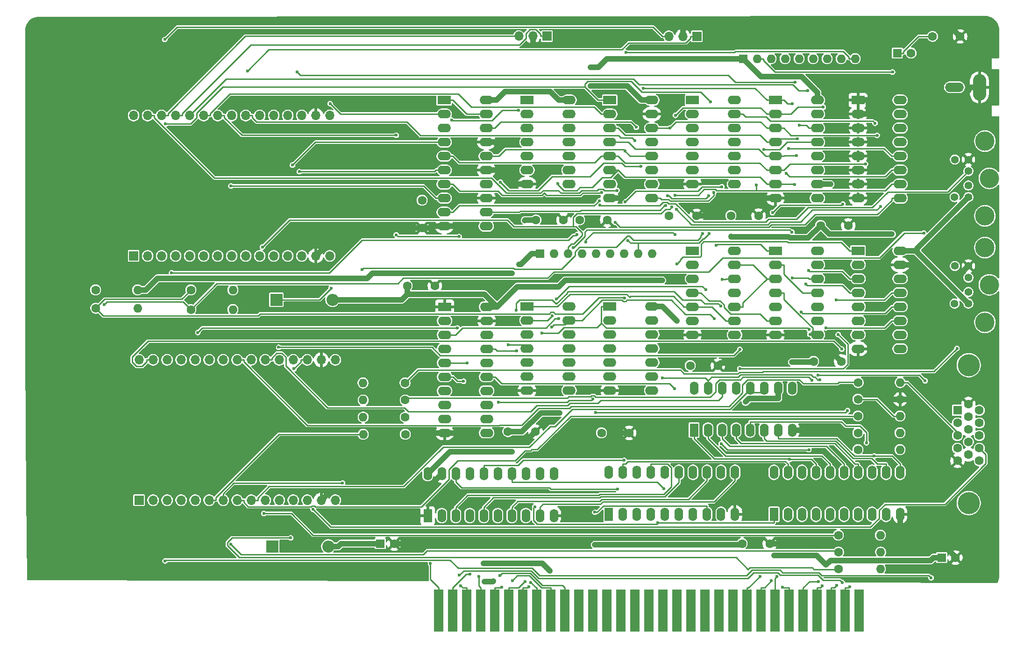
<source format=gbr>
%TF.GenerationSoftware,KiCad,Pcbnew,9.0.2*%
%TF.CreationDate,2025-12-28T20:05:53-06:00*%
%TF.ProjectId,DUALESP,4455414c-4553-4502-9e6b-696361645f70,V1.2*%
%TF.SameCoordinates,Original*%
%TF.FileFunction,Copper,L1,Top*%
%TF.FilePolarity,Positive*%
%FSLAX46Y46*%
G04 Gerber Fmt 4.6, Leading zero omitted, Abs format (unit mm)*
G04 Created by KiCad (PCBNEW 9.0.2) date 2025-12-28 20:05:53*
%MOMM*%
%LPD*%
G01*
G04 APERTURE LIST*
%TA.AperFunction,ComponentPad*%
%ADD10R,1.600000X2.400000*%
%TD*%
%TA.AperFunction,ComponentPad*%
%ADD11O,1.600000X2.400000*%
%TD*%
%TA.AperFunction,ComponentPad*%
%ADD12R,1.700000X1.700000*%
%TD*%
%TA.AperFunction,ComponentPad*%
%ADD13O,1.700000X1.700000*%
%TD*%
%TA.AperFunction,ComponentPad*%
%ADD14C,1.600000*%
%TD*%
%TA.AperFunction,ComponentPad*%
%ADD15O,1.600000X1.600000*%
%TD*%
%TA.AperFunction,ComponentPad*%
%ADD16R,2.400000X1.600000*%
%TD*%
%TA.AperFunction,ComponentPad*%
%ADD17O,2.400000X1.600000*%
%TD*%
%TA.AperFunction,ComponentPad*%
%ADD18R,1.600000X1.600000*%
%TD*%
%TA.AperFunction,ComponentPad*%
%ADD19R,2.200000X2.200000*%
%TD*%
%TA.AperFunction,ComponentPad*%
%ADD20O,2.200000X2.200000*%
%TD*%
%TA.AperFunction,ComponentPad*%
%ADD21C,4.000000*%
%TD*%
%TA.AperFunction,ComponentPad*%
%ADD22C,1.422400*%
%TD*%
%TA.AperFunction,ComponentPad*%
%ADD23C,3.497580*%
%TD*%
%TA.AperFunction,ConnectorPad*%
%ADD24R,1.780000X7.620000*%
%TD*%
%TA.AperFunction,ComponentPad*%
%ADD25O,3.400000X1.700000*%
%TD*%
%TA.AperFunction,ComponentPad*%
%ADD26O,2.400000X4.800000*%
%TD*%
%TA.AperFunction,ViaPad*%
%ADD27C,0.600000*%
%TD*%
%TA.AperFunction,Conductor*%
%ADD28C,0.250000*%
%TD*%
%TA.AperFunction,Conductor*%
%ADD29C,1.000000*%
%TD*%
G04 APERTURE END LIST*
D10*
%TO.P,U9,1,G*%
%TO.N,Net-(U9-G)*%
X144840000Y-125000000D03*
D11*
%TO.P,U9,2,P0*%
%TO.N,Net-(U18-O0a)*%
X147380000Y-125000000D03*
%TO.P,U9,3,R0*%
%TO.N,Net-(RR1-R1)*%
X149920000Y-125000000D03*
%TO.P,U9,4,P1*%
%TO.N,Net-(U18-O1a)*%
X152460000Y-125000000D03*
%TO.P,U9,5,R1*%
%TO.N,Net-(RR1-R2)*%
X155000000Y-125000000D03*
%TO.P,U9,6,P2*%
%TO.N,Net-(U18-O2a)*%
X157540000Y-125000000D03*
%TO.P,U9,7,R2*%
%TO.N,Net-(RR1-R3)*%
X160080000Y-125000000D03*
%TO.P,U9,8,P3*%
%TO.N,Net-(U18-O3a)*%
X162620000Y-125000000D03*
%TO.P,U9,9,R3*%
%TO.N,Net-(RR1-R4)*%
X165160000Y-125000000D03*
%TO.P,U9,10,GND*%
%TO.N,GND*%
X167700000Y-125000000D03*
%TO.P,U9,11,P4*%
%TO.N,Net-(U18-O0b)*%
X167700000Y-117380000D03*
%TO.P,U9,12,R4*%
%TO.N,Net-(RR1-R5)*%
X165160000Y-117380000D03*
%TO.P,U9,13,P5*%
%TO.N,Net-(U18-O1b)*%
X162620000Y-117380000D03*
%TO.P,U9,14,R5*%
%TO.N,Net-(RR1-R6)*%
X160080000Y-117380000D03*
%TO.P,U9,15,P6*%
%TO.N,Net-(U18-O2b)*%
X157540000Y-117380000D03*
%TO.P,U9,16,R6*%
%TO.N,Net-(RR1-R7)*%
X155000000Y-117380000D03*
%TO.P,U9,17,P7*%
%TO.N,Net-(U18-O3b)*%
X152460000Y-117380000D03*
%TO.P,U9,18,R7*%
%TO.N,Net-(RR1-R8)*%
X149920000Y-117380000D03*
%TO.P,U9,19,P=R*%
%TO.N,~{CS_ESP}*%
X147380000Y-117380000D03*
%TO.P,U9,20,VCC*%
%TO.N,VCC*%
X144840000Y-117380000D03*
%TD*%
D12*
%TO.P,U16,1,RESET*%
%TO.N,+3.3V*%
X58699400Y-78155800D03*
D13*
%TO.P,U16,2,GPIO36*%
%TO.N,unconnected-(U16-GPIO36-Pad2)*%
X61239400Y-78155800D03*
%TO.P,U16,3,GPIO39*%
%TO.N,unconnected-(U16-GPIO39-Pad3)*%
X63779400Y-78155800D03*
%TO.P,U16,4,GPIO34*%
%TO.N,unconnected-(U16-GPIO34-Pad4)*%
X66319400Y-78155800D03*
%TO.P,U16,5,GPIO35*%
%TO.N,unconnected-(U16-GPIO35-Pad5)*%
X68859400Y-78155800D03*
%TO.P,U16,6,GPIO32*%
%TO.N,MSEDAT*%
X71399400Y-78155800D03*
%TO.P,U16,7,GPIO33*%
%TO.N,MSECLK*%
X73939400Y-78155800D03*
%TO.P,U16,8,GPIO25*%
%TO.N,unconnected-(U16-GPIO25-Pad8)*%
X76479400Y-78155800D03*
%TO.P,U16,9,GPIO26*%
%TO.N,unconnected-(U16-GPIO26-Pad9)*%
X79019400Y-78155800D03*
%TO.P,U16,10,GPIO27*%
%TO.N,unconnected-(U16-GPIO27-Pad10)*%
X81559400Y-78155800D03*
%TO.P,U16,11,GPIO14*%
%TO.N,unconnected-(U16-GPIO14-Pad11)*%
X84099400Y-78155800D03*
%TO.P,U16,12,GPIO12*%
%TO.N,unconnected-(U16-GPIO12-Pad12)*%
X86639400Y-78155800D03*
%TO.P,U16,13,GPIO13*%
%TO.N,unconnected-(U16-GPIO13-Pad13)*%
X89179400Y-78155800D03*
%TO.P,U16,14,GND*%
%TO.N,GND*%
X91719400Y-78155800D03*
%TO.P,U16,15,VIN*%
%TO.N,Net-(D3-K)*%
X94259400Y-78155800D03*
%TO.P,U16,16,3.3V*%
%TO.N,+3.3V*%
X94259400Y-52715800D03*
%TO.P,U16,17,GND*%
%TO.N,GND*%
X91719400Y-52715800D03*
%TO.P,U16,18,GPIO15*%
%TO.N,unconnected-(U16-GPIO15-Pad18)*%
X89179400Y-52715800D03*
%TO.P,U16,19,GPIO2*%
%TO.N,unconnected-(U16-GPIO2-Pad19)*%
X86639400Y-52715800D03*
%TO.P,U16,20,GPIO4*%
%TO.N,unconnected-(U16-GPIO4-Pad20)*%
X84099400Y-52715800D03*
%TO.P,U16,21,GPIO16*%
%TO.N,ESP1_OUT*%
X81559400Y-52715800D03*
%TO.P,U16,22,GPIO17*%
%TO.N,ESP1_IN*%
X79019400Y-52715800D03*
%TO.P,U16,23,GPIO5*%
%TO.N,ESP1_RDYO*%
X76479400Y-52715800D03*
%TO.P,U16,24,GPIO18*%
%TO.N,ESP1_BUSY*%
X73939400Y-52715800D03*
%TO.P,U16,25,GPIO19*%
%TO.N,ESP1_INCLK*%
X71399400Y-52715800D03*
%TO.P,U16,26,GPIO21*%
%TO.N,ESP1_OUTCLK*%
X68859400Y-52715800D03*
%TO.P,U16,27,GPIO3*%
%TO.N,RX1*%
X66319400Y-52715800D03*
%TO.P,U16,28,GPIO1*%
%TO.N,TX1*%
X63779400Y-52715800D03*
%TO.P,U16,29,GPIO22*%
%TO.N,~{ESP1_RD}*%
X61239400Y-52715800D03*
%TO.P,U16,30,GPIO23*%
%TO.N,~{ESP1_WR}*%
X58699400Y-52715800D03*
%TD*%
D14*
%TO.P,R6,1*%
%TO.N,Net-(J8-Pad1)*%
X107899200Y-101193600D03*
D15*
%TO.P,R6,2*%
%TO.N,+3.3V*%
X100279200Y-101193600D03*
%TD*%
D14*
%TO.P,R20,1*%
%TO.N,Net-(J7-Pad5)*%
X69088000Y-87884000D03*
D15*
%TO.P,R20,2*%
%TO.N,MSECLK*%
X76708000Y-87884000D03*
%TD*%
D16*
%TO.P,U12,1,OEa*%
%TO.N,Net-(U12-OEa)*%
X115000000Y-49920000D03*
D17*
%TO.P,U12,2,I0a*%
%TO.N,ESP0_RDYO*%
X115000000Y-52460000D03*
%TO.P,U12,3,O3b*%
%TO.N,bD7*%
X115000000Y-55000000D03*
%TO.P,U12,4,I1a*%
%TO.N,ESP0_BUSY*%
X115000000Y-57540000D03*
%TO.P,U12,5,O2b*%
%TO.N,bD6*%
X115000000Y-60080000D03*
%TO.P,U12,6,I2a*%
%TO.N,ESP0_SPAREO*%
X115000000Y-62620000D03*
%TO.P,U12,7,O1b*%
%TO.N,bD5*%
X115000000Y-65160000D03*
%TO.P,U12,8,I3a*%
%TO.N,ESP1_RDYO*%
X115000000Y-67700000D03*
%TO.P,U12,9,O0b*%
%TO.N,bD4*%
X115000000Y-70240000D03*
%TO.P,U12,10,GND*%
%TO.N,GND*%
X115000000Y-72780000D03*
%TO.P,U12,11,I0b*%
%TO.N,ESP1_BUSY*%
X122620000Y-72780000D03*
%TO.P,U12,12,O3a*%
%TO.N,bD3*%
X122620000Y-70240000D03*
%TO.P,U12,13,I1b*%
%TO.N,GND*%
X122620000Y-67700000D03*
%TO.P,U12,14,O2a*%
%TO.N,bD2*%
X122620000Y-65160000D03*
%TO.P,U12,15,I2b*%
%TO.N,GND*%
X122620000Y-62620000D03*
%TO.P,U12,16,O1a*%
%TO.N,bD1*%
X122620000Y-60080000D03*
%TO.P,U12,17,I3b*%
%TO.N,GND*%
X122620000Y-57540000D03*
%TO.P,U12,18,O0a*%
%TO.N,bD0*%
X122620000Y-55000000D03*
%TO.P,U12,19,OEb*%
%TO.N,Net-(U12-OEa)*%
X122620000Y-52460000D03*
%TO.P,U12,20,VCC*%
%TO.N,VCC*%
X122620000Y-49920000D03*
%TD*%
D16*
%TO.P,U7,1*%
%TO.N,bA1*%
X175000000Y-77220000D03*
D17*
%TO.P,U7,2*%
%TO.N,Net-(U7-Pad11)*%
X175000000Y-79760000D03*
%TO.P,U7,3*%
%TO.N,~{ESP_RD}*%
X175000000Y-82300000D03*
%TO.P,U7,4*%
%TO.N,Net-(U7-Pad4)*%
X175000000Y-84840000D03*
%TO.P,U7,5*%
%TO.N,bA1*%
X175000000Y-87380000D03*
%TO.P,U7,6*%
%TO.N,~{ESP_WR}*%
X175000000Y-89920000D03*
%TO.P,U7,7,GND*%
%TO.N,GND*%
X175000000Y-92460000D03*
%TO.P,U7,8*%
%TO.N,Net-(U7-Pad4)*%
X182620000Y-92460000D03*
%TO.P,U7,9*%
%TO.N,/CardSelect/b~{WR}*%
X182620000Y-89920000D03*
%TO.P,U7,10*%
%TO.N,~{CS_ESP}*%
X182620000Y-87380000D03*
%TO.P,U7,11*%
%TO.N,Net-(U7-Pad11)*%
X182620000Y-84840000D03*
%TO.P,U7,12*%
%TO.N,b~{RD}*%
X182620000Y-82300000D03*
%TO.P,U7,13*%
%TO.N,~{CS_ESP}*%
X182620000Y-79760000D03*
%TO.P,U7,14,VCC*%
%TO.N,VCC*%
X182620000Y-77220000D03*
%TD*%
D16*
%TO.P,U14,1,~{PL}*%
%TO.N,~{ESP1_WR}*%
X145000000Y-49920000D03*
D17*
%TO.P,U14,2,CP*%
%TO.N,ESP1_INCLK*%
X145000000Y-52460000D03*
%TO.P,U14,3,D4*%
%TO.N,bD4*%
X145000000Y-55000000D03*
%TO.P,U14,4,D5*%
%TO.N,bD5*%
X145000000Y-57540000D03*
%TO.P,U14,5,D6*%
%TO.N,bD6*%
X145000000Y-60080000D03*
%TO.P,U14,6,D7*%
%TO.N,bD7*%
X145000000Y-62620000D03*
%TO.P,U14,7,~{Q7}*%
%TO.N,unconnected-(U14-~{Q7}-Pad7)*%
X145000000Y-65160000D03*
%TO.P,U14,8,GND*%
%TO.N,GND*%
X145000000Y-67700000D03*
%TO.P,U14,9,Q7*%
%TO.N,Net-(U14-Q7)*%
X152620000Y-67700000D03*
%TO.P,U14,10,DS*%
%TO.N,unconnected-(U14-DS-Pad10)*%
X152620000Y-65160000D03*
%TO.P,U14,11,D0*%
%TO.N,bD0*%
X152620000Y-62620000D03*
%TO.P,U14,12,D1*%
%TO.N,bD1*%
X152620000Y-60080000D03*
%TO.P,U14,13,D2*%
%TO.N,bD2*%
X152620000Y-57540000D03*
%TO.P,U14,14,D3*%
%TO.N,bD3*%
X152620000Y-55000000D03*
%TO.P,U14,15,~{CE}*%
%TO.N,GND*%
X152620000Y-52460000D03*
%TO.P,U14,16,VCC*%
%TO.N,VCC*%
X152620000Y-49920000D03*
%TD*%
D18*
%TO.P,C14,1*%
%TO.N,VCC*%
X103418000Y-130302000D03*
D14*
%TO.P,C14,2*%
%TO.N,GND*%
X105918000Y-130302000D03*
%TD*%
D12*
%TO.P,J4,1,Pin_1*%
%TO.N,RX*%
X160782000Y-38354000D03*
D13*
%TO.P,J4,2,Pin_2*%
%TO.N,GND*%
X158242000Y-38354000D03*
%TO.P,J4,3,Pin_3*%
%TO.N,TX*%
X155702000Y-38354000D03*
%TD*%
D14*
%TO.P,C4,1*%
%TO.N,VCC*%
X143510000Y-110236000D03*
%TO.P,C4,2*%
%TO.N,GND*%
X148510000Y-110236000D03*
%TD*%
%TO.P,R7,1*%
%TO.N,Net-(J8-Pad5)*%
X107933200Y-104291000D03*
D15*
%TO.P,R7,2*%
%TO.N,+3.3V*%
X100313200Y-104291000D03*
%TD*%
D14*
%TO.P,R13,1*%
%TO.N,VGA_B0*%
X186436000Y-134874000D03*
D15*
%TO.P,R13,2*%
%TO.N,Net-(J5-Pad3)*%
X194056000Y-134874000D03*
%TD*%
D14*
%TO.P,R15,1*%
%TO.N,VGA_G0*%
X186436000Y-128778000D03*
D15*
%TO.P,R15,2*%
%TO.N,Net-(J5-Pad2)*%
X194056000Y-128778000D03*
%TD*%
D12*
%TO.P,J3,1,Pin_1*%
%TO.N,RX1*%
X133596000Y-38332000D03*
D13*
%TO.P,J3,2,Pin_2*%
%TO.N,GND*%
X131056000Y-38332000D03*
%TO.P,J3,3,Pin_3*%
%TO.N,TX1*%
X128516000Y-38332000D03*
%TD*%
D19*
%TO.P,D3,1,K*%
%TO.N,Net-(D3-K)*%
X84582000Y-86106000D03*
D20*
%TO.P,D3,2,A*%
%TO.N,VCC*%
X94742000Y-86106000D03*
%TD*%
D19*
%TO.P,D2,1,K*%
%TO.N,Net-(D2-K)*%
X83820000Y-130810000D03*
D20*
%TO.P,D2,2,A*%
%TO.N,VCC*%
X93980000Y-130810000D03*
%TD*%
D18*
%TO.P,RR1,1,common*%
%TO.N,VCC*%
X169164000Y-42418000D03*
D15*
%TO.P,RR1,2,R1*%
%TO.N,Net-(RR1-R1)*%
X171704000Y-42418000D03*
%TO.P,RR1,3,R2*%
%TO.N,Net-(RR1-R2)*%
X174244000Y-42418000D03*
%TO.P,RR1,4,R3*%
%TO.N,Net-(RR1-R3)*%
X176784000Y-42418000D03*
%TO.P,RR1,5,R4*%
%TO.N,Net-(RR1-R4)*%
X179324000Y-42418000D03*
%TO.P,RR1,6,R5*%
%TO.N,Net-(RR1-R5)*%
X181864000Y-42418000D03*
%TO.P,RR1,7,R6*%
%TO.N,Net-(RR1-R6)*%
X184404000Y-42418000D03*
%TO.P,RR1,8,R7*%
%TO.N,Net-(RR1-R7)*%
X186944000Y-42418000D03*
%TO.P,RR1,9,R8*%
%TO.N,Net-(RR1-R8)*%
X189484000Y-42418000D03*
%TD*%
D21*
%TO.P,J5,0*%
%TO.N,N/C*%
X210070000Y-122960000D03*
X210070000Y-97960000D03*
D18*
%TO.P,J5,1*%
%TO.N,Net-(J5-Pad1)*%
X208020000Y-106145000D03*
D14*
%TO.P,J5,2*%
%TO.N,Net-(J5-Pad2)*%
X208020000Y-108435000D03*
%TO.P,J5,3*%
%TO.N,Net-(J5-Pad3)*%
X208020000Y-110725000D03*
%TO.P,J5,4*%
%TO.N,unconnected-(J5-Pad4)*%
X208020000Y-113015000D03*
%TO.P,J5,5*%
%TO.N,GND*%
X208020000Y-115305000D03*
%TO.P,J5,6*%
X210000000Y-105000000D03*
%TO.P,J5,7*%
X210000000Y-107290000D03*
%TO.P,J5,8*%
X210000000Y-109580000D03*
%TO.P,J5,9*%
%TO.N,unconnected-(J5-Pad9)*%
X210000000Y-111870000D03*
%TO.P,J5,10*%
%TO.N,GND*%
X210000000Y-114160000D03*
%TO.P,J5,11*%
%TO.N,unconnected-(J5-Pad11)*%
X211980000Y-106145000D03*
%TO.P,J5,12*%
%TO.N,unconnected-(J5-Pad12)*%
X211980000Y-108435000D03*
%TO.P,J5,13*%
%TO.N,VGA_HSYNC*%
X211980000Y-110725000D03*
%TO.P,J5,14*%
%TO.N,VGA_VSYNC*%
X211980000Y-113015000D03*
%TO.P,J5,15*%
%TO.N,unconnected-(J5-Pad15)*%
X211980000Y-115305000D03*
%TD*%
%TO.P,R9,1*%
%TO.N,Net-(J8-Pad1)*%
X107950000Y-110490000D03*
D15*
%TO.P,R9,2*%
%TO.N,KBDDAT*%
X100330000Y-110490000D03*
%TD*%
D14*
%TO.P,C3,1*%
%TO.N,VCC*%
X155748000Y-70890000D03*
%TO.P,C3,2*%
%TO.N,GND*%
X160748000Y-70890000D03*
%TD*%
%TO.P,R14,1*%
%TO.N,VGA_G1*%
X186470000Y-131850000D03*
D15*
%TO.P,R14,2*%
%TO.N,Net-(J5-Pad2)*%
X194090000Y-131850000D03*
%TD*%
D14*
%TO.P,C7,1*%
%TO.N,VCC*%
X139526000Y-71628000D03*
%TO.P,C7,2*%
%TO.N,GND*%
X144526000Y-71628000D03*
%TD*%
D10*
%TO.P,U10,1,QB*%
%TO.N,bD1*%
X160274000Y-109728000D03*
D11*
%TO.P,U10,2,QC*%
%TO.N,bD2*%
X162814000Y-109728000D03*
%TO.P,U10,3,QD*%
%TO.N,bD3*%
X165354000Y-109728000D03*
%TO.P,U10,4,QE*%
%TO.N,bD4*%
X167894000Y-109728000D03*
%TO.P,U10,5,QF*%
%TO.N,bD5*%
X170434000Y-109728000D03*
%TO.P,U10,6,QG*%
%TO.N,bD6*%
X172974000Y-109728000D03*
%TO.P,U10,7,QH*%
%TO.N,bD7*%
X175514000Y-109728000D03*
%TO.P,U10,8,GND*%
%TO.N,GND*%
X178054000Y-109728000D03*
%TO.P,U10,9,QH'*%
%TO.N,unconnected-(U10-QH&apos;-Pad9)*%
X178054000Y-102108000D03*
%TO.P,U10,10,~{SRCLR}*%
%TO.N,VCC*%
X175514000Y-102108000D03*
%TO.P,U10,11,SRCLK*%
%TO.N,ESP0_OUTCLK*%
X172974000Y-102108000D03*
%TO.P,U10,12,RCLK*%
X170434000Y-102108000D03*
%TO.P,U10,13,~{OE}*%
%TO.N,~{ESP0_RD}*%
X167894000Y-102108000D03*
%TO.P,U10,14,SER*%
%TO.N,ESP0_OUT*%
X165354000Y-102108000D03*
%TO.P,U10,15,QA*%
%TO.N,bD0*%
X162814000Y-102108000D03*
%TO.P,U10,16,VCC*%
%TO.N,VCC*%
X160274000Y-102108000D03*
%TD*%
D22*
%TO.P,J7,1*%
%TO.N,Net-(J7-Pad1)*%
X210000020Y-62803560D03*
%TO.P,J7,2*%
%TO.N,unconnected-(J7-Pad2)*%
X210000020Y-65399440D03*
%TO.P,J7,3*%
%TO.N,GND*%
X210000020Y-60702980D03*
%TO.P,J7,4*%
%TO.N,VCC*%
X210000020Y-67500020D03*
%TO.P,J7,5*%
%TO.N,Net-(J7-Pad5)*%
X207551460Y-60702980D03*
%TO.P,J7,6*%
%TO.N,unconnected-(J7-Pad6)*%
X207500660Y-67500020D03*
D23*
%TO.P,J7,SH1*%
%TO.N,N/C*%
X212999760Y-70901080D03*
%TO.P,J7,SH2*%
X213797320Y-64101500D03*
%TO.P,J7,SH3*%
X212999760Y-57352720D03*
%TD*%
D24*
%TO.P,J6,32,IO*%
%TO.N,B_~{NMI}*%
X190220600Y-142443200D03*
%TO.P,J6,33,DB7*%
%TO.N,B_D7*%
X187680600Y-142443200D03*
%TO.P,J6,34,DB6*%
%TO.N,B_D6*%
X185140600Y-142443200D03*
%TO.P,J6,35,DB5*%
%TO.N,B_D5*%
X182600600Y-142443200D03*
%TO.P,J6,36,DB4*%
%TO.N,B_D4*%
X180060600Y-142443200D03*
%TO.P,J6,37,DB3*%
%TO.N,B_D3*%
X177520600Y-142443200D03*
%TO.P,J6,38,DB2*%
%TO.N,B_D2*%
X174980600Y-142443200D03*
%TO.P,J6,39,DB1*%
%TO.N,B_D1*%
X172440600Y-142443200D03*
%TO.P,J6,40,DB0*%
%TO.N,B_D0*%
X169900600Y-142443200D03*
%TO.P,J6,41,IO_READY*%
%TO.N,unconnected-(J6-IO_READY-Pad41)*%
X167360600Y-142443200D03*
%TO.P,J6,42,AEN*%
%TO.N,{slash}AEN*%
X164820600Y-142443200D03*
%TO.P,J6,43,BA19*%
%TO.N,B_A19*%
X162280600Y-142443200D03*
%TO.P,J6,44,BA18*%
%TO.N,B_A18*%
X159740600Y-142443200D03*
%TO.P,J6,45,BA17*%
%TO.N,B_A17*%
X157200600Y-142443200D03*
%TO.P,J6,46,BA16*%
%TO.N,B_A16*%
X154660600Y-142443200D03*
%TO.P,J6,47,BA15*%
%TO.N,B_A15*%
X152120600Y-142443200D03*
%TO.P,J6,48,BA14*%
%TO.N,B_A14*%
X149580600Y-142443200D03*
%TO.P,J6,49,BA13*%
%TO.N,B_A13*%
X147040600Y-142443200D03*
%TO.P,J6,50,BA12*%
%TO.N,B_A12*%
X144500600Y-142443200D03*
%TO.P,J6,51,BA11*%
%TO.N,B_A11*%
X141960600Y-142443200D03*
%TO.P,J6,52,BA10*%
%TO.N,B_A10*%
X139420600Y-142443200D03*
%TO.P,J6,53,BA09*%
%TO.N,B_A9*%
X136880600Y-142443200D03*
%TO.P,J6,54,BA08*%
%TO.N,B_A8*%
X134340600Y-142443200D03*
%TO.P,J6,55,BA07*%
%TO.N,B_A7*%
X131800600Y-142443200D03*
%TO.P,J6,56,BA06*%
%TO.N,B_A6*%
X129260600Y-142443200D03*
%TO.P,J6,57,BA05*%
%TO.N,B_A5*%
X126720600Y-142443200D03*
%TO.P,J6,58,BA04*%
%TO.N,B_A4*%
X124180600Y-142443200D03*
%TO.P,J6,59,BA03*%
%TO.N,B_A3*%
X121640600Y-142443200D03*
%TO.P,J6,60,BA02*%
%TO.N,B_A2*%
X119100600Y-142443200D03*
%TO.P,J6,61,BA01*%
%TO.N,B_A1*%
X116560600Y-142443200D03*
%TO.P,J6,62,BA00*%
%TO.N,B_A0*%
X114020600Y-142443200D03*
%TD*%
D14*
%TO.P,R10,1*%
%TO.N,AUDIO*%
X189992000Y-107188000D03*
D15*
%TO.P,R10,2*%
%TO.N,Net-(C15-Pad1)*%
X197612000Y-107188000D03*
%TD*%
D10*
%TO.P,U2,1,A->B*%
%TO.N,B_IOR*%
X174760000Y-125000000D03*
D11*
%TO.P,U2,2,A0*%
%TO.N,B_D0*%
X177300000Y-125000000D03*
%TO.P,U2,3,A1*%
%TO.N,B_D1*%
X179840000Y-125000000D03*
%TO.P,U2,4,A2*%
%TO.N,B_D2*%
X182380000Y-125000000D03*
%TO.P,U2,5,A3*%
%TO.N,B_D3*%
X184920000Y-125000000D03*
%TO.P,U2,6,A4*%
%TO.N,B_D4*%
X187460000Y-125000000D03*
%TO.P,U2,7,A5*%
%TO.N,B_D5*%
X190000000Y-125000000D03*
%TO.P,U2,8,A6*%
%TO.N,B_D6*%
X192540000Y-125000000D03*
%TO.P,U2,9,A7*%
%TO.N,B_D7*%
X195080000Y-125000000D03*
%TO.P,U2,10,GND*%
%TO.N,GND*%
X197620000Y-125000000D03*
%TO.P,U2,11,B7*%
%TO.N,bD7*%
X197620000Y-117380000D03*
%TO.P,U2,12,B6*%
%TO.N,bD6*%
X195080000Y-117380000D03*
%TO.P,U2,13,B5*%
%TO.N,bD5*%
X192540000Y-117380000D03*
%TO.P,U2,14,B4*%
%TO.N,bD4*%
X190000000Y-117380000D03*
%TO.P,U2,15,B3*%
%TO.N,bD3*%
X187460000Y-117380000D03*
%TO.P,U2,16,B2*%
%TO.N,bD2*%
X184920000Y-117380000D03*
%TO.P,U2,17,B1*%
%TO.N,bD1*%
X182380000Y-117380000D03*
%TO.P,U2,18,B0*%
%TO.N,bD0*%
X179840000Y-117380000D03*
%TO.P,U2,19,CE*%
%TO.N,~{CS_ESP}*%
X177300000Y-117380000D03*
%TO.P,U2,20,VCC*%
%TO.N,VCC*%
X174760000Y-117380000D03*
%TD*%
D14*
%TO.P,C15,1*%
%TO.N,Net-(C15-Pad1)*%
X203500000Y-38378000D03*
%TO.P,C15,2*%
%TO.N,GND*%
X208500000Y-38378000D03*
%TD*%
D18*
%TO.P,C16,1*%
%TO.N,Net-(C15-Pad1)*%
X197104000Y-41402000D03*
D14*
%TO.P,C16,2*%
%TO.N,Net-(J9-In)*%
X199604000Y-41402000D03*
%TD*%
%TO.P,C10,1*%
%TO.N,VCC*%
X181944000Y-97282000D03*
%TO.P,C10,2*%
%TO.N,GND*%
X186944000Y-97282000D03*
%TD*%
%TO.P,C12,1*%
%TO.N,VCC*%
X168990000Y-130302000D03*
%TO.P,C12,2*%
%TO.N,GND*%
X173990000Y-130302000D03*
%TD*%
%TO.P,R16,1*%
%TO.N,VGA_R1*%
X189992000Y-113284000D03*
D15*
%TO.P,R16,2*%
%TO.N,Net-(J5-Pad1)*%
X197612000Y-113284000D03*
%TD*%
D18*
%TO.P,RR2,1,common*%
%TO.N,+3.3V*%
X132334000Y-77724000D03*
D15*
%TO.P,RR2,2,R1*%
%TO.N,unconnected-(RR2-R1-Pad2)*%
X134874000Y-77724000D03*
%TO.P,RR2,3,R2*%
%TO.N,ESP0_IN*%
X137414000Y-77724000D03*
%TO.P,RR2,4,R3*%
%TO.N,unconnected-(RR2-R3-Pad4)*%
X139954000Y-77724000D03*
%TO.P,RR2,5,R4*%
%TO.N,unconnected-(RR2-R4-Pad5)*%
X142494000Y-77724000D03*
%TO.P,RR2,6,R5*%
%TO.N,unconnected-(RR2-R5-Pad6)*%
X145034000Y-77724000D03*
%TO.P,RR2,7,R6*%
%TO.N,unconnected-(RR2-R6-Pad7)*%
X147574000Y-77724000D03*
%TO.P,RR2,8,R7*%
%TO.N,ESP1_IN*%
X150114000Y-77724000D03*
%TO.P,RR2,9,R8*%
%TO.N,unconnected-(RR2-R8-Pad9)*%
X152654000Y-77724000D03*
%TD*%
D10*
%TO.P,U18,1,OEa*%
%TO.N,GND*%
X112014000Y-125222000D03*
D11*
%TO.P,U18,2,I0a*%
%TO.N,B_A2*%
X114554000Y-125222000D03*
%TO.P,U18,3,O3b*%
%TO.N,Net-(U18-O3b)*%
X117094000Y-125222000D03*
%TO.P,U18,4,I1a*%
%TO.N,B_A3*%
X119634000Y-125222000D03*
%TO.P,U18,5,O2b*%
%TO.N,Net-(U18-O2b)*%
X122174000Y-125222000D03*
%TO.P,U18,6,I2a*%
%TO.N,B_A4*%
X124714000Y-125222000D03*
%TO.P,U18,7,O1b*%
%TO.N,Net-(U18-O1b)*%
X127254000Y-125222000D03*
%TO.P,U18,8,I3a*%
%TO.N,B_A5*%
X129794000Y-125222000D03*
%TO.P,U18,9,O0b*%
%TO.N,Net-(U18-O0b)*%
X132334000Y-125222000D03*
%TO.P,U18,10,GND*%
%TO.N,GND*%
X134874000Y-125222000D03*
%TO.P,U18,11,I0b*%
%TO.N,B_A6*%
X134874000Y-117602000D03*
%TO.P,U18,12,O3a*%
%TO.N,Net-(U18-O3a)*%
X132334000Y-117602000D03*
%TO.P,U18,13,I1b*%
%TO.N,B_A7*%
X129794000Y-117602000D03*
%TO.P,U18,14,O2a*%
%TO.N,Net-(U18-O2a)*%
X127254000Y-117602000D03*
%TO.P,U18,15,I2b*%
%TO.N,B_A8*%
X124714000Y-117602000D03*
%TO.P,U18,16,O1a*%
%TO.N,Net-(U18-O1a)*%
X122174000Y-117602000D03*
%TO.P,U18,17,I3b*%
%TO.N,B_A9*%
X119634000Y-117602000D03*
%TO.P,U18,18,O0a*%
%TO.N,Net-(U18-O0a)*%
X117094000Y-117602000D03*
%TO.P,U18,19,OEb*%
%TO.N,GND*%
X114554000Y-117602000D03*
%TO.P,U18,20,VCC*%
%TO.N,VCC*%
X112014000Y-117602000D03*
%TD*%
D14*
%TO.P,C6,1*%
%TO.N,VCC*%
X166958000Y-70866000D03*
%TO.P,C6,2*%
%TO.N,GND*%
X171958000Y-70866000D03*
%TD*%
D16*
%TO.P,U17,1*%
%TO.N,/CardSelect/b~{WR}*%
X145000000Y-87300000D03*
D17*
%TO.P,U17,2*%
%TO.N,b~{RD}*%
X145000000Y-89840000D03*
%TO.P,U17,3*%
%TO.N,Net-(U9-G)*%
X145000000Y-92380000D03*
%TO.P,U17,4*%
%TO.N,unconnected-(U17-Pad4)*%
X145000000Y-94920000D03*
%TO.P,U17,5*%
%TO.N,unconnected-(U17-Pad5)*%
X145000000Y-97460000D03*
%TO.P,U17,6*%
%TO.N,unconnected-(U17-Pad6)*%
X145000000Y-100000000D03*
%TO.P,U17,7,GND*%
%TO.N,GND*%
X145000000Y-102540000D03*
%TO.P,U17,8*%
%TO.N,unconnected-(U17-Pad8)*%
X152620000Y-102540000D03*
%TO.P,U17,9*%
%TO.N,unconnected-(U17-Pad9)*%
X152620000Y-100000000D03*
%TO.P,U17,10*%
%TO.N,unconnected-(U17-Pad10)*%
X152620000Y-97460000D03*
%TO.P,U17,11*%
%TO.N,unconnected-(U17-Pad11)*%
X152620000Y-94920000D03*
%TO.P,U17,12*%
%TO.N,unconnected-(U17-Pad12)*%
X152620000Y-92380000D03*
%TO.P,U17,13*%
%TO.N,unconnected-(U17-Pad13)*%
X152620000Y-89840000D03*
%TO.P,U17,14,VCC*%
%TO.N,VCC*%
X152620000Y-87300000D03*
%TD*%
D14*
%TO.P,R17,1*%
%TO.N,VGA_R0*%
X189992000Y-110236000D03*
D15*
%TO.P,R17,2*%
%TO.N,Net-(J5-Pad1)*%
X197612000Y-110236000D03*
%TD*%
D14*
%TO.P,R8,1*%
%TO.N,Net-(J8-Pad5)*%
X107933200Y-107389800D03*
D15*
%TO.P,R8,2*%
%TO.N,KBDCLK*%
X100313200Y-107389800D03*
%TD*%
D18*
%TO.P,C13,1*%
%TO.N,VCC*%
X205149000Y-132835000D03*
D14*
%TO.P,C13,2*%
%TO.N,GND*%
X207649000Y-132835000D03*
%TD*%
%TO.P,R12,1*%
%TO.N,VGA_B1*%
X190026000Y-101116000D03*
D15*
%TO.P,R12,2*%
%TO.N,Net-(J5-Pad3)*%
X197646000Y-101116000D03*
%TD*%
D12*
%TO.P,U15,1,RESET*%
%TO.N,+3.3V*%
X59690000Y-122428000D03*
D13*
%TO.P,U15,2,GPIO36*%
%TO.N,~{ESP0_WR}*%
X62230000Y-122428000D03*
%TO.P,U15,3,GPIO39*%
%TO.N,unconnected-(U15-GPIO39-Pad3)*%
X64770000Y-122428000D03*
%TO.P,U15,4,GPIO34*%
%TO.N,unconnected-(U15-GPIO34-Pad4)*%
X67310000Y-122428000D03*
%TO.P,U15,5,GPIO35*%
%TO.N,unconnected-(U15-GPIO35-Pad5)*%
X69850000Y-122428000D03*
%TO.P,U15,6,GPIO32*%
%TO.N,KBDDAT*%
X72390000Y-122428000D03*
%TO.P,U15,7,GPIO33*%
%TO.N,KBDCLK*%
X74930000Y-122428000D03*
%TO.P,U15,8,GPIO25*%
%TO.N,AUDIO*%
X77470000Y-122428000D03*
%TO.P,U15,9,GPIO26*%
%TO.N,ESP0_OUTCLK*%
X80010000Y-122428000D03*
%TO.P,U15,10,GPIO27*%
%TO.N,ESP0_INCLK*%
X82550000Y-122428000D03*
%TO.P,U15,11,GPIO14*%
%TO.N,ESP0_BUSY*%
X85090000Y-122428000D03*
%TO.P,U15,12,GPIO12*%
%TO.N,ESP0_RDYO*%
X87630000Y-122428000D03*
%TO.P,U15,13,GPIO13*%
%TO.N,~{ESP0_RD}*%
X90170000Y-122428000D03*
%TO.P,U15,14,GND*%
%TO.N,GND*%
X92710000Y-122428000D03*
%TO.P,U15,15,VIN*%
%TO.N,Net-(D2-K)*%
X95250000Y-122428000D03*
%TO.P,U15,16,3.3V*%
%TO.N,+3.3V*%
X95250000Y-96988000D03*
%TO.P,U15,17,GND*%
%TO.N,GND*%
X92710000Y-96988000D03*
%TO.P,U15,18,GPIO15*%
%TO.N,VGA_VSYNC*%
X90170000Y-96988000D03*
%TO.P,U15,19,GPIO2*%
%TO.N,ESP0_SPAREO*%
X87630000Y-96988000D03*
%TO.P,U15,20,GPIO4*%
%TO.N,VGA_B0*%
X85090000Y-96988000D03*
%TO.P,U15,21,GPIO16*%
%TO.N,ESP0_OUT*%
X82550000Y-96988000D03*
%TO.P,U15,22,GPIO17*%
%TO.N,ESP0_IN*%
X80010000Y-96988000D03*
%TO.P,U15,23,GPIO5*%
%TO.N,VGA_B1*%
X77470000Y-96988000D03*
%TO.P,U15,24,GPIO18*%
%TO.N,VGA_G0*%
X74930000Y-96988000D03*
%TO.P,U15,25,GPIO19*%
%TO.N,VGA_G1*%
X72390000Y-96988000D03*
%TO.P,U15,26,GPIO21*%
%TO.N,VGA_R0*%
X69850000Y-96988000D03*
%TO.P,U15,27,GPIO3*%
%TO.N,RX*%
X67310000Y-96988000D03*
%TO.P,U15,28,GPIO1*%
%TO.N,TX*%
X64770000Y-96988000D03*
%TO.P,U15,29,GPIO22*%
%TO.N,VGA_R1*%
X62230000Y-96988000D03*
%TO.P,U15,30,GPIO23*%
%TO.N,VGA_HSYNC*%
X59690000Y-96988000D03*
%TD*%
D14*
%TO.P,R18,1*%
%TO.N,Net-(J7-Pad1)*%
X51850000Y-87654000D03*
D15*
%TO.P,R18,2*%
%TO.N,+3.3V*%
X59470000Y-87654000D03*
%TD*%
D16*
%TO.P,U5,1*%
%TO.N,Net-(U4-Pad12)*%
X130000000Y-49920000D03*
D17*
%TO.P,U5,2*%
%TO.N,~{CS_ESP}*%
X130000000Y-52460000D03*
%TO.P,U5,3*%
%TO.N,Net-(U5-Pad3)*%
X130000000Y-55000000D03*
%TO.P,U5,4*%
%TO.N,b~{RD}*%
X130000000Y-57540000D03*
%TO.P,U5,5*%
%TO.N,Net-(U5-Pad3)*%
X130000000Y-60080000D03*
%TO.P,U5,6*%
%TO.N,Net-(U12-OEa)*%
X130000000Y-62620000D03*
%TO.P,U5,7,GND*%
%TO.N,GND*%
X130000000Y-65160000D03*
%TO.P,U5,8*%
%TO.N,unconnected-(U5-Pad8)*%
X137620000Y-65160000D03*
%TO.P,U5,9*%
%TO.N,unconnected-(U5-Pad9)*%
X137620000Y-62620000D03*
%TO.P,U5,10*%
%TO.N,unconnected-(U5-Pad10)*%
X137620000Y-60080000D03*
%TO.P,U5,11*%
%TO.N,unconnected-(U5-Pad11)*%
X137620000Y-57540000D03*
%TO.P,U5,12*%
%TO.N,unconnected-(U5-Pad12)*%
X137620000Y-55000000D03*
%TO.P,U5,13*%
%TO.N,unconnected-(U5-Pad13)*%
X137620000Y-52460000D03*
%TO.P,U5,14,VCC*%
%TO.N,VCC*%
X137620000Y-49920000D03*
%TD*%
D16*
%TO.P,U13,1,QB*%
%TO.N,bD1*%
X175000000Y-49920000D03*
D17*
%TO.P,U13,2,QC*%
%TO.N,bD2*%
X175000000Y-52460000D03*
%TO.P,U13,3,QD*%
%TO.N,bD3*%
X175000000Y-55000000D03*
%TO.P,U13,4,QE*%
%TO.N,bD4*%
X175000000Y-57540000D03*
%TO.P,U13,5,QF*%
%TO.N,bD5*%
X175000000Y-60080000D03*
%TO.P,U13,6,QG*%
%TO.N,bD6*%
X175000000Y-62620000D03*
%TO.P,U13,7,QH*%
%TO.N,bD7*%
X175000000Y-65160000D03*
%TO.P,U13,8,GND*%
%TO.N,GND*%
X175000000Y-67700000D03*
%TO.P,U13,9,QH'*%
%TO.N,unconnected-(U13-QH&apos;-Pad9)*%
X182620000Y-67700000D03*
%TO.P,U13,10,~{SRCLR}*%
%TO.N,VCC*%
X182620000Y-65160000D03*
%TO.P,U13,11,SRCLK*%
%TO.N,ESP1_OUTCLK*%
X182620000Y-62620000D03*
%TO.P,U13,12,RCLK*%
X182620000Y-60080000D03*
%TO.P,U13,13,~{OE}*%
%TO.N,~{ESP1_RD}*%
X182620000Y-57540000D03*
%TO.P,U13,14,SER*%
%TO.N,ESP1_OUT*%
X182620000Y-55000000D03*
%TO.P,U13,15,QA*%
%TO.N,bD0*%
X182620000Y-52460000D03*
%TO.P,U13,16,VCC*%
%TO.N,VCC*%
X182620000Y-49920000D03*
%TD*%
D14*
%TO.P,C1,1*%
%TO.N,VCC*%
X110998000Y-68072000D03*
%TO.P,C1,2*%
%TO.N,GND*%
X110998000Y-73072000D03*
%TD*%
%TO.P,R21,1*%
%TO.N,Net-(J7-Pad1)*%
X69088000Y-84328000D03*
D15*
%TO.P,R21,2*%
%TO.N,MSEDAT*%
X76708000Y-84328000D03*
%TD*%
D14*
%TO.P,C8,1*%
%TO.N,VCC*%
X108284000Y-83566000D03*
%TO.P,C8,2*%
%TO.N,GND*%
X113284000Y-83566000D03*
%TD*%
D22*
%TO.P,J8,1*%
%TO.N,Net-(J8-Pad1)*%
X210000020Y-82100560D03*
%TO.P,J8,2*%
%TO.N,unconnected-(J8-Pad2)*%
X210000020Y-84696440D03*
%TO.P,J8,3*%
%TO.N,GND*%
X210000020Y-79999980D03*
%TO.P,J8,4*%
%TO.N,VCC*%
X210000020Y-86797020D03*
%TO.P,J8,5*%
%TO.N,Net-(J8-Pad5)*%
X207551460Y-79999980D03*
%TO.P,J8,6*%
%TO.N,unconnected-(J8-Pad6)*%
X207500660Y-86797020D03*
D23*
%TO.P,J8,SH1*%
%TO.N,N/C*%
X212999760Y-90198080D03*
%TO.P,J8,SH2*%
X213797320Y-83398500D03*
%TO.P,J8,SH3*%
X212999760Y-76649720D03*
%TD*%
D16*
%TO.P,U6,1*%
%TO.N,unconnected-(U6-Pad1)*%
X160000000Y-49920000D03*
D17*
%TO.P,U6,2*%
%TO.N,unconnected-(U6-Pad2)*%
X160000000Y-52460000D03*
%TO.P,U6,3*%
%TO.N,unconnected-(U6-Pad3)*%
X160000000Y-55000000D03*
%TO.P,U6,4*%
%TO.N,unconnected-(U6-Pad4)*%
X160000000Y-57540000D03*
%TO.P,U6,5*%
%TO.N,unconnected-(U6-Pad5)*%
X160000000Y-60080000D03*
%TO.P,U6,6*%
%TO.N,unconnected-(U6-Pad6)*%
X160000000Y-62620000D03*
%TO.P,U6,7,GND*%
%TO.N,GND*%
X160000000Y-65160000D03*
%TO.P,U6,8*%
%TO.N,unconnected-(U6-Pad8)*%
X167620000Y-65160000D03*
%TO.P,U6,9*%
%TO.N,unconnected-(U6-Pad9)*%
X167620000Y-62620000D03*
%TO.P,U6,10*%
%TO.N,ESP1_IN*%
X167620000Y-60080000D03*
%TO.P,U6,11*%
%TO.N,Net-(U14-Q7)*%
X167620000Y-57540000D03*
%TO.P,U6,12*%
%TO.N,ESP0_IN*%
X167620000Y-55000000D03*
%TO.P,U6,13*%
%TO.N,Net-(U11-Q7)*%
X167620000Y-52460000D03*
%TO.P,U6,14,VCC*%
%TO.N,VCC*%
X167620000Y-49920000D03*
%TD*%
D14*
%TO.P,C2,1*%
%TO.N,VCC*%
X131618000Y-71652000D03*
%TO.P,C2,2*%
%TO.N,GND*%
X136618000Y-71652000D03*
%TD*%
D16*
%TO.P,U11,1,~{PL}*%
%TO.N,~{ESP0_WR}*%
X190000000Y-77220000D03*
D17*
%TO.P,U11,2,CP*%
%TO.N,ESP0_INCLK*%
X190000000Y-79760000D03*
%TO.P,U11,3,D4*%
%TO.N,bD4*%
X190000000Y-82300000D03*
%TO.P,U11,4,D5*%
%TO.N,bD5*%
X190000000Y-84840000D03*
%TO.P,U11,5,D6*%
%TO.N,bD6*%
X190000000Y-87380000D03*
%TO.P,U11,6,D7*%
%TO.N,bD7*%
X190000000Y-89920000D03*
%TO.P,U11,7,~{Q7}*%
%TO.N,unconnected-(U11-~{Q7}-Pad7)*%
X190000000Y-92460000D03*
%TO.P,U11,8,GND*%
%TO.N,GND*%
X190000000Y-95000000D03*
%TO.P,U11,9,Q7*%
%TO.N,Net-(U11-Q7)*%
X197620000Y-95000000D03*
%TO.P,U11,10,DS*%
%TO.N,unconnected-(U11-DS-Pad10)*%
X197620000Y-92460000D03*
%TO.P,U11,11,D0*%
%TO.N,bD0*%
X197620000Y-89920000D03*
%TO.P,U11,12,D1*%
%TO.N,bD1*%
X197620000Y-87380000D03*
%TO.P,U11,13,D2*%
%TO.N,bD2*%
X197620000Y-84840000D03*
%TO.P,U11,14,D3*%
%TO.N,bD3*%
X197620000Y-82300000D03*
%TO.P,U11,15,~{CE}*%
%TO.N,GND*%
X197620000Y-79760000D03*
%TO.P,U11,16,VCC*%
%TO.N,VCC*%
X197620000Y-77220000D03*
%TD*%
D16*
%TO.P,U8,1*%
%TO.N,Net-(U4-Pad2)*%
X160000000Y-77220000D03*
D17*
%TO.P,U8,2*%
%TO.N,~{ESP_WR}*%
X160000000Y-79760000D03*
%TO.P,U8,3*%
%TO.N,~{ESP1_WR}*%
X160000000Y-82300000D03*
%TO.P,U8,4*%
%TO.N,~{ESP_WR}*%
X160000000Y-84840000D03*
%TO.P,U8,5*%
%TO.N,bA0*%
X160000000Y-87380000D03*
%TO.P,U8,6*%
%TO.N,~{ESP0_WR}*%
X160000000Y-89920000D03*
%TO.P,U8,7,GND*%
%TO.N,GND*%
X160000000Y-92460000D03*
%TO.P,U8,8*%
%TO.N,~{ESP0_RD}*%
X167620000Y-92460000D03*
%TO.P,U8,9*%
%TO.N,bA0*%
X167620000Y-89920000D03*
%TO.P,U8,10*%
%TO.N,~{ESP_RD}*%
X167620000Y-87380000D03*
%TO.P,U8,11*%
%TO.N,~{ESP1_RD}*%
X167620000Y-84840000D03*
%TO.P,U8,12*%
%TO.N,Net-(U4-Pad4)*%
X167620000Y-82300000D03*
%TO.P,U8,13*%
%TO.N,~{ESP_RD}*%
X167620000Y-79760000D03*
%TO.P,U8,14,VCC*%
%TO.N,VCC*%
X167620000Y-77220000D03*
%TD*%
D14*
%TO.P,R19,1*%
%TO.N,Net-(J7-Pad5)*%
X51816000Y-84328000D03*
D15*
%TO.P,R19,2*%
%TO.N,+3.3V*%
X59436000Y-84328000D03*
%TD*%
D16*
%TO.P,U4,1*%
%TO.N,bA0*%
X130000000Y-87300000D03*
D17*
%TO.P,U4,2*%
%TO.N,Net-(U4-Pad2)*%
X130000000Y-89840000D03*
%TO.P,U4,3*%
%TO.N,bA0*%
X130000000Y-92380000D03*
%TO.P,U4,4*%
%TO.N,Net-(U4-Pad4)*%
X130000000Y-94920000D03*
%TO.P,U4,5*%
%TO.N,unconnected-(U4-Pad5)*%
X130000000Y-97460000D03*
%TO.P,U4,6*%
%TO.N,unconnected-(U4-Pad6)*%
X130000000Y-100000000D03*
%TO.P,U4,7,GND*%
%TO.N,GND*%
X130000000Y-102540000D03*
%TO.P,U4,8*%
%TO.N,unconnected-(U4-Pad8)*%
X137620000Y-102540000D03*
%TO.P,U4,9*%
%TO.N,unconnected-(U4-Pad9)*%
X137620000Y-100000000D03*
%TO.P,U4,10*%
%TO.N,unconnected-(U4-Pad10)*%
X137620000Y-97460000D03*
%TO.P,U4,11*%
%TO.N,unconnected-(U4-Pad11)*%
X137620000Y-94920000D03*
%TO.P,U4,12*%
%TO.N,Net-(U4-Pad12)*%
X137620000Y-92380000D03*
%TO.P,U4,13*%
%TO.N,bA1*%
X137620000Y-89840000D03*
%TO.P,U4,14,VCC*%
%TO.N,VCC*%
X137620000Y-87300000D03*
%TD*%
D16*
%TO.P,SW1,1*%
%TO.N,GND*%
X190000000Y-49920000D03*
D17*
%TO.P,SW1,2*%
X190000000Y-52460000D03*
%TO.P,SW1,3*%
X190000000Y-55000000D03*
%TO.P,SW1,4*%
X190000000Y-57540000D03*
%TO.P,SW1,5*%
X190000000Y-60080000D03*
%TO.P,SW1,6*%
X190000000Y-62620000D03*
%TO.P,SW1,7*%
X190000000Y-65160000D03*
%TO.P,SW1,8*%
X190000000Y-67700000D03*
%TO.P,SW1,9*%
%TO.N,Net-(RR1-R1)*%
X197620000Y-67700000D03*
%TO.P,SW1,10*%
%TO.N,Net-(RR1-R2)*%
X197620000Y-65160000D03*
%TO.P,SW1,11*%
%TO.N,Net-(RR1-R3)*%
X197620000Y-62620000D03*
%TO.P,SW1,12*%
%TO.N,Net-(RR1-R4)*%
X197620000Y-60080000D03*
%TO.P,SW1,13*%
%TO.N,Net-(RR1-R5)*%
X197620000Y-57540000D03*
%TO.P,SW1,14*%
%TO.N,Net-(RR1-R6)*%
X197620000Y-55000000D03*
%TO.P,SW1,15*%
%TO.N,Net-(RR1-R7)*%
X197620000Y-52460000D03*
%TO.P,SW1,16*%
%TO.N,Net-(RR1-R8)*%
X197620000Y-49920000D03*
%TD*%
D16*
%TO.P,U19,1,OEa*%
%TO.N,GND*%
X115062000Y-87376000D03*
D17*
%TO.P,U19,2,I0a*%
%TO.N,~{RESET}*%
X115062000Y-89916000D03*
%TO.P,U19,3,O3b*%
%TO.N,b~{RD}*%
X115062000Y-92456000D03*
%TO.P,U19,4,I1a*%
%TO.N,B_A0*%
X115062000Y-94996000D03*
%TO.P,U19,5,O2b*%
%TO.N,/CardSelect/b~{WR}*%
X115062000Y-97536000D03*
%TO.P,U19,6,I2a*%
%TO.N,B_A1*%
X115062000Y-100076000D03*
%TO.P,U19,7,O1b*%
%TO.N,unconnected-(U19-O1b-Pad7)*%
X115062000Y-102616000D03*
%TO.P,U19,8,I3a*%
%TO.N,unconnected-(U19-I3a-Pad8)*%
X115062000Y-105156000D03*
%TO.P,U19,9,O0b*%
%TO.N,unconnected-(U19-O0b-Pad9)*%
X115062000Y-107696000D03*
%TO.P,U19,10,GND*%
%TO.N,GND*%
X115062000Y-110236000D03*
%TO.P,U19,11,I0b*%
%TO.N,unconnected-(U19-I0b-Pad11)*%
X122682000Y-110236000D03*
%TO.P,U19,12,O3a*%
%TO.N,unconnected-(U19-O3a-Pad12)*%
X122682000Y-107696000D03*
%TO.P,U19,13,I1b*%
%TO.N,unconnected-(U19-I1b-Pad13)*%
X122682000Y-105156000D03*
%TO.P,U19,14,O2a*%
%TO.N,bA1*%
X122682000Y-102616000D03*
%TO.P,U19,15,I2b*%
%TO.N,B_IOW*%
X122682000Y-100076000D03*
%TO.P,U19,16,O1a*%
%TO.N,bA0*%
X122682000Y-97536000D03*
%TO.P,U19,17,I3b*%
%TO.N,B_IOR*%
X122682000Y-94996000D03*
%TO.P,U19,18,O0a*%
%TO.N,b~{RESET}*%
X122682000Y-92456000D03*
%TO.P,U19,19,OEb*%
%TO.N,GND*%
X122682000Y-89916000D03*
%TO.P,U19,20,VCC*%
%TO.N,VCC*%
X122682000Y-87376000D03*
%TD*%
D14*
%TO.P,C5,1*%
%TO.N,VCC*%
X126538000Y-110006000D03*
%TO.P,C5,2*%
%TO.N,GND*%
X131538000Y-110006000D03*
%TD*%
D25*
%TO.P,J9,1,In*%
%TO.N,Net-(J9-In)*%
X207496000Y-47601500D03*
D26*
%TO.P,J9,2,Ext*%
%TO.N,GND*%
X211996000Y-47601500D03*
%TD*%
D14*
%TO.P,C9,1*%
%TO.N,VCC*%
X159592000Y-98044000D03*
%TO.P,C9,2*%
%TO.N,GND*%
X164592000Y-98044000D03*
%TD*%
%TO.P,C11,1*%
%TO.N,VCC*%
X183214000Y-72644000D03*
%TO.P,C11,2*%
%TO.N,GND*%
X188214000Y-72644000D03*
%TD*%
%TO.P,R11,1*%
%TO.N,Net-(C15-Pad1)*%
X189992000Y-104140000D03*
D15*
%TO.P,R11,2*%
%TO.N,GND*%
X197612000Y-104140000D03*
%TD*%
D27*
%TO.N,~{ESP0_WR}*%
X156830000Y-74320000D03*
X140690000Y-75610000D03*
X139045000Y-74315000D03*
%TO.N,~{ESP1_RD}*%
X165310000Y-65620000D03*
%TO.N,ESP1_IN*%
X163020000Y-74100000D03*
%TO.N,~{ESP0_WR}*%
X157147500Y-79620000D03*
%TO.N,GND*%
X144280000Y-38811200D03*
%TO.N,VCC*%
X141478000Y-43942000D03*
X123864700Y-137121400D03*
X129564300Y-71719700D03*
X184200600Y-134151400D03*
X122116100Y-133882900D03*
X185017500Y-65169300D03*
X134178100Y-135258700D03*
X169599300Y-104626200D03*
X154521700Y-82577600D03*
X174778800Y-132448000D03*
X196139200Y-74218000D03*
X166958000Y-74631000D03*
X178016100Y-97410100D03*
X122284400Y-137214900D03*
X127275600Y-113637200D03*
X135924200Y-106615400D03*
X157184400Y-89933000D03*
X141480700Y-47366800D03*
X142290800Y-130513400D03*
%TO.N,GND*%
X175068000Y-94458900D03*
X133502100Y-112889800D03*
X148085400Y-64714800D03*
X111850800Y-121439400D03*
X125124900Y-58660200D03*
X137184300Y-74282200D03*
X145355900Y-109734200D03*
X111490100Y-110109400D03*
X186944000Y-101889600D03*
X201381400Y-104681700D03*
X207994800Y-82957600D03*
X134262300Y-130316800D03*
X187244100Y-109843300D03*
X205267200Y-83995900D03*
%TO.N,Net-(D3-K)*%
X94515100Y-83980300D03*
%TO.N,B_D4*%
X182833700Y-137178100D03*
%TO.N,B_D2*%
X175269900Y-136284800D03*
%TO.N,B_A2*%
X117990000Y-137928900D03*
%TO.N,B_A9*%
X125083000Y-136128200D03*
%TO.N,B_D3*%
X176319800Y-138195700D03*
%TO.N,~{RESET}*%
X187118200Y-137330000D03*
X117755400Y-136022800D03*
%TO.N,B_A8*%
X127326300Y-137005700D03*
%TO.N,B_A5*%
X129626700Y-137187800D03*
%TO.N,B_D7*%
X188471200Y-138115000D03*
%TO.N,B_D6*%
X186142400Y-137835900D03*
%TO.N,+3.3V*%
X128581300Y-79694800D03*
X127300300Y-81302300D03*
X101322800Y-81963900D03*
%TO.N,B_D1*%
X174313200Y-137047500D03*
%TO.N,B_IOR*%
X131424800Y-123618000D03*
X153730000Y-126530700D03*
X128149400Y-95350200D03*
%TO.N,B_A6*%
X130298400Y-138116800D03*
%TO.N,B_A0*%
X112505400Y-133910900D03*
%TO.N,RX*%
X79330700Y-44662400D03*
%TO.N,TX*%
X64340200Y-38936600D03*
%TO.N,B_D0*%
X172228600Y-136240200D03*
%TO.N,B_D5*%
X183512700Y-137948400D03*
%TO.N,B_A1*%
X118498800Y-100884500D03*
X119702100Y-135843900D03*
%TO.N,B_A4*%
X125408200Y-138223400D03*
%TO.N,B_A7*%
X130688600Y-137324600D03*
%TO.N,bD7*%
X192929900Y-114427900D03*
X178486600Y-65257900D03*
X128450600Y-51763100D03*
X116327700Y-53554300D03*
X135607800Y-65089000D03*
%TO.N,bD6*%
X191351400Y-61493300D03*
%TO.N,bD5*%
X178820700Y-59945100D03*
X191526700Y-112022300D03*
X143572500Y-66689700D03*
X180546200Y-83266300D03*
%TO.N,KBDCLK*%
X96565500Y-119336100D03*
%TO.N,bD4*%
X181012200Y-80803000D03*
X143142700Y-68147500D03*
X179003200Y-56924400D03*
%TO.N,bD3*%
X155120800Y-69064100D03*
X155906400Y-55000000D03*
X193461700Y-56308900D03*
%TO.N,bD2*%
X125197800Y-64761700D03*
X183702900Y-51190000D03*
X150616600Y-61954900D03*
X156896300Y-52672300D03*
X186015400Y-86135000D03*
%TO.N,bD1*%
X178114300Y-50602100D03*
X177610900Y-115015700D03*
X179692100Y-88303500D03*
X151060900Y-47772200D03*
X147779300Y-59162500D03*
%TO.N,B_A3*%
X121304100Y-136283300D03*
%TO.N,bD0*%
X183060800Y-100584500D03*
X154576000Y-100267500D03*
X149805700Y-54842100D03*
X184174100Y-91190000D03*
%TO.N,B_IOW*%
X156763800Y-102235600D03*
%TO.N,Net-(J7-Pad5)*%
X201924500Y-74007200D03*
X53360600Y-86983700D03*
%TO.N,Net-(J7-Pad1)*%
X147657000Y-85775800D03*
X143175300Y-68949300D03*
%TO.N,Net-(J8-Pad1)*%
X207933300Y-94922300D03*
%TO.N,VGA_HSYNC*%
X64401800Y-133443200D03*
X203241100Y-136506500D03*
%TO.N,VGA_VSYNC*%
X91246500Y-124111500D03*
X87753800Y-98623800D03*
%TO.N,Net-(J8-Pad5)*%
X181598500Y-100686800D03*
X202158300Y-100790100D03*
X182718500Y-99732500D03*
%TO.N,b~{RD}*%
X135705800Y-89529400D03*
X178108100Y-82148800D03*
X178034900Y-73857900D03*
X138348900Y-76623000D03*
%TO.N,Net-(RR1-R6)*%
X181090100Y-113277600D03*
X165179600Y-112176400D03*
%TO.N,VGA_R1*%
X187053800Y-95056600D03*
%TO.N,VGA_R0*%
X124841600Y-104660200D03*
X188102700Y-106186200D03*
X142417000Y-106568000D03*
X141941300Y-104127000D03*
X70336400Y-92032800D03*
X117374700Y-91222600D03*
%TO.N,VGA_G1*%
X76332600Y-130383500D03*
%TO.N,VGA_G0*%
X82309000Y-124844200D03*
%TO.N,VGA_B0*%
X87185000Y-129267700D03*
%TO.N,Net-(RR1-R4)*%
X177391800Y-58704400D03*
%TO.N,Net-(RR1-R5)*%
X187261100Y-68752900D03*
X174495100Y-70314200D03*
%TO.N,Net-(RR1-R3)*%
X176941900Y-63188400D03*
%TO.N,Net-(RR1-R7)*%
X194066200Y-69176700D03*
X157072400Y-69713000D03*
%TO.N,Net-(RR1-R2)*%
X156820500Y-67150600D03*
X171545600Y-65345500D03*
%TO.N,Net-(RR1-R1)*%
X196256600Y-44836400D03*
X145981800Y-72070500D03*
%TO.N,Net-(RR1-R8)*%
X147907700Y-41291300D03*
%TO.N,~{ESP1_WR}*%
X64491800Y-54249200D03*
X163277500Y-50234800D03*
%TO.N,bA1*%
X163962800Y-89483900D03*
X164263700Y-76224700D03*
X134473000Y-91050600D03*
%TO.N,~{ESP0_RD}*%
X161814100Y-74103000D03*
X100114700Y-80663700D03*
%TO.N,~{ESP1_RD}*%
X147792400Y-68385800D03*
X172926700Y-58898400D03*
X146318200Y-66293700D03*
%TO.N,ESP0_INCLK*%
X168572600Y-95107700D03*
X84985000Y-94721000D03*
X186410300Y-92412400D03*
X168572600Y-98595300D03*
%TO.N,ESP0_BUSY*%
X87491100Y-61688800D03*
%TO.N,ESP0_RDYO*%
X94321200Y-50563500D03*
%TO.N,ESP0_SPAREO*%
X88741700Y-62882700D03*
%TO.N,/CardSelect/b~{WR}*%
X119126900Y-97570300D03*
X181148600Y-91491700D03*
X132673300Y-92134000D03*
%TO.N,Net-(U4-Pad2)*%
X162409800Y-84305300D03*
X134565300Y-89000700D03*
X135299400Y-85997500D03*
%TO.N,ESP0_IN*%
X162909400Y-67255800D03*
X155514100Y-67267800D03*
X82039600Y-76558100D03*
X156277300Y-69307500D03*
%TO.N,Net-(U4-Pad4)*%
X126623000Y-94306800D03*
X128081400Y-88027400D03*
X165372400Y-82425000D03*
X165106200Y-87280300D03*
%TO.N,ESP1_OUTCLK*%
X180843700Y-48214400D03*
%TO.N,ESP1_OUT*%
X88325000Y-44838000D03*
X179378700Y-54508000D03*
X178560900Y-46643500D03*
%TO.N,ESP1_IN*%
X149569600Y-57253000D03*
X148308000Y-75344800D03*
%TO.N,ESP1_BUSY*%
X117699900Y-74652900D03*
X106313600Y-56288000D03*
X106299300Y-74346000D03*
%TO.N,ESP1_RDYO*%
X76332600Y-65485700D03*
%TO.N,Net-(U11-Q7)*%
X193084100Y-54110500D03*
%TO.N,Net-(U14-Q7)*%
X163833400Y-66705400D03*
%TO.N,Net-(U18-O1a)*%
X147633300Y-115199600D03*
%TO.N,Net-(U18-O3a)*%
X142290800Y-124619600D03*
%TO.N,Net-(U18-O2a)*%
X154826900Y-120336700D03*
%TO.N,Net-(U18-O0a)*%
X146439800Y-120448600D03*
%TO.N,~{ESP0_WR}*%
X65592600Y-81217300D03*
%TD*%
D28*
%TO.N,~{ESP0_WR}*%
X156830000Y-74320000D02*
X156840000Y-74330000D01*
X156420900Y-73910900D02*
X156830000Y-74320000D01*
X142009100Y-73910900D02*
X156420900Y-73910900D01*
%TO.N,~{ESP0_RD}*%
X161451095Y-74466005D02*
X161814100Y-74103000D01*
X161451095Y-74831095D02*
X161451095Y-74466005D01*
X160992190Y-75290000D02*
X161451095Y-74831095D01*
X149330000Y-75290000D02*
X160992190Y-75290000D01*
X148550000Y-74510000D02*
X149330000Y-75290000D01*
X146160700Y-76575600D02*
X148226300Y-74510000D01*
X139499700Y-76575600D02*
X146160700Y-76575600D01*
X138684000Y-77391300D02*
X139499700Y-76575600D01*
X136229900Y-80573300D02*
X138684000Y-78119200D01*
X127740500Y-80573300D02*
X136229900Y-80573300D01*
X127553800Y-80386600D02*
X127740500Y-80573300D01*
X138684000Y-78119200D02*
X138684000Y-77391300D01*
X148226300Y-74510000D02*
X148550000Y-74510000D01*
X100391800Y-80386600D02*
X127553800Y-80386600D01*
X100114700Y-80663700D02*
X100391800Y-80386600D01*
%TO.N,ESP1_IN*%
X161910000Y-75006400D02*
X162113600Y-75006400D01*
X162113600Y-75006400D02*
X163020000Y-74100000D01*
X150176400Y-75770000D02*
X161150000Y-75770000D01*
X161150000Y-75770000D02*
X161910000Y-75010000D01*
X161910000Y-75010000D02*
X161910000Y-75006400D01*
X150114000Y-75832400D02*
X150176400Y-75770000D01*
%TO.N,~{ESP0_WR}*%
X140690000Y-75230000D02*
X142009100Y-73910900D01*
X140690000Y-75610000D02*
X140690000Y-75230000D01*
%TO.N,b~{RD}*%
X140460000Y-73870000D02*
X140870100Y-73459900D01*
X177636900Y-73459900D02*
X178034900Y-73857900D01*
X140465200Y-73875200D02*
X140460000Y-73870000D01*
X140870100Y-73459900D02*
X177636900Y-73459900D01*
X140465200Y-74637910D02*
X140465200Y-73875200D01*
X138480110Y-76623000D02*
X140465200Y-74637910D01*
X138348900Y-76623000D02*
X138480110Y-76623000D01*
%TO.N,~{ESP0_WR}*%
X139045000Y-74315000D02*
X139070000Y-74290000D01*
X138940000Y-74420000D02*
X139045000Y-74315000D01*
X138410000Y-74420000D02*
X138940000Y-74420000D01*
X137550400Y-75279600D02*
X138410000Y-74420000D01*
X100125400Y-75279600D02*
X137550400Y-75279600D01*
%TO.N,~{ESP1_RD}*%
X165055400Y-65620000D02*
X165310000Y-65620000D01*
X165047700Y-65627700D02*
X165055400Y-65620000D01*
X164600000Y-65627700D02*
X165047700Y-65627700D01*
X161818300Y-65627700D02*
X164600000Y-65627700D01*
X161778000Y-65668000D02*
X161818300Y-65627700D01*
X161778000Y-65668000D02*
X161016000Y-66430000D01*
%TO.N,~{ESP0_WR}*%
X157769300Y-78998200D02*
X157147500Y-79620000D01*
X157769300Y-78877300D02*
X157769300Y-78998200D01*
D29*
%TO.N,GND*%
X144280000Y-38811200D02*
X142695700Y-38811200D01*
%TO.N,VCC*%
X132492200Y-106615400D02*
X135924200Y-106615400D01*
X123771200Y-137214900D02*
X122284400Y-137214900D01*
X129632000Y-71652000D02*
X129564300Y-71719700D01*
X112014000Y-117602000D02*
X115978800Y-113637200D01*
X122682000Y-87376000D02*
X124583700Y-87376000D01*
X200714500Y-77220000D02*
X197620000Y-77220000D01*
X167011600Y-74684600D02*
X177445100Y-74684600D01*
X205149000Y-132835000D02*
X203647300Y-132835000D01*
X107260200Y-86106000D02*
X108284000Y-85082200D01*
X108284000Y-85082200D02*
X122289900Y-85082200D01*
X94742000Y-86106000D02*
X107260200Y-86106000D01*
X124521700Y-49920000D02*
X126023400Y-48418300D01*
X177620100Y-74859600D02*
X180998400Y-74859600D01*
X180998400Y-74859600D02*
X183214000Y-72644000D01*
X203120400Y-133361900D02*
X184990100Y-133361900D01*
X182620000Y-65160000D02*
X185008200Y-65160000D01*
X169599300Y-104626200D02*
X170215800Y-104009700D01*
X210000000Y-86797000D02*
X200714500Y-77511500D01*
X203647300Y-132835000D02*
X203120400Y-133361900D01*
X141480700Y-47366800D02*
X148165100Y-47366800D01*
X141478000Y-43942000D02*
X142979700Y-43942000D01*
X129101600Y-110006000D02*
X132492200Y-106615400D01*
X154521700Y-82577600D02*
X136911400Y-82577600D01*
X184200600Y-134151400D02*
X182497200Y-132448000D01*
X123771200Y-137214900D02*
X123864700Y-137121400D01*
X184788000Y-74218000D02*
X183214000Y-72644000D01*
X166958000Y-74631000D02*
X167011600Y-74684600D01*
X154551400Y-87300000D02*
X157184400Y-89933000D01*
X172387800Y-45641800D02*
X169164000Y-42418000D01*
X115978800Y-113637200D02*
X127275600Y-113637200D01*
X152620000Y-49920000D02*
X150718300Y-49920000D01*
X122620000Y-49920000D02*
X124521700Y-49920000D01*
X122116100Y-133882900D02*
X132802300Y-133882900D01*
X178016100Y-97410100D02*
X181815900Y-97410100D01*
X134178100Y-135258700D02*
X132802300Y-133882900D01*
X196139200Y-74218000D02*
X184788000Y-74218000D01*
X96289700Y-130302000D02*
X95781700Y-130810000D01*
X185008200Y-65160000D02*
X185017500Y-65169300D01*
X131618000Y-71652000D02*
X129632000Y-71652000D01*
X134216600Y-48418300D02*
X135718300Y-49920000D01*
X200714500Y-77511500D02*
X200714500Y-77220000D01*
X169164000Y-42418000D02*
X144503700Y-42418000D01*
X137620000Y-49920000D02*
X135718300Y-49920000D01*
X184990100Y-133361900D02*
X184200600Y-134151400D01*
X200714500Y-77220000D02*
X200714500Y-76785500D01*
X182620000Y-48505000D02*
X179756800Y-45641800D01*
X126538000Y-110006000D02*
X129101600Y-110006000D01*
X122289900Y-85082200D02*
X124583700Y-87376000D01*
X182620000Y-49920000D02*
X182620000Y-48505000D01*
X182497200Y-132448000D02*
X174778800Y-132448000D01*
X142290800Y-130513400D02*
X168778600Y-130513400D01*
X170215800Y-104009700D02*
X175514000Y-104009700D01*
X108284000Y-85082200D02*
X108284000Y-83566000D01*
X179756800Y-45641800D02*
X172387800Y-45641800D01*
X126023400Y-48418300D02*
X134216600Y-48418300D01*
X136911400Y-82577600D02*
X135752600Y-83736400D01*
X177445100Y-74684600D02*
X177620100Y-74859600D01*
X175514000Y-102108000D02*
X175514000Y-104009700D01*
X128223300Y-83736400D02*
X124583700Y-87376000D01*
X152620000Y-87300000D02*
X154551400Y-87300000D01*
X103418000Y-130302000D02*
X96289700Y-130302000D01*
X144503700Y-42418000D02*
X142979700Y-43942000D01*
X93980000Y-130810000D02*
X95781700Y-130810000D01*
X148165100Y-47366800D02*
X150718300Y-49920000D01*
X135752600Y-83736400D02*
X128223300Y-83736400D01*
X200714500Y-76785500D02*
X210000000Y-67500000D01*
%TO.N,GND*%
X197612000Y-104140000D02*
X199113700Y-104140000D01*
X110998000Y-73072000D02*
X112806300Y-73072000D01*
X118489500Y-111761800D02*
X116963700Y-110236000D01*
X167996800Y-67700000D02*
X164806800Y-70890000D01*
X115000000Y-72780000D02*
X116901700Y-72780000D01*
X111490100Y-110109400D02*
X113033700Y-110109400D01*
X115062000Y-110236000D02*
X113160300Y-110236000D01*
X204992500Y-49201500D02*
X204165800Y-48374800D01*
X191901700Y-49920000D02*
X191901700Y-52460000D01*
X190000000Y-52460000D02*
X191901700Y-52460000D01*
X165042400Y-97593600D02*
X164592000Y-98044000D01*
X199655400Y-104681700D02*
X199113700Y-104140000D01*
X208994400Y-49201500D02*
X204992500Y-49201500D01*
X187128800Y-109728000D02*
X187244100Y-109843300D01*
X187682300Y-102627900D02*
X194598200Y-102627900D01*
X115000000Y-72780000D02*
X113098300Y-72780000D01*
X186944000Y-97282000D02*
X184120900Y-94458900D01*
X201031300Y-79760000D02*
X197620000Y-79760000D01*
X193446900Y-48374800D02*
X191901700Y-49920000D01*
X210094300Y-47601500D02*
X210094300Y-48101600D01*
X117243600Y-72780000D02*
X116901700Y-72780000D01*
X211996000Y-47601500D02*
X210094300Y-47601500D01*
X131056000Y-38332000D02*
X131056000Y-39883700D01*
X111850800Y-120305200D02*
X114554000Y-117602000D01*
X105932800Y-130316800D02*
X134262300Y-130316800D01*
X141623200Y-39883700D02*
X131056000Y-39883700D01*
X129782200Y-111761800D02*
X118489500Y-111761800D01*
X204165800Y-48374800D02*
X193446900Y-48374800D01*
X113033700Y-110109400D02*
X113160300Y-110236000D01*
X208500000Y-38378000D02*
X206924300Y-36802300D01*
X186944000Y-101889600D02*
X187682300Y-102627900D01*
X146901700Y-67700000D02*
X148085400Y-66516300D01*
X118745800Y-74282200D02*
X117243600Y-72780000D01*
X111850800Y-120866300D02*
X111850800Y-120305200D01*
X148085400Y-66516300D02*
X148085400Y-64714800D01*
X96803200Y-73072000D02*
X110998000Y-73072000D01*
X175068000Y-94458900D02*
X171933300Y-97593600D01*
X205220700Y-130302000D02*
X207649000Y-132730300D01*
X133502100Y-112889800D02*
X143078400Y-112889800D01*
X115062000Y-110236000D02*
X116963700Y-110236000D01*
X145795000Y-110173200D02*
X145355900Y-109734200D01*
X144297400Y-38811200D02*
X144280000Y-38811200D01*
X164806800Y-70890000D02*
X160748000Y-70890000D01*
X111850800Y-120866300D02*
X111850800Y-121439400D01*
X137184300Y-74282200D02*
X118745800Y-74282200D01*
X145000000Y-67700000D02*
X146901700Y-67700000D01*
X190000000Y-49920000D02*
X191901700Y-49920000D01*
X148510000Y-110236000D02*
X145857700Y-110236000D01*
X94271700Y-120866300D02*
X111850800Y-120866300D01*
X92710000Y-122428000D02*
X94271700Y-120866300D01*
X171933300Y-97593600D02*
X165042400Y-97593600D01*
X142695700Y-38811200D02*
X141623200Y-39883700D01*
X175000000Y-67700000D02*
X167996800Y-67700000D01*
X206924300Y-36802300D02*
X158242000Y-36802300D01*
X122620000Y-62620000D02*
X125558300Y-62620000D01*
X201381400Y-104681700D02*
X199655400Y-104681700D01*
X178054000Y-109728000D02*
X187128800Y-109728000D01*
X210000000Y-80000000D02*
X207994800Y-82005200D01*
X125558300Y-62620000D02*
X128098300Y-65160000D01*
X130000000Y-65160000D02*
X128098300Y-65160000D01*
X197612000Y-104140000D02*
X196110300Y-104140000D01*
X143078400Y-112889800D02*
X145795000Y-110173200D01*
X210094300Y-48101600D02*
X208994400Y-49201500D01*
X197620000Y-130302000D02*
X205220700Y-130302000D01*
X122620000Y-57540000D02*
X124521700Y-57540000D01*
X207994800Y-82005200D02*
X207994800Y-82957600D01*
X197620000Y-125000000D02*
X197620000Y-130302000D01*
X131538000Y-110006000D02*
X129782200Y-111761800D01*
X194598200Y-102627900D02*
X196110300Y-104140000D01*
X112806300Y-73072000D02*
X113098300Y-72780000D01*
X91719400Y-78155800D02*
X96803200Y-73072000D01*
X124521700Y-58057000D02*
X125124900Y-58660200D01*
X124521700Y-57540000D02*
X124521700Y-58057000D01*
X158242000Y-38354000D02*
X158242000Y-36802300D01*
X145857700Y-110236000D02*
X145795000Y-110173200D01*
X197620000Y-130302000D02*
X173990000Y-130302000D01*
X205267200Y-83995900D02*
X201031300Y-79760000D01*
X184120900Y-94458900D02*
X175068000Y-94458900D01*
D28*
%TO.N,Net-(D3-K)*%
X84582000Y-86106000D02*
X92389400Y-86106000D01*
X92389400Y-86106000D02*
X94515100Y-83980300D01*
%TO.N,B_D4*%
X180060600Y-142443200D02*
X180060600Y-138306500D01*
X180060600Y-138306500D02*
X181189000Y-137178100D01*
X181189000Y-137178100D02*
X182833700Y-137178100D01*
%TO.N,B_D2*%
X175269900Y-136284800D02*
X174980600Y-136574100D01*
X174980600Y-136574100D02*
X174980600Y-142443200D01*
%TO.N,B_A2*%
X118367600Y-138306500D02*
X117990000Y-137928900D01*
X119100600Y-138306500D02*
X118367600Y-138306500D01*
X119100600Y-142443200D02*
X119100600Y-138306500D01*
%TO.N,B_A9*%
X136880600Y-142443200D02*
X136880600Y-138306500D01*
X130597400Y-135676500D02*
X125534700Y-135676500D01*
X125534700Y-135676500D02*
X125083000Y-136128200D01*
X136428900Y-137854800D02*
X132775700Y-137854800D01*
X132775700Y-137854800D02*
X130597400Y-135676500D01*
X136880600Y-138306500D02*
X136428900Y-137854800D01*
%TO.N,B_D3*%
X176319800Y-138195700D02*
X176430600Y-138306500D01*
X177520600Y-142443200D02*
X177520600Y-138306500D01*
X176430600Y-138306500D02*
X177520600Y-138306500D01*
%TO.N,~{RESET}*%
X171052800Y-135559700D02*
X170026200Y-136586300D01*
X186744900Y-136956700D02*
X183648800Y-136956700D01*
X130456300Y-135217200D02*
X118561000Y-135217200D01*
X130784500Y-135224800D02*
X130463900Y-135224800D01*
X183648800Y-136956700D02*
X182702000Y-136009900D01*
X170026200Y-136586300D02*
X132146000Y-136586300D01*
X175895100Y-136009900D02*
X175444900Y-135559700D01*
X187118200Y-137330000D02*
X186744900Y-136956700D01*
X130784500Y-135224800D02*
X132146000Y-136586300D01*
X130463900Y-135224800D02*
X130456300Y-135217200D01*
X118561000Y-135217200D02*
X117755400Y-136022800D01*
X175444900Y-135559700D02*
X171052800Y-135559700D01*
X182702000Y-136009900D02*
X175895100Y-136009900D01*
%TO.N,B_A8*%
X132588600Y-138306500D02*
X134340600Y-138306500D01*
X134340600Y-142443200D02*
X134340600Y-138306500D01*
X127326300Y-137005700D02*
X128203800Y-136128200D01*
X130410300Y-136128200D02*
X132588600Y-138306500D01*
X128203800Y-136128200D02*
X130410300Y-136128200D01*
%TO.N,B_A5*%
X128442600Y-138306500D02*
X129594000Y-137155100D01*
X129594000Y-137155100D02*
X129626700Y-137187800D01*
X126720600Y-138306500D02*
X128442600Y-138306500D01*
X126720600Y-142443200D02*
X126720600Y-138306500D01*
%TO.N,B_D7*%
X187680600Y-138306500D02*
X188279700Y-138306500D01*
X187680600Y-142443200D02*
X187680600Y-138306500D01*
X188279700Y-138306500D02*
X188471200Y-138115000D01*
%TO.N,B_D6*%
X185140600Y-138306500D02*
X185671800Y-138306500D01*
X185671800Y-138306500D02*
X186142400Y-137835900D01*
X185140600Y-142443200D02*
X185140600Y-138306500D01*
D29*
%TO.N,+3.3V*%
X59436000Y-84328000D02*
X60937700Y-84328000D01*
X127300300Y-81302300D02*
X101984400Y-81302300D01*
X101322800Y-81963900D02*
X101067700Y-82219000D01*
X101067700Y-82219000D02*
X63046700Y-82219000D01*
X101984400Y-81302300D02*
X101322800Y-81963900D01*
X130832300Y-77724000D02*
X128861500Y-79694800D01*
X132334000Y-77724000D02*
X130832300Y-77724000D01*
X63046700Y-82219000D02*
X60937700Y-84328000D01*
X128861500Y-79694800D02*
X128581300Y-79694800D01*
D28*
%TO.N,B_D1*%
X172440600Y-142443200D02*
X172440600Y-138306500D01*
X173054200Y-138306500D02*
X172440600Y-138306500D01*
X174313200Y-137047500D02*
X173054200Y-138306500D01*
%TO.N,B_IOR*%
X128149400Y-95350200D02*
X124562900Y-95350200D01*
X174760000Y-126526700D02*
X174756000Y-126530700D01*
X153509100Y-126751600D02*
X131837700Y-126751600D01*
X174756000Y-126530700D02*
X153730000Y-126530700D01*
X131207300Y-123835500D02*
X131424800Y-123618000D01*
X122682000Y-94996000D02*
X124208700Y-94996000D01*
X124562900Y-95350200D02*
X124208700Y-94996000D01*
X131837700Y-126751600D02*
X131207300Y-126121200D01*
X153730000Y-126530700D02*
X153509100Y-126751600D01*
X174760000Y-125000000D02*
X174760000Y-126526700D01*
X131207300Y-126121200D02*
X131207300Y-123835500D01*
%TO.N,B_A6*%
X130108700Y-138306500D02*
X130298400Y-138116800D01*
X129260600Y-138306500D02*
X130108700Y-138306500D01*
X129260600Y-142443200D02*
X129260600Y-138306500D01*
%TO.N,B_A0*%
X112505400Y-136791300D02*
X112505400Y-133910900D01*
X114020600Y-138306500D02*
X112505400Y-136791300D01*
X114020600Y-142443200D02*
X114020600Y-138306500D01*
%TO.N,AUDIO*%
X90832700Y-123604700D02*
X79455600Y-123604700D01*
X91626000Y-123604700D02*
X91506100Y-123484800D01*
X77470000Y-122428000D02*
X78646700Y-122428000D01*
X127844700Y-115241100D02*
X129638400Y-113447400D01*
X90952600Y-123484800D02*
X90832700Y-123604700D01*
X79455600Y-123604700D02*
X78646700Y-122795800D01*
X110854700Y-123604700D02*
X91626000Y-123604700D01*
X78646700Y-122795800D02*
X78646700Y-122428000D01*
X91506100Y-123484800D02*
X90952600Y-123484800D01*
X115824000Y-118635400D02*
X110854700Y-123604700D01*
X137919200Y-107194700D02*
X189985300Y-107194700D01*
X130678300Y-113447400D02*
X130865400Y-113260300D01*
X129638400Y-113447400D02*
X130678300Y-113447400D01*
X131853600Y-113260300D02*
X137919200Y-107194700D01*
X115824000Y-116857400D02*
X115824000Y-118635400D01*
X127844700Y-115241100D02*
X117440300Y-115241100D01*
X117440300Y-115241100D02*
X115824000Y-116857400D01*
X130865400Y-113260300D02*
X131853600Y-113260300D01*
%TO.N,RX1*%
X128624400Y-39900700D02*
X79941400Y-39900700D01*
X131610400Y-37155300D02*
X130478900Y-37155300D01*
X130478900Y-37155300D02*
X129786000Y-37848200D01*
X67496100Y-52346000D02*
X67496100Y-52715800D01*
X129786000Y-37848200D02*
X129786000Y-38739100D01*
X133596000Y-38332000D02*
X132419300Y-38332000D01*
X66319400Y-52715800D02*
X67496100Y-52715800D01*
X79941400Y-39900700D02*
X67496100Y-52346000D01*
X132419300Y-37964200D02*
X131610400Y-37155300D01*
X129786000Y-38739100D02*
X128624400Y-39900700D01*
X132419300Y-38332000D02*
X132419300Y-37964200D01*
%TO.N,TX1*%
X64956100Y-52348100D02*
X78972200Y-38332000D01*
X78972200Y-38332000D02*
X128516000Y-38332000D01*
X64956100Y-52715800D02*
X64956100Y-52348100D01*
X63779400Y-52715800D02*
X64956100Y-52715800D01*
%TO.N,RX*%
X158796400Y-39530700D02*
X159605300Y-38721800D01*
X147192100Y-40789400D02*
X148450800Y-39530700D01*
X148450800Y-39530700D02*
X158796400Y-39530700D01*
X159605300Y-38721800D02*
X159605300Y-38354000D01*
X160782000Y-38354000D02*
X159605300Y-38354000D01*
X79330700Y-44662400D02*
X83203700Y-40789400D01*
X83203700Y-40789400D02*
X147192100Y-40789400D01*
%TO.N,TX*%
X152874900Y-36703600D02*
X154525300Y-38354000D01*
X64340200Y-38936600D02*
X66573200Y-36703600D01*
X155702000Y-38354000D02*
X154525300Y-38354000D01*
X66573200Y-36703600D02*
X152874900Y-36703600D01*
%TO.N,B_D0*%
X170162300Y-138306500D02*
X169900600Y-138306500D01*
X172228600Y-136240200D02*
X170162300Y-138306500D01*
X169900600Y-142443200D02*
X169900600Y-138306500D01*
%TO.N,B_D5*%
X183154600Y-138306500D02*
X182600600Y-138306500D01*
X182600600Y-142443200D02*
X182600600Y-138306500D01*
X183512700Y-137948400D02*
X183154600Y-138306500D01*
%TO.N,B_A1*%
X118498800Y-100884500D02*
X117397200Y-100884500D01*
X119702100Y-135843900D02*
X119023200Y-135843900D01*
X119023200Y-135843900D02*
X116560600Y-138306500D01*
X116560600Y-142443200D02*
X116560600Y-138306500D01*
X115062000Y-100076000D02*
X116588700Y-100076000D01*
X117397200Y-100884500D02*
X116588700Y-100076000D01*
%TO.N,B_A4*%
X125408200Y-138223400D02*
X125325100Y-138306500D01*
X125325100Y-138306500D02*
X124180600Y-138306500D01*
X124180600Y-142443200D02*
X124180600Y-138306500D01*
%TO.N,B_A7*%
X131800600Y-138306500D02*
X131670500Y-138306500D01*
X131670500Y-138306500D02*
X130688600Y-137324600D01*
X131800600Y-142443200D02*
X131800600Y-138306500D01*
%TO.N,bD7*%
X178388700Y-65160000D02*
X178486600Y-65257900D01*
X145000000Y-62620000D02*
X146526700Y-62620000D01*
X146526700Y-62620000D02*
X145175000Y-63971700D01*
X173473300Y-65160000D02*
X172201000Y-63887700D01*
X197620000Y-117380000D02*
X197620000Y-115853300D01*
X116327700Y-53554300D02*
X116396300Y-53622900D01*
X141820700Y-65769200D02*
X139583700Y-65769200D01*
X196194600Y-114427900D02*
X197620000Y-115853300D01*
X186141500Y-111254700D02*
X189314700Y-114427900D01*
X145175000Y-63971700D02*
X143618200Y-63971700D01*
X143618200Y-63971700D02*
X141820700Y-65769200D01*
X189314700Y-114427900D02*
X192929900Y-114427900D01*
X175514000Y-111254700D02*
X186141500Y-111254700D01*
X116396300Y-53622900D02*
X123646200Y-53622900D01*
X192929900Y-114427900D02*
X196194600Y-114427900D01*
X175000000Y-65160000D02*
X178388700Y-65160000D01*
X174236700Y-65160000D02*
X173473300Y-65160000D01*
X139060700Y-66292200D02*
X136678000Y-66292200D01*
X136678000Y-66292200D02*
X135607800Y-65222000D01*
X175514000Y-109728000D02*
X175514000Y-111254700D01*
X135607800Y-65222000D02*
X135607800Y-65089000D01*
X139583700Y-65769200D02*
X139060700Y-66292200D01*
X172201000Y-63887700D02*
X147794400Y-63887700D01*
X123646200Y-53622900D02*
X125506000Y-51763100D01*
X125506000Y-51763100D02*
X128450600Y-51763100D01*
X147794400Y-63887700D02*
X146526700Y-62620000D01*
%TO.N,bD6*%
X175000000Y-62620000D02*
X176526700Y-62620000D01*
X195080000Y-117380000D02*
X195080000Y-115853300D01*
X192495400Y-114879600D02*
X193469100Y-115853300D01*
X117717200Y-61270500D02*
X116526700Y-60080000D01*
X173473300Y-62620000D02*
X172143100Y-61289800D01*
X145000000Y-60080000D02*
X143473300Y-60080000D01*
X172974000Y-109728000D02*
X172974000Y-111254700D01*
X193469100Y-115853300D02*
X195080000Y-115853300D01*
X115000000Y-60080000D02*
X116526700Y-60080000D01*
X175000000Y-62620000D02*
X173473300Y-62620000D01*
X177653400Y-61493300D02*
X191351400Y-61493300D01*
X176526700Y-62620000D02*
X177653400Y-61493300D01*
X189127600Y-114879600D02*
X192495400Y-114879600D01*
X142282800Y-61270500D02*
X117717200Y-61270500D01*
X173425700Y-111706400D02*
X185954400Y-111706400D01*
X143473300Y-60080000D02*
X142282800Y-61270500D01*
X185954400Y-111706400D02*
X189127600Y-114879600D01*
X172143100Y-61289800D02*
X147738700Y-61289800D01*
X145763400Y-60080000D02*
X146528900Y-60080000D01*
X147738700Y-61289800D02*
X146528900Y-60080000D01*
X172974000Y-111254700D02*
X173425700Y-111706400D01*
%TO.N,bD5*%
X145000000Y-57540000D02*
X148391200Y-57540000D01*
X132661000Y-67195600D02*
X133112700Y-66743900D01*
X124743300Y-66430000D02*
X125508900Y-67195600D01*
X187827100Y-109025400D02*
X190377400Y-109025400D01*
X117796700Y-66430000D02*
X124743300Y-66430000D01*
X187130800Y-83497500D02*
X188473300Y-84840000D01*
X170434000Y-109728000D02*
X170434000Y-108201300D01*
X133564400Y-67195600D02*
X139667000Y-67195600D01*
X148391200Y-57540000D02*
X149661200Y-58810000D01*
X190377400Y-109025400D02*
X191526700Y-110174700D01*
X149661200Y-58810000D02*
X171949700Y-58810000D01*
X116526700Y-65160000D02*
X117796700Y-66430000D01*
X180546200Y-83266300D02*
X180777400Y-83497500D01*
X125508900Y-67195600D02*
X132661000Y-67195600D01*
X143518300Y-66743900D02*
X143572500Y-66689700D01*
X176661600Y-59945100D02*
X176526700Y-60080000D01*
X173219700Y-60080000D02*
X175000000Y-60080000D01*
X139667000Y-67195600D02*
X140118700Y-66743900D01*
X175000000Y-60080000D02*
X176526700Y-60080000D01*
X171949700Y-58810000D02*
X173219700Y-60080000D01*
X191526700Y-110174700D02*
X191526700Y-112022300D01*
X115000000Y-65160000D02*
X116526700Y-65160000D01*
X140118700Y-66743900D02*
X143518300Y-66743900D01*
X178820700Y-59945100D02*
X176661600Y-59945100D01*
X133112700Y-66743900D02*
X133564400Y-67195600D01*
X170434000Y-108201300D02*
X187003000Y-108201300D01*
X180777400Y-83497500D02*
X187130800Y-83497500D01*
X187003000Y-108201300D02*
X187827100Y-109025400D01*
X190000000Y-84840000D02*
X188473300Y-84840000D01*
%TO.N,KBDCLK*%
X74930000Y-122428000D02*
X74930000Y-121251300D01*
X96565500Y-119337700D02*
X96565500Y-119336100D01*
X74930000Y-121251300D02*
X76843600Y-119337700D01*
X76843600Y-119337700D02*
X96565500Y-119337700D01*
%TO.N,KBDDAT*%
X72390000Y-122428000D02*
X73566700Y-122428000D01*
X85030500Y-110490000D02*
X73566700Y-121953800D01*
X73566700Y-121953800D02*
X73566700Y-122428000D01*
X100330000Y-110490000D02*
X85030500Y-110490000D01*
%TO.N,bD4*%
X190000000Y-82300000D02*
X188473300Y-82300000D01*
X189462500Y-115853300D02*
X190000000Y-115853300D01*
X115000000Y-70240000D02*
X116526700Y-70240000D01*
X146526700Y-55000000D02*
X147806300Y-56279600D01*
X143090900Y-68147500D02*
X142196000Y-69042400D01*
X143142700Y-68147500D02*
X143090900Y-68147500D01*
X168797400Y-112158100D02*
X185767300Y-112158100D01*
X167894000Y-109728000D02*
X167894000Y-111254700D01*
X147806300Y-56279600D02*
X172212900Y-56279600D01*
X185767300Y-112158100D02*
X189462500Y-115853300D01*
X187130800Y-80957500D02*
X188473300Y-82300000D01*
X167894000Y-111254700D02*
X168797400Y-112158100D01*
X181166700Y-80957500D02*
X187130800Y-80957500D01*
X142196000Y-69042400D02*
X142196000Y-69042500D01*
X145000000Y-55000000D02*
X146526700Y-55000000D01*
X190000000Y-117380000D02*
X190000000Y-115853300D01*
X142196000Y-69042500D02*
X117724200Y-69042500D01*
X117724200Y-69042500D02*
X116526700Y-70240000D01*
X174236700Y-57540000D02*
X173473300Y-57540000D01*
X175615600Y-56924400D02*
X179003200Y-56924400D01*
X172212900Y-56279600D02*
X173473300Y-57540000D01*
X181012200Y-80803000D02*
X181166700Y-80957500D01*
%TO.N,bD3*%
X184229800Y-112623100D02*
X166722400Y-112623100D01*
X154101600Y-69840700D02*
X139800400Y-69840700D01*
X166722400Y-112623100D02*
X165354000Y-111254700D01*
X153383400Y-55000000D02*
X155906400Y-55000000D01*
X139613400Y-70027700D02*
X128788800Y-70027700D01*
X154878200Y-69064100D02*
X154101600Y-69840700D01*
X175000000Y-55000000D02*
X176526700Y-55000000D01*
X187460000Y-115853300D02*
X184229800Y-112623100D01*
X193450500Y-56297700D02*
X177824400Y-56297700D01*
X174236700Y-55000000D02*
X173473300Y-55000000D01*
X155906400Y-55000000D02*
X157039400Y-53867000D01*
X187460000Y-117380000D02*
X187460000Y-115853300D01*
X165354000Y-109728000D02*
X165354000Y-111254700D01*
X177824400Y-56297700D02*
X176526700Y-55000000D01*
X139800400Y-69840700D02*
X139613400Y-70027700D01*
X172340300Y-53867000D02*
X173473300Y-55000000D01*
X128576500Y-70240000D02*
X128788800Y-70027700D01*
X193461700Y-56308900D02*
X193450500Y-56297700D01*
X122620000Y-70240000D02*
X128576500Y-70240000D01*
X157039400Y-53867000D02*
X172340300Y-53867000D01*
X155120800Y-69064100D02*
X154878200Y-69064100D01*
%TO.N,bD2*%
X158235300Y-51333300D02*
X156896300Y-52672300D01*
X194798300Y-86135000D02*
X186015400Y-86135000D01*
X132054700Y-66292200D02*
X126728300Y-66292200D01*
X141448800Y-63746700D02*
X134600200Y-63746700D01*
X184920000Y-117380000D02*
X184920000Y-115853300D01*
X147765000Y-61954900D02*
X147160100Y-61350000D01*
X165948300Y-114389000D02*
X162814000Y-111254700D01*
X183702900Y-51190000D02*
X179105100Y-51190000D01*
X172346600Y-51333300D02*
X158235300Y-51333300D01*
X175000000Y-52460000D02*
X173473300Y-52460000D01*
X126728300Y-66292200D02*
X125197800Y-64761700D01*
X184920000Y-115853300D02*
X183455700Y-114389000D01*
X179105100Y-51190000D02*
X177835100Y-52460000D01*
X143845500Y-61350000D02*
X141448800Y-63746700D01*
X196093300Y-84840000D02*
X194798300Y-86135000D01*
X183455700Y-114389000D02*
X165948300Y-114389000D01*
X162814000Y-109728000D02*
X162814000Y-111254700D01*
X173473300Y-52460000D02*
X172346600Y-51333300D01*
X147160100Y-61350000D02*
X143845500Y-61350000D01*
X177835100Y-52460000D02*
X175000000Y-52460000D01*
X150616600Y-61954900D02*
X147765000Y-61954900D01*
X134600200Y-63746700D02*
X132054700Y-66292200D01*
X197620000Y-84840000D02*
X196093300Y-84840000D01*
%TO.N,bD1*%
X163969200Y-114949900D02*
X160274000Y-111254700D01*
X181542400Y-115015700D02*
X177610900Y-115015700D01*
X124874300Y-60080000D02*
X126064900Y-58889400D01*
X147802200Y-59185400D02*
X147779300Y-59162500D01*
X175000000Y-49920000D02*
X176526700Y-49920000D01*
X147506200Y-58889400D02*
X147802200Y-59185400D01*
X177545100Y-114949900D02*
X163969200Y-114949900D01*
X182380000Y-117380000D02*
X182380000Y-115853300D01*
X179952000Y-88563400D02*
X194909900Y-88563400D01*
X151060900Y-47772200D02*
X171325500Y-47772200D01*
X177610900Y-115015700D02*
X177545100Y-114949900D01*
X177208800Y-50602100D02*
X176526700Y-49920000D01*
X126064900Y-58889400D02*
X147506200Y-58889400D01*
X179692100Y-88303500D02*
X179952000Y-88563400D01*
X122620000Y-60080000D02*
X124874300Y-60080000D01*
X160274000Y-109728000D02*
X160274000Y-111254700D01*
X197620000Y-87380000D02*
X196093300Y-87380000D01*
X178114300Y-50602100D02*
X177208800Y-50602100D01*
X194909900Y-88563400D02*
X196093300Y-87380000D01*
X148696800Y-60080000D02*
X147802200Y-59185400D01*
X175000000Y-49920000D02*
X173473300Y-49920000D01*
X152620000Y-60080000D02*
X148696800Y-60080000D01*
X182380000Y-115853300D02*
X181542400Y-115015700D01*
X171325500Y-47772200D02*
X173473300Y-49920000D01*
%TO.N,~{CS_ESP}*%
X147380000Y-117380000D02*
X147380000Y-115853300D01*
X177300000Y-117380000D02*
X177300000Y-115853300D01*
X148317600Y-115401600D02*
X176848300Y-115401600D01*
X176848300Y-115401600D02*
X177300000Y-115853300D01*
X147380000Y-115853300D02*
X147865900Y-115853300D01*
X147865900Y-115853300D02*
X148317600Y-115401600D01*
%TO.N,B_A3*%
X121304100Y-137970000D02*
X121640600Y-138306500D01*
X121640600Y-142443200D02*
X121640600Y-138306500D01*
X121304100Y-136283300D02*
X121304100Y-137970000D01*
%TO.N,bA0*%
X131585800Y-87359100D02*
X135484700Y-87359100D01*
X131526700Y-87300000D02*
X131585800Y-87359100D01*
X158473300Y-87380000D02*
X156570800Y-85477500D01*
X160000000Y-87380000D02*
X158473300Y-87380000D01*
X163553300Y-87380000D02*
X160000000Y-87380000D01*
X166093300Y-89920000D02*
X163553300Y-87380000D01*
X148800400Y-85477500D02*
X148613300Y-85664600D01*
X135484700Y-87359100D02*
X137748500Y-85095300D01*
X130000000Y-87300000D02*
X131526700Y-87300000D01*
X167620000Y-89920000D02*
X166093300Y-89920000D01*
X156570800Y-85477500D02*
X148800400Y-85477500D01*
X137748500Y-85095300D02*
X148044000Y-85095300D01*
X148044000Y-85095300D02*
X148613300Y-85664600D01*
%TO.N,bD0*%
X148832600Y-53869000D02*
X149805700Y-54842100D01*
X181923500Y-100125500D02*
X181471800Y-99673800D01*
X196093300Y-89920000D02*
X194823300Y-91190000D01*
X168238100Y-100125500D02*
X168689800Y-99673800D01*
X125277700Y-53869000D02*
X148832600Y-53869000D01*
X154576000Y-100267500D02*
X162313100Y-100267500D01*
X194823300Y-91190000D02*
X184174100Y-91190000D01*
X183060800Y-100584500D02*
X182684300Y-100584500D01*
X181471800Y-99673800D02*
X168689800Y-99673800D01*
X162313100Y-100267500D02*
X162814000Y-100768400D01*
X168238100Y-100125500D02*
X163456900Y-100125500D01*
X162814000Y-102108000D02*
X162814000Y-100768400D01*
X182684300Y-100584500D02*
X182225300Y-100125500D01*
X197620000Y-89920000D02*
X196093300Y-89920000D01*
X122620000Y-55000000D02*
X124146700Y-55000000D01*
X182225300Y-100125500D02*
X181923500Y-100125500D01*
X163456900Y-100125500D02*
X162814000Y-100768400D01*
X124146700Y-55000000D02*
X125277700Y-53869000D01*
%TO.N,B_IOW*%
X124208700Y-100076000D02*
X125402700Y-101270000D01*
X122682000Y-100076000D02*
X124208700Y-100076000D01*
X125402700Y-101270000D02*
X155798200Y-101270000D01*
X155798200Y-101270000D02*
X156763800Y-102235600D01*
%TO.N,Net-(J7-Pad5)*%
X67697500Y-86493500D02*
X69088000Y-87884000D01*
X106584400Y-83175600D02*
X107579500Y-82180500D01*
X73796400Y-83175600D02*
X106584400Y-83175600D01*
X69088000Y-87884000D02*
X73796400Y-83175600D01*
X198364000Y-74007200D02*
X201924500Y-74007200D01*
X193874800Y-78496400D02*
X198364000Y-74007200D01*
X107579500Y-82180500D02*
X133727700Y-82180500D01*
X133727700Y-82180500D02*
X134878200Y-81030000D01*
X53850800Y-86493500D02*
X67697500Y-86493500D01*
X165493900Y-78496400D02*
X193874800Y-78496400D01*
X134878200Y-81030000D02*
X162960300Y-81030000D01*
X162960300Y-81030000D02*
X165493900Y-78496400D01*
X53360600Y-86983700D02*
X53850800Y-86493500D01*
%TO.N,Net-(J7-Pad1)*%
X210000000Y-62803600D02*
X206253400Y-66550200D01*
X134305800Y-88374000D02*
X134025700Y-88654100D01*
X53451600Y-86006500D02*
X67409500Y-86006500D01*
X135105000Y-88654100D02*
X134824900Y-88374000D01*
X155625400Y-68680800D02*
X155356300Y-68411700D01*
X160283500Y-72019300D02*
X156945000Y-68680800D01*
X206253400Y-66550200D02*
X195413600Y-66550200D01*
X173247400Y-72019300D02*
X160283500Y-72019300D01*
X143262900Y-69036900D02*
X143175300Y-68949300D01*
X180936300Y-69379700D02*
X178810900Y-71505100D01*
X192584100Y-69379700D02*
X180936300Y-69379700D01*
X81631100Y-88654100D02*
X81265600Y-89019600D01*
X178810900Y-71505100D02*
X173761600Y-71505100D01*
X67409500Y-86006500D02*
X69088000Y-84328000D01*
X154649500Y-68411700D02*
X154024300Y-69036900D01*
X195413600Y-66550200D02*
X192584100Y-69379700D01*
X156945000Y-68680800D02*
X155625400Y-68680800D01*
X147601400Y-85720200D02*
X142992900Y-85720200D01*
X154024300Y-69036900D02*
X143262900Y-69036900D01*
X51850000Y-87608100D02*
X53451600Y-86006500D01*
X147657000Y-85775800D02*
X147601400Y-85720200D01*
X134025700Y-88654100D02*
X81631100Y-88654100D01*
X155356300Y-68411700D02*
X154649500Y-68411700D01*
X134824900Y-88374000D02*
X134305800Y-88374000D01*
X81265600Y-89019600D02*
X53215600Y-89019600D01*
X140059000Y-88654100D02*
X135105000Y-88654100D01*
X142992900Y-85720200D02*
X140059000Y-88654100D01*
X53215600Y-89019600D02*
X51850000Y-87654000D01*
X173761600Y-71505100D02*
X173247400Y-72019300D01*
%TO.N,Net-(J8-Pad1)*%
X172692200Y-99222100D02*
X168502700Y-99222100D01*
X203749800Y-99105800D02*
X172808500Y-99105800D01*
X110234400Y-98858400D02*
X107899200Y-101193600D01*
X168198900Y-99525900D02*
X158479100Y-99525900D01*
X158479100Y-99525900D02*
X157811600Y-98858400D01*
X207933300Y-94922300D02*
X203749800Y-99105800D01*
X157811600Y-98858400D02*
X110234400Y-98858400D01*
X172692200Y-99222100D02*
X172808500Y-99105800D01*
X168198900Y-99525900D02*
X168502700Y-99222100D01*
%TO.N,VGA_HSYNC*%
X183385800Y-136054800D02*
X182889200Y-135558200D01*
X203241100Y-136506500D02*
X202789400Y-136054800D01*
X64560900Y-133284100D02*
X64401800Y-133443200D01*
X116045000Y-133284100D02*
X64560900Y-133284100D01*
X169795000Y-136085400D02*
X132283900Y-136085400D01*
X182889200Y-135558200D02*
X176307400Y-135558200D01*
X130964000Y-134765500D02*
X117526400Y-134765500D01*
X170772400Y-135108000D02*
X169795000Y-136085400D01*
X175857200Y-135108000D02*
X170772400Y-135108000D01*
X132283900Y-136085400D02*
X130964000Y-134765500D01*
X202789400Y-136054800D02*
X183385800Y-136054800D01*
X117526400Y-134765500D02*
X116045000Y-133284100D01*
X176307400Y-135558200D02*
X175857200Y-135108000D01*
%TO.N,VGA_VSYNC*%
X194903300Y-123181200D02*
X193810000Y-124274500D01*
X88993300Y-96988000D02*
X88993300Y-97384300D01*
X213145100Y-115765900D02*
X205729800Y-123181200D01*
X211980000Y-113015000D02*
X213145100Y-114180100D01*
X94427100Y-127292100D02*
X91246500Y-124111500D01*
X193810000Y-124274500D02*
X193810000Y-125725200D01*
X193810000Y-125725200D02*
X192243100Y-127292100D01*
X90170000Y-96988000D02*
X88993300Y-96988000D01*
X213145100Y-114180100D02*
X213145100Y-115765900D01*
X192243100Y-127292100D02*
X94427100Y-127292100D01*
X205729800Y-123181200D02*
X194903300Y-123181200D01*
X88993300Y-97384300D02*
X87753800Y-98623800D01*
%TO.N,Net-(J8-Pad5)*%
X137538400Y-103675300D02*
X137327700Y-103886000D01*
X142200900Y-103500300D02*
X141681800Y-103500300D01*
X164167400Y-101286900D02*
X164167400Y-102795000D01*
X141506800Y-103675300D02*
X137538400Y-103675300D01*
X181037200Y-100125500D02*
X169102100Y-100125500D01*
X142441700Y-103741100D02*
X142200900Y-103500300D01*
X163221300Y-103741100D02*
X142441700Y-103741100D01*
X169102100Y-100125500D02*
X168648400Y-100579200D01*
X181598500Y-100686800D02*
X181037200Y-100125500D01*
X168648400Y-100579200D02*
X164875100Y-100579200D01*
X201100700Y-99732500D02*
X182718500Y-99732500D01*
X164167400Y-102795000D02*
X163221300Y-103741100D01*
X202158300Y-100790100D02*
X201100700Y-99732500D01*
X164875100Y-100579200D02*
X164167400Y-101286900D01*
X141681800Y-103500300D02*
X141506800Y-103675300D01*
X137327700Y-103886000D02*
X108338200Y-103886000D01*
%TO.N,b~{RD}*%
X135108000Y-89529400D02*
X135705800Y-89529400D01*
X118297600Y-91186000D02*
X133451400Y-91186000D01*
X115062000Y-92456000D02*
X117027600Y-92456000D01*
X180942100Y-82148800D02*
X178108100Y-82148800D01*
X181093300Y-82300000D02*
X180942100Y-82148800D01*
X117027600Y-92456000D02*
X118297600Y-91186000D01*
X182620000Y-82300000D02*
X181093300Y-82300000D01*
X133451400Y-91186000D02*
X135108000Y-89529400D01*
%TO.N,Net-(RR1-R6)*%
X166280800Y-113277600D02*
X181090100Y-113277600D01*
X165179600Y-112176400D02*
X166280800Y-113277600D01*
%TO.N,VGA_R1*%
X61308400Y-93630700D02*
X58463200Y-96475900D01*
X61053300Y-97355800D02*
X61053300Y-96988000D01*
X185627900Y-93630700D02*
X61308400Y-93630700D01*
X60244400Y-98164700D02*
X61053300Y-97355800D01*
X59201700Y-98164700D02*
X60244400Y-98164700D01*
X58463200Y-97426200D02*
X59201700Y-98164700D01*
X62230000Y-96988000D02*
X61053300Y-96988000D01*
X187053800Y-95056600D02*
X185627900Y-93630700D01*
X58463200Y-96475900D02*
X58463200Y-97426200D01*
%TO.N,VGA_R0*%
X71146600Y-91222600D02*
X70336400Y-92032800D01*
X137314000Y-104660200D02*
X124841600Y-104660200D01*
X137314000Y-104660200D02*
X137616300Y-104357900D01*
X141710400Y-104357900D02*
X137616300Y-104357900D01*
X117374700Y-91222600D02*
X71146600Y-91222600D01*
X188102700Y-106186200D02*
X187720900Y-106568000D01*
X141941300Y-104127000D02*
X141710400Y-104357900D01*
X187720900Y-106568000D02*
X142417000Y-106568000D01*
%TO.N,VGA_G1*%
X78216200Y-132267100D02*
X76332600Y-130383500D01*
X111215000Y-132267100D02*
X78216200Y-132267100D01*
X186201800Y-131581800D02*
X111900300Y-131581800D01*
X111215000Y-132267100D02*
X111900300Y-131581800D01*
%TO.N,VGA_G0*%
X87301600Y-124844200D02*
X82309000Y-124844200D01*
X186436000Y-128778000D02*
X91235400Y-128778000D01*
X91235400Y-128778000D02*
X87301600Y-124844200D01*
%TO.N,VGA_B1*%
X129035600Y-108821100D02*
X125019700Y-108821100D01*
X78646700Y-97355700D02*
X78646700Y-96988000D01*
X90174900Y-108883900D02*
X78646700Y-97355700D01*
X124956900Y-108883900D02*
X90174900Y-108883900D01*
X189972900Y-101062900D02*
X186552500Y-101062900D01*
X169020700Y-101521100D02*
X169020700Y-103019500D01*
X125019700Y-108821100D02*
X124956900Y-108883900D01*
X138056700Y-105420300D02*
X137726200Y-105750800D01*
X169960500Y-100581300D02*
X169020700Y-101521100D01*
X179383700Y-100581300D02*
X169960500Y-100581300D01*
X169020700Y-103019500D02*
X166619900Y-105420300D01*
X137726200Y-105750800D02*
X132105900Y-105750800D01*
X166619900Y-105420300D02*
X138056700Y-105420300D01*
X77470000Y-96988000D02*
X78646700Y-96988000D01*
X186301900Y-101313500D02*
X180115900Y-101313500D01*
X180115900Y-101313500D02*
X179383700Y-100581300D01*
X132105900Y-105750800D02*
X129035600Y-108821100D01*
X186552500Y-101062900D02*
X186301900Y-101313500D01*
%TO.N,VGA_B0*%
X186331900Y-134978100D02*
X182006100Y-134978100D01*
X170076400Y-134978100D02*
X167930700Y-132832400D01*
X182006100Y-134978100D02*
X181684300Y-134656300D01*
X170076400Y-134978100D02*
X170398200Y-134656300D01*
X181684300Y-134656300D02*
X170398200Y-134656300D01*
X77849000Y-132832400D02*
X75701100Y-130684500D01*
X167930700Y-132832400D02*
X77849000Y-132832400D01*
X75701100Y-130684500D02*
X75701100Y-130120600D01*
X76554000Y-129267700D02*
X87185000Y-129267700D01*
X75701100Y-130120600D02*
X76554000Y-129267700D01*
%TO.N,Net-(RR1-R4)*%
X197620000Y-60080000D02*
X196093300Y-60080000D01*
X194717700Y-58704400D02*
X196093300Y-60080000D01*
X177391800Y-58704400D02*
X194717700Y-58704400D01*
%TO.N,Net-(RR1-R5)*%
X175881300Y-68928000D02*
X174495100Y-70314200D01*
X187086000Y-68928000D02*
X175881300Y-68928000D01*
X187261100Y-68752900D02*
X187086000Y-68928000D01*
%TO.N,Net-(RR1-R3)*%
X194911100Y-63802200D02*
X196093300Y-62620000D01*
X176941900Y-63188400D02*
X177555700Y-63802200D01*
X197620000Y-62620000D02*
X196093300Y-62620000D01*
X177555700Y-63802200D02*
X194911100Y-63802200D01*
%TO.N,Net-(RR1-R7)*%
X159830400Y-72471000D02*
X173663600Y-72471000D01*
X174115300Y-72019300D02*
X179572200Y-72019300D01*
X173663600Y-72471000D02*
X174115300Y-72019300D01*
X193411500Y-69831400D02*
X194066200Y-69176700D01*
X181760100Y-69831400D02*
X193411500Y-69831400D01*
X157072400Y-69713000D02*
X159830400Y-72471000D01*
X179572200Y-72019300D02*
X181760100Y-69831400D01*
%TO.N,Net-(RR1-R2)*%
X197620000Y-65160000D02*
X196093300Y-65160000D01*
X194928100Y-66325200D02*
X196093300Y-65160000D01*
X171545600Y-66325200D02*
X164339500Y-66325200D01*
X164093000Y-66078700D02*
X162104200Y-66078700D01*
X171545600Y-66325200D02*
X171545600Y-65345500D01*
X164339500Y-66325200D02*
X164093000Y-66078700D01*
X162104200Y-66078700D02*
X161032300Y-67150600D01*
X161032300Y-67150600D02*
X156820500Y-67150600D01*
X171545600Y-66325200D02*
X194928100Y-66325200D01*
%TO.N,Net-(RR1-R1)*%
X193475700Y-70681000D02*
X182196800Y-70681000D01*
X182196800Y-70681000D02*
X182196800Y-70681100D01*
X145981800Y-72070500D02*
X146834000Y-72922700D01*
X171704000Y-42418000D02*
X172830700Y-42418000D01*
X196093300Y-67700000D02*
X196093300Y-68063400D01*
X180373400Y-72504500D02*
X182196800Y-70681100D01*
X196256600Y-44836400D02*
X196235300Y-44815100D01*
X196093300Y-68063400D02*
X193475700Y-70681000D01*
X146834000Y-72922700D02*
X173850800Y-72922700D01*
X174269000Y-72504500D02*
X180373400Y-72504500D01*
X197620000Y-67700000D02*
X196093300Y-67700000D01*
X174946100Y-44815100D02*
X172830700Y-42699700D01*
X196235300Y-44815100D02*
X174946100Y-44815100D01*
X172830700Y-42699700D02*
X172830700Y-42418000D01*
X173850800Y-72922700D02*
X174269000Y-72504500D01*
%TO.N,Net-(RR1-R8)*%
X188357300Y-42418000D02*
X188357300Y-42136300D01*
X188357300Y-42136300D02*
X187325200Y-41104200D01*
X189484000Y-42418000D02*
X188357300Y-42418000D01*
X187325200Y-41104200D02*
X167776900Y-41104200D01*
X167589800Y-41291300D02*
X147907700Y-41291300D01*
X167776900Y-41104200D02*
X167589800Y-41291300D01*
%TO.N,~{ESP_WR}*%
X165732900Y-87510400D02*
X165732900Y-87020700D01*
X162970800Y-86284100D02*
X161526700Y-84840000D01*
X173473300Y-89920000D02*
X172203300Y-88650000D01*
X165732900Y-87020700D02*
X164996300Y-86284100D01*
X160000000Y-84840000D02*
X161526700Y-84840000D01*
X175000000Y-89920000D02*
X173473300Y-89920000D01*
X166872500Y-88650000D02*
X165732900Y-87510400D01*
X164996300Y-86284100D02*
X162970800Y-86284100D01*
X172203300Y-88650000D02*
X166872500Y-88650000D01*
%TO.N,~{ESP1_WR}*%
X150816300Y-48443700D02*
X161486400Y-48443700D01*
X70129400Y-52304300D02*
X74875900Y-47557800D01*
X140502600Y-47557800D02*
X140502600Y-47048900D01*
X161486400Y-48443700D02*
X163277500Y-50234800D01*
X142864800Y-49920000D02*
X143473300Y-49920000D01*
X141011400Y-46540100D02*
X148912700Y-46540100D01*
X140502600Y-47557800D02*
X142864800Y-49920000D01*
X144566400Y-49920000D02*
X143473300Y-49920000D01*
X148912700Y-46540100D02*
X150816300Y-48443700D01*
X70129400Y-53111800D02*
X70129400Y-52304300D01*
X64491800Y-54249200D02*
X68992000Y-54249200D01*
X68992000Y-54249200D02*
X70129400Y-53111800D01*
X140502600Y-47048900D02*
X141011400Y-46540100D01*
X74875900Y-47557800D02*
X140502600Y-47557800D01*
%TO.N,bA1*%
X164395100Y-76093300D02*
X172346600Y-76093300D01*
X163218800Y-88739900D02*
X163962800Y-89483900D01*
X175000000Y-77220000D02*
X173473300Y-77220000D01*
X164263700Y-76224700D02*
X164395100Y-76093300D01*
X172346600Y-76093300D02*
X173473300Y-77220000D01*
X137620000Y-89840000D02*
X136859900Y-90600100D01*
X143634200Y-86172500D02*
X147167500Y-86172500D01*
X139966700Y-89840000D02*
X143634200Y-86172500D01*
X137620000Y-89840000D02*
X139966700Y-89840000D01*
X156131100Y-86172500D02*
X158698500Y-88739900D01*
X147397500Y-86402500D02*
X147916600Y-86402500D01*
X158698500Y-88739900D02*
X163218800Y-88739900D01*
X147167500Y-86172500D02*
X147397500Y-86402500D01*
X136859900Y-90600100D02*
X134923500Y-90600100D01*
X147916600Y-86402500D02*
X148146600Y-86172500D01*
X148146600Y-86172500D02*
X156131100Y-86172500D01*
X134923500Y-90600100D02*
X134473000Y-91050600D01*
%TO.N,~{ESP_RD}*%
X170933300Y-79760000D02*
X173473300Y-82300000D01*
X167620000Y-87380000D02*
X169146700Y-87380000D01*
X169146700Y-86626600D02*
X169146700Y-87380000D01*
X167620000Y-79760000D02*
X170933300Y-79760000D01*
X173473300Y-82300000D02*
X169146700Y-86626600D01*
X175000000Y-82300000D02*
X173473300Y-82300000D01*
%TO.N,~{ESP1_RD}*%
X62416100Y-52715800D02*
X62416100Y-53083500D01*
X139931500Y-66292200D02*
X142715700Y-66292200D01*
X181082200Y-57551100D02*
X181093300Y-57540000D01*
X132473800Y-66743900D02*
X132925500Y-66292200D01*
X172926700Y-58898400D02*
X175805000Y-58898400D01*
X132925500Y-66292200D02*
X135681000Y-66292200D01*
X144062800Y-66293700D02*
X146318200Y-66293700D01*
X142715700Y-66292200D02*
X142944900Y-66063000D01*
X135681000Y-66292200D02*
X136132700Y-66743900D01*
X136132700Y-66743900D02*
X139479800Y-66743900D01*
X139479800Y-66743900D02*
X139931500Y-66292200D01*
X177152300Y-57551100D02*
X181082200Y-57551100D01*
X143832100Y-66063000D02*
X144062800Y-66293700D01*
X142944900Y-66063000D02*
X143832100Y-66063000D01*
X62416100Y-53083500D02*
X73365900Y-64033300D01*
X73365900Y-64033300D02*
X123583200Y-64033300D01*
X123583200Y-64033300D02*
X126293800Y-66743900D01*
X149748200Y-66430000D02*
X147792400Y-68385800D01*
X175805000Y-58898400D02*
X177152300Y-57551100D01*
X61239400Y-52715800D02*
X62416100Y-52715800D01*
X126293800Y-66743900D02*
X132473800Y-66743900D01*
X161016000Y-66430000D02*
X149748200Y-66430000D01*
X182620000Y-57540000D02*
X181093300Y-57540000D01*
%TO.N,~{ESP0_WR}*%
X161538900Y-76036200D02*
X161990600Y-75584500D01*
X161538900Y-76036200D02*
X161538900Y-78156500D01*
X177175900Y-75584500D02*
X177277700Y-75686300D01*
X161538900Y-78156500D02*
X161348700Y-78346700D01*
X158299900Y-78346700D02*
X157769300Y-78877300D01*
X190000000Y-77220000D02*
X188473300Y-77220000D01*
X186939600Y-75686300D02*
X188473300Y-77220000D01*
X177277700Y-75686300D02*
X186939600Y-75686300D01*
X161348700Y-78346700D02*
X158299900Y-78346700D01*
X161990600Y-75584500D02*
X177175900Y-75584500D01*
%TO.N,ESP0_OUTCLK*%
X134198600Y-109063100D02*
X130451200Y-112810500D01*
X135093900Y-109063100D02*
X134198600Y-109063100D01*
X169880400Y-102871300D02*
X166810400Y-105941300D01*
X130451200Y-112810500D02*
X114810000Y-112810500D01*
X80010000Y-122428000D02*
X81186700Y-122428000D01*
X83282000Y-119962900D02*
X81186700Y-122058200D01*
X81186700Y-122058200D02*
X81186700Y-122428000D01*
X172210700Y-102871300D02*
X170434000Y-102871300D01*
X114810000Y-112810500D02*
X107657600Y-119962900D01*
X166810400Y-105941300D02*
X138215700Y-105941300D01*
X107657600Y-119962900D02*
X83282000Y-119962900D01*
X138215700Y-105941300D02*
X135093900Y-109063100D01*
X172974000Y-102108000D02*
X172210700Y-102871300D01*
%TO.N,ESP0_OUT*%
X137351700Y-105261300D02*
X131731400Y-105261300D01*
X137351700Y-105261300D02*
X137803400Y-104809600D01*
X82550000Y-96988000D02*
X83726800Y-96988000D01*
X143329800Y-104325900D02*
X164662800Y-104325900D01*
X107801500Y-105664600D02*
X93852600Y-105664600D01*
X165354000Y-102108000D02*
X165354000Y-103634700D01*
X142846100Y-104809600D02*
X143329800Y-104325900D01*
X164662800Y-104325900D02*
X165354000Y-103634700D01*
X93852600Y-105664600D02*
X86266700Y-98078700D01*
X83726800Y-96687000D02*
X83726800Y-96988000D01*
X130630300Y-106362400D02*
X108499300Y-106362400D01*
X84602500Y-95811300D02*
X83726800Y-96687000D01*
X85577500Y-95811300D02*
X84602500Y-95811300D01*
X131731400Y-105261300D02*
X130630300Y-106362400D01*
X86266700Y-96500500D02*
X85577500Y-95811300D01*
X108499300Y-106362400D02*
X107801500Y-105664600D01*
X86266700Y-98078700D02*
X86266700Y-96500500D01*
X142846100Y-104809600D02*
X137803400Y-104809600D01*
%TO.N,ESP0_INCLK*%
X186410300Y-92412400D02*
X188119800Y-94121900D01*
X188119800Y-94121900D02*
X188119800Y-97786700D01*
X187311200Y-98595300D02*
X168572600Y-98595300D01*
X167490300Y-96190000D02*
X168572600Y-95107700D01*
X112793500Y-94721000D02*
X114262500Y-96190000D01*
X188119800Y-97786700D02*
X187311200Y-98595300D01*
X84985000Y-94721000D02*
X112793500Y-94721000D01*
X114262500Y-96190000D02*
X167490300Y-96190000D01*
%TO.N,ESP0_BUSY*%
X115000000Y-57540000D02*
X91639900Y-57540000D01*
X91639900Y-57540000D02*
X87491100Y-61688800D01*
%TO.N,ESP0_RDYO*%
X96217700Y-52460000D02*
X115000000Y-52460000D01*
X94321200Y-50563500D02*
X96217700Y-52460000D01*
%TO.N,ESP0_SPAREO*%
X88741700Y-62882700D02*
X113210600Y-62882700D01*
X113210600Y-62882700D02*
X113473300Y-62620000D01*
X115000000Y-62620000D02*
X113473300Y-62620000D01*
%TO.N,/CardSelect/b~{WR}*%
X144381800Y-91249600D02*
X143473300Y-90341100D01*
X181148600Y-91491700D02*
X180906500Y-91249600D01*
X132673300Y-92134000D02*
X135644200Y-92134000D01*
X142696800Y-91117600D02*
X143473300Y-90341100D01*
X135644200Y-92134000D02*
X136660600Y-91117600D01*
X145000000Y-87300000D02*
X143473300Y-87300000D01*
X115062000Y-97536000D02*
X119092600Y-97536000D01*
X180906500Y-91249600D02*
X144381800Y-91249600D01*
X119092600Y-97536000D02*
X119126900Y-97570300D01*
X136660600Y-91117600D02*
X142696800Y-91117600D01*
X143473300Y-90341100D02*
X143473300Y-87300000D01*
%TO.N,Net-(U4-Pad2)*%
X161766400Y-83661900D02*
X137635000Y-83661900D01*
X133726000Y-89840000D02*
X134565300Y-89000700D01*
X130000000Y-89840000D02*
X133726000Y-89840000D01*
X137635000Y-83661900D02*
X135299400Y-85997500D01*
X162409800Y-84305300D02*
X161766400Y-83661900D01*
%TO.N,ESP0_IN*%
X155894000Y-69690800D02*
X155115500Y-69690800D01*
X155742400Y-67267800D02*
X155514100Y-67267800D01*
X127646900Y-72841400D02*
X138399300Y-72841400D01*
X139059300Y-70501300D02*
X138399300Y-71161300D01*
X156277300Y-69307500D02*
X155894000Y-69690800D01*
X140014200Y-74451100D02*
X138469000Y-75996300D01*
X162387800Y-67777400D02*
X156252000Y-67777400D01*
X138015000Y-75996300D02*
X137414000Y-76597300D01*
X138399300Y-71161300D02*
X138399300Y-72841400D01*
X154305000Y-70501300D02*
X139059300Y-70501300D01*
X137414000Y-77724000D02*
X137414000Y-76597300D01*
X156252000Y-67777400D02*
X155742400Y-67267800D01*
X162909400Y-67255800D02*
X162387800Y-67777400D01*
X138399300Y-72841400D02*
X138867900Y-72841400D01*
X155115500Y-69690800D02*
X154305000Y-70501300D01*
X82039600Y-76558100D02*
X86950000Y-71647700D01*
X126453200Y-71647700D02*
X127646900Y-72841400D01*
X140014200Y-73987700D02*
X140014200Y-74451100D01*
X138469000Y-75996300D02*
X138015000Y-75996300D01*
X138867900Y-72841400D02*
X140014200Y-73987700D01*
X86950000Y-71647700D02*
X126453200Y-71647700D01*
%TO.N,Net-(U4-Pad4)*%
X162247900Y-86832700D02*
X164658600Y-86832700D01*
X128081400Y-86753700D02*
X128661800Y-86173300D01*
X128081400Y-88027400D02*
X128081400Y-86753700D01*
X167620000Y-82300000D02*
X166093300Y-82300000D01*
X156702900Y-84631600D02*
X158181300Y-86110000D01*
X135349300Y-86855700D02*
X137243100Y-84961900D01*
X137437700Y-84631600D02*
X156702900Y-84631600D01*
X165968300Y-82425000D02*
X166093300Y-82300000D01*
X164658600Y-86832700D02*
X165106200Y-87280300D01*
X134563500Y-86173300D02*
X135245900Y-86855700D01*
X126623000Y-94306800D02*
X129386800Y-94306800D01*
X165372400Y-82425000D02*
X165968300Y-82425000D01*
X161525200Y-86110000D02*
X162247900Y-86832700D01*
X137243100Y-84961900D02*
X137243100Y-84826200D01*
X137243100Y-84826200D02*
X137437700Y-84631600D01*
X128661800Y-86173300D02*
X134563500Y-86173300D01*
X135245900Y-86855700D02*
X135349300Y-86855700D01*
X158181300Y-86110000D02*
X161525200Y-86110000D01*
%TO.N,ESP1_OUTCLK*%
X150337200Y-47100700D02*
X149324900Y-46088400D01*
X75486800Y-46088400D02*
X68859400Y-52715800D01*
X149324900Y-46088400D02*
X75486800Y-46088400D01*
X180843700Y-48214400D02*
X179245600Y-48214400D01*
X179245600Y-48214400D02*
X178131900Y-47100700D01*
X178131900Y-47100700D02*
X150337200Y-47100700D01*
%TO.N,ESP1_OUT*%
X179378700Y-54508000D02*
X180601300Y-54508000D01*
X180601300Y-54508000D02*
X181093300Y-55000000D01*
X88906200Y-45419200D02*
X166510300Y-45419200D01*
X182620000Y-55000000D02*
X181093300Y-55000000D01*
X166510300Y-45419200D02*
X167734600Y-46643500D01*
X88325000Y-44838000D02*
X88906200Y-45419200D01*
X167734600Y-46643500D02*
X178560900Y-46643500D01*
%TO.N,ESP1_INCLK*%
X72576100Y-52348100D02*
X72576100Y-52715800D01*
X145000000Y-52460000D02*
X143473300Y-52460000D01*
X142149700Y-51136400D02*
X119887300Y-51136400D01*
X76130900Y-48793300D02*
X72576100Y-52348100D01*
X119887300Y-51136400D02*
X117544200Y-48793300D01*
X117544200Y-48793300D02*
X76130900Y-48793300D01*
X71399400Y-52715800D02*
X72576100Y-52715800D01*
X143473300Y-52460000D02*
X142149700Y-51136400D01*
%TO.N,ESP1_IN*%
X110673400Y-56356000D02*
X146611200Y-56356000D01*
X80196100Y-53083600D02*
X81005000Y-53892500D01*
X81005000Y-53892500D02*
X108209900Y-53892500D01*
X148308000Y-75344800D02*
X148795600Y-75832400D01*
X79019400Y-52715800D02*
X80196100Y-52715800D01*
X149062300Y-56745700D02*
X149569600Y-57253000D01*
X108209900Y-53892500D02*
X110673400Y-56356000D01*
X150114000Y-75832400D02*
X150114000Y-77724000D01*
X80196100Y-52715800D02*
X80196100Y-53083600D01*
X146611200Y-56356000D02*
X147000900Y-56745700D01*
X147000900Y-56745700D02*
X149062300Y-56745700D01*
X148795600Y-75832400D02*
X150114000Y-75832400D01*
%TO.N,ESP1_BUSY*%
X78320600Y-56288000D02*
X75116100Y-53083500D01*
X75116100Y-53083500D02*
X75116100Y-52715800D01*
X73939400Y-52715800D02*
X75116100Y-52715800D01*
X117699900Y-74652900D02*
X106606200Y-74652900D01*
X106313600Y-56288000D02*
X78320600Y-56288000D01*
X106606200Y-74652900D02*
X106299300Y-74346000D01*
%TO.N,ESP1_RDYO*%
X111259000Y-65485700D02*
X113473300Y-67700000D01*
X76332600Y-65485700D02*
X111259000Y-65485700D01*
X115000000Y-67700000D02*
X113473300Y-67700000D01*
%TO.N,Net-(U12-OEa)*%
X119066700Y-52460000D02*
X116526700Y-49920000D01*
X122620000Y-52460000D02*
X119066700Y-52460000D01*
X115000000Y-49920000D02*
X116526700Y-49920000D01*
%TO.N,Net-(U11-Q7)*%
X169613600Y-52926900D02*
X169146700Y-52460000D01*
X167620000Y-52460000D02*
X169146700Y-52460000D01*
X192703600Y-53730000D02*
X174106600Y-53730000D01*
X193084100Y-54110500D02*
X192703600Y-53730000D01*
X174106600Y-53730000D02*
X173303500Y-52926900D01*
X173303500Y-52926900D02*
X169613600Y-52926900D01*
%TO.N,Net-(C15-Pad1)*%
X198230700Y-41120300D02*
X198230700Y-41402000D01*
X203500000Y-38378000D02*
X200973000Y-38378000D01*
X197612000Y-107188000D02*
X196485300Y-107188000D01*
X196485300Y-107188000D02*
X193437300Y-104140000D01*
X197104000Y-41402000D02*
X198230700Y-41402000D01*
X193437300Y-104140000D02*
X189992000Y-104140000D01*
X200973000Y-38378000D02*
X198230700Y-41120300D01*
%TO.N,Net-(U14-Q7)*%
X154341200Y-67894500D02*
X154146700Y-67700000D01*
X155983400Y-68229100D02*
X155648800Y-67894500D01*
X163833400Y-67218100D02*
X162822400Y-68229100D01*
X152620000Y-67700000D02*
X154146700Y-67700000D01*
X162822400Y-68229100D02*
X155983400Y-68229100D01*
X155648800Y-67894500D02*
X154341200Y-67894500D01*
X163833400Y-66705400D02*
X163833400Y-67218100D01*
%TO.N,Net-(U7-Pad4)*%
X181775300Y-91232100D02*
X181775300Y-91751300D01*
X181365200Y-92199100D02*
X181100300Y-92199100D01*
X175000000Y-84840000D02*
X176526700Y-84840000D01*
X182620000Y-92460000D02*
X181093300Y-92460000D01*
X179432600Y-88930200D02*
X179473400Y-88930200D01*
X181093300Y-92206100D02*
X181093300Y-92460000D01*
X181775300Y-91751300D02*
X181732300Y-91794300D01*
X179473400Y-88930200D02*
X181775300Y-91232100D01*
X176526700Y-86024300D02*
X179432600Y-88930200D01*
X176526700Y-84840000D02*
X176526700Y-86024300D01*
X181732300Y-91832000D02*
X181365200Y-92199100D01*
X181100300Y-92199100D02*
X181093300Y-92206100D01*
X181732300Y-91794300D02*
X181732300Y-91832000D01*
%TO.N,Net-(U7-Pad11)*%
X176526700Y-79760000D02*
X176526700Y-81453600D01*
X179913100Y-84840000D02*
X182620000Y-84840000D01*
X175000000Y-79760000D02*
X176526700Y-79760000D01*
X176526700Y-81453600D02*
X179913100Y-84840000D01*
%TO.N,Net-(J5-Pad3)*%
X208020000Y-110151100D02*
X198984900Y-101116000D01*
X197646000Y-101116000D02*
X198984900Y-101116000D01*
%TO.N,Net-(U18-O1a)*%
X128399900Y-116075300D02*
X122174000Y-116075300D01*
X129275600Y-115199600D02*
X128399900Y-116075300D01*
X122174000Y-117602000D02*
X122174000Y-116075300D01*
X147633300Y-115199600D02*
X129275600Y-115199600D01*
%TO.N,Net-(U18-O0b)*%
X132873800Y-123155500D02*
X132334000Y-123695300D01*
X167700000Y-117380000D02*
X167700000Y-118906700D01*
X167700000Y-118906700D02*
X163902900Y-122703800D01*
X163902900Y-122703800D02*
X143752700Y-122703800D01*
X132334000Y-125222000D02*
X132334000Y-123695300D01*
X143301000Y-123155500D02*
X132873800Y-123155500D01*
X143301000Y-123155500D02*
X143752700Y-122703800D01*
%TO.N,Net-(U18-O1b)*%
X128299000Y-122650200D02*
X128299000Y-122650300D01*
X143167500Y-122650200D02*
X143565600Y-122252100D01*
X128299000Y-122650300D02*
X127254000Y-123695300D01*
X159274600Y-122252100D02*
X143565600Y-122252100D01*
X162620000Y-118906700D02*
X159274600Y-122252100D01*
X162620000Y-117380000D02*
X162620000Y-118906700D01*
X127254000Y-125222000D02*
X127254000Y-123695300D01*
X143167500Y-122650200D02*
X128299000Y-122650200D01*
%TO.N,Net-(U18-O3b)*%
X155466800Y-115853300D02*
X156126700Y-116513200D01*
X154764200Y-121348700D02*
X143191400Y-121348700D01*
X156126700Y-116513200D02*
X156126700Y-119986200D01*
X119262300Y-121527000D02*
X117094000Y-123695300D01*
X156126700Y-119986200D02*
X154764200Y-121348700D01*
X143013100Y-121527000D02*
X119262300Y-121527000D01*
X152460000Y-115853300D02*
X155466800Y-115853300D01*
X152460000Y-117380000D02*
X152460000Y-115853300D01*
X143191400Y-121348700D02*
X143013100Y-121527000D01*
X117094000Y-125222000D02*
X117094000Y-123695300D01*
%TO.N,Net-(U18-O3a)*%
X143847200Y-123473300D02*
X142700900Y-124619600D01*
X162620000Y-125000000D02*
X162620000Y-123473300D01*
X142700900Y-124619600D02*
X142290800Y-124619600D01*
X162620000Y-123473300D02*
X143847200Y-123473300D01*
%TO.N,Net-(U18-O2a)*%
X127254000Y-119128700D02*
X153618900Y-119128700D01*
X127254000Y-117602000D02*
X127254000Y-119128700D01*
X153618900Y-119128700D02*
X154826900Y-120336700D01*
%TO.N,Net-(U18-O0a)*%
X134034300Y-120135200D02*
X134347700Y-120448600D01*
X118100500Y-120135200D02*
X134034300Y-120135200D01*
X134347700Y-120448600D02*
X146439800Y-120448600D01*
X117094000Y-117602000D02*
X117094000Y-119128700D01*
X117094000Y-119128700D02*
X118100500Y-120135200D01*
%TO.N,Net-(U18-O2b)*%
X122174000Y-125222000D02*
X122174000Y-123695300D01*
X143200200Y-121978700D02*
X123890600Y-121978700D01*
X123890600Y-121978700D02*
X122174000Y-123695300D01*
X143378500Y-121800400D02*
X143200200Y-121978700D01*
X157540000Y-119238500D02*
X154978100Y-121800400D01*
X157540000Y-117380000D02*
X157540000Y-119238500D01*
X154978100Y-121800400D02*
X143378500Y-121800400D01*
%TO.N,~{ESP0_WR}*%
X65592600Y-81217300D02*
X94187700Y-81217300D01*
X94187700Y-81217300D02*
X100125400Y-75279600D01*
%TD*%
%TA.AperFunction,Conductor*%
%TO.N,GND*%
G36*
X213087924Y-34688479D02*
G01*
X213348778Y-34700074D01*
X213362900Y-34701517D01*
X213627205Y-34743951D01*
X213641067Y-34747000D01*
X213898780Y-34819424D01*
X213912220Y-34824048D01*
X214159926Y-34925500D01*
X214172751Y-34931633D01*
X214407219Y-35060790D01*
X214419243Y-35068344D01*
X214637379Y-35223502D01*
X214648465Y-35232388D01*
X214847388Y-35411497D01*
X214857395Y-35421605D01*
X215034495Y-35622313D01*
X215043278Y-35633500D01*
X215196226Y-35853164D01*
X215203671Y-35865283D01*
X215330461Y-36101024D01*
X215336466Y-36113910D01*
X215435427Y-36362624D01*
X215439918Y-36376119D01*
X215509743Y-36634515D01*
X215512660Y-36648437D01*
X215552434Y-36913130D01*
X215553738Y-36927293D01*
X215563063Y-37198397D01*
X215563136Y-37202575D01*
X215563137Y-37204058D01*
X215562622Y-37226454D01*
X215563152Y-37227221D01*
X215563166Y-37246367D01*
X215563157Y-37246395D01*
X215563166Y-37246452D01*
X215563166Y-42252000D01*
X215543481Y-42319039D01*
X215490677Y-42364794D01*
X215439166Y-42376000D01*
X214280982Y-42376000D01*
X214253231Y-42387495D01*
X214231995Y-42408731D01*
X214231994Y-42408732D01*
X214231994Y-42408733D01*
X214220500Y-42436482D01*
X214220500Y-44236482D01*
X214220500Y-44266518D01*
X214231994Y-44294267D01*
X214253233Y-44315506D01*
X214280982Y-44327000D01*
X215439166Y-44327000D01*
X215506205Y-44346685D01*
X215551960Y-44399489D01*
X215563166Y-44451000D01*
X215563166Y-50752000D01*
X215543481Y-50819039D01*
X215490677Y-50864794D01*
X215439166Y-50876000D01*
X214311018Y-50876000D01*
X214280982Y-50876000D01*
X214255194Y-50886682D01*
X214253231Y-50887495D01*
X214231995Y-50908731D01*
X214231994Y-50908732D01*
X214231994Y-50908733D01*
X214220500Y-50936482D01*
X214220500Y-52736482D01*
X214220500Y-52766518D01*
X214231994Y-52794267D01*
X214253233Y-52815506D01*
X214280982Y-52827000D01*
X215439166Y-52827000D01*
X215506205Y-52846685D01*
X215551960Y-52899489D01*
X215563166Y-52951000D01*
X215563166Y-62835443D01*
X215543481Y-62902482D01*
X215490677Y-62948237D01*
X215421519Y-62958181D01*
X215357963Y-62929156D01*
X215340790Y-62910929D01*
X215266020Y-62813487D01*
X215266014Y-62813480D01*
X215085339Y-62632805D01*
X215085332Y-62632799D01*
X214882619Y-62477253D01*
X214882617Y-62477252D01*
X214882611Y-62477247D01*
X214661319Y-62349483D01*
X214661310Y-62349478D01*
X214425250Y-62251700D01*
X214408676Y-62247259D01*
X214178424Y-62185562D01*
X214178423Y-62185561D01*
X214178420Y-62185561D01*
X213925084Y-62152210D01*
X213925083Y-62152210D01*
X213669557Y-62152210D01*
X213669556Y-62152210D01*
X213416219Y-62185561D01*
X213169389Y-62251700D01*
X212933329Y-62349478D01*
X212933320Y-62349483D01*
X212712029Y-62477247D01*
X212712020Y-62477253D01*
X212509307Y-62632799D01*
X212509300Y-62632805D01*
X212328625Y-62813480D01*
X212328619Y-62813487D01*
X212173073Y-63016200D01*
X212173067Y-63016209D01*
X212045303Y-63237500D01*
X212045298Y-63237509D01*
X211947520Y-63473569D01*
X211881381Y-63720399D01*
X211848030Y-63973736D01*
X211848030Y-64229263D01*
X211880473Y-64475706D01*
X211881382Y-64482604D01*
X211892836Y-64525352D01*
X211947520Y-64729430D01*
X212045298Y-64965490D01*
X212045303Y-64965499D01*
X212173067Y-65186791D01*
X212173072Y-65186797D01*
X212173073Y-65186799D01*
X212328619Y-65389512D01*
X212328625Y-65389519D01*
X212509300Y-65570194D01*
X212509307Y-65570200D01*
X212616975Y-65652816D01*
X212712029Y-65725753D01*
X212933321Y-65853517D01*
X212933324Y-65853518D01*
X212933329Y-65853521D01*
X213169389Y-65951299D01*
X213169391Y-65951299D01*
X213169397Y-65951302D01*
X213416216Y-66017438D01*
X213598793Y-66041474D01*
X213669556Y-66050790D01*
X213669557Y-66050790D01*
X213925084Y-66050790D01*
X213995847Y-66041474D01*
X214178424Y-66017438D01*
X214425243Y-65951302D01*
X214530716Y-65907614D01*
X214661310Y-65853521D01*
X214661311Y-65853519D01*
X214661319Y-65853517D01*
X214882611Y-65725753D01*
X215085334Y-65570199D01*
X215266019Y-65389514D01*
X215340790Y-65292069D01*
X215397217Y-65250867D01*
X215466963Y-65246712D01*
X215527884Y-65280924D01*
X215560637Y-65342641D01*
X215563166Y-65367556D01*
X215563166Y-82132443D01*
X215543481Y-82199482D01*
X215490677Y-82245237D01*
X215421519Y-82255181D01*
X215357963Y-82226156D01*
X215340790Y-82207929D01*
X215266020Y-82110487D01*
X215266014Y-82110480D01*
X215085339Y-81929805D01*
X215085332Y-81929799D01*
X214882619Y-81774253D01*
X214882617Y-81774252D01*
X214882611Y-81774247D01*
X214661319Y-81646483D01*
X214661310Y-81646478D01*
X214425250Y-81548700D01*
X214413009Y-81545420D01*
X214178424Y-81482562D01*
X214178423Y-81482561D01*
X214178420Y-81482561D01*
X213925084Y-81449210D01*
X213925083Y-81449210D01*
X213669557Y-81449210D01*
X213669556Y-81449210D01*
X213416219Y-81482561D01*
X213169389Y-81548700D01*
X212933329Y-81646478D01*
X212933320Y-81646483D01*
X212712029Y-81774247D01*
X212712020Y-81774253D01*
X212509307Y-81929799D01*
X212509300Y-81929805D01*
X212328625Y-82110480D01*
X212328619Y-82110487D01*
X212173073Y-82313200D01*
X212173067Y-82313209D01*
X212045303Y-82534500D01*
X212045298Y-82534509D01*
X211947520Y-82770569D01*
X211881381Y-83017399D01*
X211848030Y-83270736D01*
X211848030Y-83526263D01*
X211880473Y-83772706D01*
X211881382Y-83779604D01*
X211946793Y-84023719D01*
X211947520Y-84026430D01*
X212045298Y-84262490D01*
X212045303Y-84262499D01*
X212173067Y-84483791D01*
X212173072Y-84483797D01*
X212173073Y-84483799D01*
X212328619Y-84686512D01*
X212328625Y-84686519D01*
X212509300Y-84867194D01*
X212509307Y-84867200D01*
X212588243Y-84927769D01*
X212712029Y-85022753D01*
X212933321Y-85150517D01*
X212933324Y-85150518D01*
X212933329Y-85150521D01*
X213169389Y-85248299D01*
X213169391Y-85248299D01*
X213169397Y-85248302D01*
X213416216Y-85314438D01*
X213606221Y-85339452D01*
X213669556Y-85347790D01*
X213669557Y-85347790D01*
X213925084Y-85347790D01*
X213975751Y-85341119D01*
X214178424Y-85314438D01*
X214425243Y-85248302D01*
X214523285Y-85207692D01*
X214661310Y-85150521D01*
X214661311Y-85150519D01*
X214661319Y-85150517D01*
X214882611Y-85022753D01*
X215085334Y-84867199D01*
X215266019Y-84686514D01*
X215340790Y-84589069D01*
X215397217Y-84547867D01*
X215466963Y-84543712D01*
X215527884Y-84577924D01*
X215560637Y-84639641D01*
X215563166Y-84664556D01*
X215563166Y-136239329D01*
X215563147Y-136239356D01*
X215563166Y-136245920D01*
X215563166Y-136261227D01*
X215562962Y-136268331D01*
X215546692Y-136551864D01*
X215544940Y-136566695D01*
X215495238Y-136843232D01*
X215491716Y-136857745D01*
X215409131Y-137126300D01*
X215403890Y-137140285D01*
X215317604Y-137334099D01*
X215272355Y-137387337D01*
X215205506Y-137407660D01*
X215203969Y-137407665D01*
X187730958Y-137329283D01*
X187663975Y-137309408D01*
X187618371Y-137256473D01*
X187611539Y-137237382D01*
X187584592Y-137136814D01*
X187518700Y-137022686D01*
X187425514Y-136929500D01*
X187345128Y-136883089D01*
X187311387Y-136863608D01*
X187201457Y-136834153D01*
X187184092Y-136829500D01*
X187184091Y-136829500D01*
X187129389Y-136829500D01*
X187062350Y-136809815D01*
X187041708Y-136793181D01*
X186944764Y-136696237D01*
X186944762Y-136696235D01*
X186907650Y-136674808D01*
X186870540Y-136653382D01*
X186823197Y-136640697D01*
X186787753Y-136631200D01*
X186787752Y-136631200D01*
X183834989Y-136631200D01*
X183805548Y-136622555D01*
X183775562Y-136616032D01*
X183770546Y-136612277D01*
X183767950Y-136611515D01*
X183747308Y-136594881D01*
X183744408Y-136591981D01*
X183710923Y-136530658D01*
X183715907Y-136460966D01*
X183757779Y-136405033D01*
X183823243Y-136380616D01*
X183832089Y-136380300D01*
X202603211Y-136380300D01*
X202670250Y-136399985D01*
X202690892Y-136416619D01*
X202704281Y-136430008D01*
X202737766Y-136491331D01*
X202740600Y-136517689D01*
X202740600Y-136572392D01*
X202757654Y-136636039D01*
X202774708Y-136699687D01*
X202804445Y-136751192D01*
X202840600Y-136813814D01*
X202933786Y-136907000D01*
X203032621Y-136964063D01*
X203034646Y-136965232D01*
X203047914Y-136972892D01*
X203175208Y-137007000D01*
X203175210Y-137007000D01*
X203306990Y-137007000D01*
X203306992Y-137007000D01*
X203434286Y-136972892D01*
X203548414Y-136907000D01*
X203641600Y-136813814D01*
X203707492Y-136699686D01*
X203741600Y-136572392D01*
X203741600Y-136440608D01*
X203707492Y-136313314D01*
X203641600Y-136199186D01*
X203548414Y-136106000D01*
X203488142Y-136071202D01*
X203434287Y-136040108D01*
X203365530Y-136021685D01*
X203306992Y-136006000D01*
X203306991Y-136006000D01*
X203252289Y-136006000D01*
X203185250Y-135986315D01*
X203164608Y-135969681D01*
X202989264Y-135794337D01*
X202989262Y-135794335D01*
X202952150Y-135772908D01*
X202915040Y-135751482D01*
X202854149Y-135735167D01*
X202832253Y-135729300D01*
X202832252Y-135729300D01*
X194914984Y-135729300D01*
X194847945Y-135709615D01*
X194802190Y-135656811D01*
X194792246Y-135587653D01*
X194821271Y-135524097D01*
X194827303Y-135517619D01*
X194833136Y-135511785D01*
X194833139Y-135511782D01*
X194942632Y-135347914D01*
X195018051Y-135165835D01*
X195045873Y-135025965D01*
X195056500Y-134972543D01*
X195056500Y-134775456D01*
X195018052Y-134582170D01*
X195018051Y-134582169D01*
X195018051Y-134582165D01*
X194968931Y-134463577D01*
X194942635Y-134400092D01*
X194942628Y-134400079D01*
X194845884Y-134255291D01*
X194825006Y-134188613D01*
X194843491Y-134121233D01*
X194895470Y-134074543D01*
X194948986Y-134062400D01*
X203189396Y-134062400D01*
X203303236Y-134039755D01*
X203324728Y-134035480D01*
X203388469Y-134009077D01*
X203452207Y-133982677D01*
X203452208Y-133982676D01*
X203452211Y-133982675D01*
X203566943Y-133906014D01*
X203901138Y-133571819D01*
X203928065Y-133557115D01*
X203953884Y-133540523D01*
X203960084Y-133539631D01*
X203962461Y-133538334D01*
X203988819Y-133535500D01*
X204024500Y-133535500D01*
X204091539Y-133555185D01*
X204137294Y-133607989D01*
X204146184Y-133648857D01*
X204147903Y-133648688D01*
X204148500Y-133654752D01*
X204160131Y-133713229D01*
X204160132Y-133713230D01*
X204204447Y-133779552D01*
X204270769Y-133823867D01*
X204270770Y-133823868D01*
X204329247Y-133835499D01*
X204329250Y-133835500D01*
X204329252Y-133835500D01*
X205968750Y-133835500D01*
X205968751Y-133835499D01*
X205983568Y-133832552D01*
X206027229Y-133823868D01*
X206027229Y-133823867D01*
X206027231Y-133823867D01*
X206093552Y-133779552D01*
X206137867Y-133713231D01*
X206137867Y-133713229D01*
X206137868Y-133713229D01*
X206149499Y-133654752D01*
X206149500Y-133654750D01*
X206149500Y-133209808D01*
X206169185Y-133142769D01*
X206221989Y-133097014D01*
X206291147Y-133087070D01*
X206354703Y-133116095D01*
X206391431Y-133171489D01*
X206444244Y-133334031D01*
X206537141Y-133516350D01*
X206537147Y-133516359D01*
X206569523Y-133560921D01*
X206569524Y-133560922D01*
X207249000Y-132881446D01*
X207249000Y-132887661D01*
X207276259Y-132989394D01*
X207328920Y-133080606D01*
X207403394Y-133155080D01*
X207494606Y-133207741D01*
X207596339Y-133235000D01*
X207602553Y-133235000D01*
X206923076Y-133914474D01*
X206967650Y-133946859D01*
X207149968Y-134039755D01*
X207344582Y-134102990D01*
X207546683Y-134135000D01*
X207751317Y-134135000D01*
X207953417Y-134102990D01*
X208148031Y-134039755D01*
X208330349Y-133946859D01*
X208374921Y-133914474D01*
X207695447Y-133235000D01*
X207701661Y-133235000D01*
X207803394Y-133207741D01*
X207894606Y-133155080D01*
X207969080Y-133080606D01*
X208021741Y-132989394D01*
X208049000Y-132887661D01*
X208049000Y-132881448D01*
X208728474Y-133560922D01*
X208728474Y-133560921D01*
X208760859Y-133516349D01*
X208853755Y-133334031D01*
X208916990Y-133139417D01*
X208949000Y-132937317D01*
X208949000Y-132732682D01*
X208916990Y-132530582D01*
X208853755Y-132335968D01*
X208760859Y-132153650D01*
X208728474Y-132109077D01*
X208728474Y-132109076D01*
X208049000Y-132788551D01*
X208049000Y-132782339D01*
X208021741Y-132680606D01*
X207969080Y-132589394D01*
X207894606Y-132514920D01*
X207803394Y-132462259D01*
X207701661Y-132435000D01*
X207695446Y-132435000D01*
X208374922Y-131755524D01*
X208374921Y-131755523D01*
X208330359Y-131723147D01*
X208330350Y-131723141D01*
X208148031Y-131630244D01*
X207953417Y-131567009D01*
X207751317Y-131535000D01*
X207546683Y-131535000D01*
X207344582Y-131567009D01*
X207149968Y-131630244D01*
X206967644Y-131723143D01*
X206923077Y-131755523D01*
X206923077Y-131755524D01*
X207602554Y-132435000D01*
X207596339Y-132435000D01*
X207494606Y-132462259D01*
X207403394Y-132514920D01*
X207328920Y-132589394D01*
X207276259Y-132680606D01*
X207249000Y-132782339D01*
X207249000Y-132788553D01*
X206569524Y-132109077D01*
X206569523Y-132109077D01*
X206537143Y-132153644D01*
X206444244Y-132335968D01*
X206391431Y-132498510D01*
X206351993Y-132556185D01*
X206287634Y-132583383D01*
X206218788Y-132571468D01*
X206167312Y-132524224D01*
X206149500Y-132460191D01*
X206149500Y-132015249D01*
X206149499Y-132015247D01*
X206137868Y-131956770D01*
X206137867Y-131956769D01*
X206093552Y-131890447D01*
X206027230Y-131846132D01*
X206027229Y-131846131D01*
X205968752Y-131834500D01*
X205968748Y-131834500D01*
X204329252Y-131834500D01*
X204329247Y-131834500D01*
X204270770Y-131846131D01*
X204270769Y-131846132D01*
X204204447Y-131890447D01*
X204160132Y-131956769D01*
X204160131Y-131956770D01*
X204148500Y-132015247D01*
X204147903Y-132021312D01*
X204145397Y-132021065D01*
X204128815Y-132077539D01*
X204076011Y-132123294D01*
X204024500Y-132134500D01*
X203578305Y-132134500D01*
X203499120Y-132150251D01*
X203459527Y-132158127D01*
X203442972Y-132161420D01*
X203442967Y-132161421D01*
X203315492Y-132214222D01*
X203200754Y-132290887D01*
X203200753Y-132290888D01*
X202866562Y-132625081D01*
X202805239Y-132658566D01*
X202778881Y-132661400D01*
X194983119Y-132661400D01*
X194916080Y-132641715D01*
X194870325Y-132588911D01*
X194860381Y-132519753D01*
X194880017Y-132468509D01*
X194976628Y-132323920D01*
X194976628Y-132323919D01*
X194976632Y-132323914D01*
X195052051Y-132141835D01*
X195082658Y-131987966D01*
X195090500Y-131948543D01*
X195090500Y-131751456D01*
X195052052Y-131558170D01*
X195052051Y-131558169D01*
X195052051Y-131558165D01*
X195032308Y-131510500D01*
X194976635Y-131376092D01*
X194976628Y-131376079D01*
X194867139Y-131212218D01*
X194867136Y-131212214D01*
X194727785Y-131072863D01*
X194727781Y-131072860D01*
X194563920Y-130963371D01*
X194563907Y-130963364D01*
X194381839Y-130887950D01*
X194381829Y-130887947D01*
X194188543Y-130849500D01*
X194188541Y-130849500D01*
X193991459Y-130849500D01*
X193991457Y-130849500D01*
X193798170Y-130887947D01*
X193798160Y-130887950D01*
X193616092Y-130963364D01*
X193616079Y-130963371D01*
X193452218Y-131072860D01*
X193452214Y-131072863D01*
X193312863Y-131212214D01*
X193312860Y-131212218D01*
X193203371Y-131376079D01*
X193203364Y-131376092D01*
X193127950Y-131558160D01*
X193127947Y-131558170D01*
X193089500Y-131751456D01*
X193089500Y-131751459D01*
X193089500Y-131948541D01*
X193089500Y-131948543D01*
X193089499Y-131948543D01*
X193127947Y-132141829D01*
X193127950Y-132141839D01*
X193203364Y-132323907D01*
X193203371Y-132323920D01*
X193299983Y-132468509D01*
X193320861Y-132535187D01*
X193302377Y-132602567D01*
X193250398Y-132649257D01*
X193196881Y-132661400D01*
X187363119Y-132661400D01*
X187296080Y-132641715D01*
X187250325Y-132588911D01*
X187240381Y-132519753D01*
X187260017Y-132468509D01*
X187356628Y-132323920D01*
X187356628Y-132323919D01*
X187356632Y-132323914D01*
X187432051Y-132141835D01*
X187462658Y-131987966D01*
X187470500Y-131948543D01*
X187470500Y-131751456D01*
X187432052Y-131558170D01*
X187432051Y-131558169D01*
X187432051Y-131558165D01*
X187412308Y-131510500D01*
X187356635Y-131376092D01*
X187356628Y-131376079D01*
X187247139Y-131212218D01*
X187247136Y-131212214D01*
X187107785Y-131072863D01*
X187107781Y-131072860D01*
X186943920Y-130963371D01*
X186943907Y-130963364D01*
X186761839Y-130887950D01*
X186761829Y-130887947D01*
X186568543Y-130849500D01*
X186568541Y-130849500D01*
X186371459Y-130849500D01*
X186371457Y-130849500D01*
X186178170Y-130887947D01*
X186178160Y-130887950D01*
X185996092Y-130963364D01*
X185996079Y-130963371D01*
X185832218Y-131072860D01*
X185832214Y-131072863D01*
X185688553Y-131216525D01*
X185687406Y-131215378D01*
X185636149Y-131250297D01*
X185598036Y-131256300D01*
X175146913Y-131256300D01*
X175079874Y-131236615D01*
X175034119Y-131183811D01*
X175024175Y-131114653D01*
X175046595Y-131059414D01*
X175101859Y-130983349D01*
X175194755Y-130801031D01*
X175257990Y-130606417D01*
X175290000Y-130404317D01*
X175290000Y-130199682D01*
X175257990Y-129997582D01*
X175194755Y-129802968D01*
X175101859Y-129620650D01*
X175069474Y-129576077D01*
X175069474Y-129576076D01*
X174390000Y-130255551D01*
X174390000Y-130249339D01*
X174362741Y-130147606D01*
X174310080Y-130056394D01*
X174235606Y-129981920D01*
X174144394Y-129929259D01*
X174042661Y-129902000D01*
X174036446Y-129902000D01*
X174721297Y-129217149D01*
X174731443Y-129168852D01*
X174780494Y-129119095D01*
X174840697Y-129103500D01*
X185405039Y-129103500D01*
X185472078Y-129123185D01*
X185517833Y-129175989D01*
X185519600Y-129180048D01*
X185549364Y-129251907D01*
X185549371Y-129251920D01*
X185658860Y-129415781D01*
X185658863Y-129415785D01*
X185798214Y-129555136D01*
X185798218Y-129555139D01*
X185962079Y-129664628D01*
X185962092Y-129664635D01*
X186129781Y-129734093D01*
X186144165Y-129740051D01*
X186144169Y-129740051D01*
X186144170Y-129740052D01*
X186337456Y-129778500D01*
X186337459Y-129778500D01*
X186534543Y-129778500D01*
X186708203Y-129743956D01*
X186727835Y-129740051D01*
X186901300Y-129668200D01*
X186909907Y-129664635D01*
X186909907Y-129664634D01*
X186909914Y-129664632D01*
X187073782Y-129555139D01*
X187213139Y-129415782D01*
X187322632Y-129251914D01*
X187398051Y-129069835D01*
X187419823Y-128960383D01*
X187436500Y-128876543D01*
X193055499Y-128876543D01*
X193093947Y-129069829D01*
X193093950Y-129069839D01*
X193169364Y-129251907D01*
X193169371Y-129251920D01*
X193278860Y-129415781D01*
X193278863Y-129415785D01*
X193418214Y-129555136D01*
X193418218Y-129555139D01*
X193582079Y-129664628D01*
X193582092Y-129664635D01*
X193749781Y-129734093D01*
X193764165Y-129740051D01*
X193764169Y-129740051D01*
X193764170Y-129740052D01*
X193957456Y-129778500D01*
X193957459Y-129778500D01*
X194154543Y-129778500D01*
X194328203Y-129743956D01*
X194347835Y-129740051D01*
X194521300Y-129668200D01*
X194529907Y-129664635D01*
X194529907Y-129664634D01*
X194529914Y-129664632D01*
X194693782Y-129555139D01*
X194833139Y-129415782D01*
X194942632Y-129251914D01*
X195018051Y-129069835D01*
X195039823Y-128960383D01*
X195056500Y-128876543D01*
X195056500Y-128679456D01*
X195018052Y-128486170D01*
X195018051Y-128486169D01*
X195018051Y-128486165D01*
X194995953Y-128432815D01*
X194942635Y-128304092D01*
X194942628Y-128304079D01*
X194833139Y-128140218D01*
X194833136Y-128140214D01*
X194693785Y-128000863D01*
X194693781Y-128000860D01*
X194529920Y-127891371D01*
X194529907Y-127891364D01*
X194347839Y-127815950D01*
X194347829Y-127815947D01*
X194154543Y-127777500D01*
X194154541Y-127777500D01*
X193957459Y-127777500D01*
X193957457Y-127777500D01*
X193764170Y-127815947D01*
X193764160Y-127815950D01*
X193582092Y-127891364D01*
X193582079Y-127891371D01*
X193418218Y-128000860D01*
X193418214Y-128000863D01*
X193278863Y-128140214D01*
X193278860Y-128140218D01*
X193169371Y-128304079D01*
X193169364Y-128304092D01*
X193093950Y-128486160D01*
X193093947Y-128486170D01*
X193055500Y-128679456D01*
X193055500Y-128679459D01*
X193055500Y-128876541D01*
X193055500Y-128876543D01*
X193055499Y-128876543D01*
X187436500Y-128876543D01*
X187436500Y-128679456D01*
X187398052Y-128486170D01*
X187398051Y-128486169D01*
X187398051Y-128486165D01*
X187375953Y-128432815D01*
X187322635Y-128304092D01*
X187322628Y-128304079D01*
X187213139Y-128140218D01*
X187213136Y-128140214D01*
X187073785Y-128000863D01*
X187073781Y-128000860D01*
X186909920Y-127891371D01*
X186909907Y-127891364D01*
X186824917Y-127856161D01*
X186770513Y-127812321D01*
X186748448Y-127746026D01*
X186765727Y-127678327D01*
X186816864Y-127630716D01*
X186872369Y-127617600D01*
X192285951Y-127617600D01*
X192285953Y-127617600D01*
X192368739Y-127595418D01*
X192442962Y-127552565D01*
X194057788Y-125937738D01*
X194119109Y-125904255D01*
X194188801Y-125909239D01*
X194244734Y-125951111D01*
X194248569Y-125956530D01*
X194302860Y-126037781D01*
X194302863Y-126037785D01*
X194442214Y-126177136D01*
X194442218Y-126177139D01*
X194606079Y-126286628D01*
X194606092Y-126286635D01*
X194745918Y-126344552D01*
X194788165Y-126362051D01*
X194788169Y-126362051D01*
X194788170Y-126362052D01*
X194981456Y-126400500D01*
X194981459Y-126400500D01*
X195178543Y-126400500D01*
X195308582Y-126374632D01*
X195371835Y-126362051D01*
X195553914Y-126286632D01*
X195717782Y-126177139D01*
X195857139Y-126037782D01*
X195966632Y-125873914D01*
X196042051Y-125691835D01*
X196078034Y-125510937D01*
X196110419Y-125449027D01*
X196171134Y-125414453D01*
X196240904Y-125418192D01*
X196297576Y-125459059D01*
X196322124Y-125515731D01*
X196352009Y-125704417D01*
X196415244Y-125899031D01*
X196508140Y-126081349D01*
X196628417Y-126246894D01*
X196628417Y-126246895D01*
X196773104Y-126391582D01*
X196938650Y-126511859D01*
X197120968Y-126604754D01*
X197315578Y-126667988D01*
X197370000Y-126676607D01*
X197370000Y-125315686D01*
X197374394Y-125320080D01*
X197465606Y-125372741D01*
X197567339Y-125400000D01*
X197672661Y-125400000D01*
X197774394Y-125372741D01*
X197865606Y-125320080D01*
X197870000Y-125315686D01*
X197870000Y-126676606D01*
X197924421Y-126667988D01*
X198119031Y-126604754D01*
X198301349Y-126511859D01*
X198466894Y-126391582D01*
X198466895Y-126391582D01*
X198611582Y-126246895D01*
X198611582Y-126246894D01*
X198731859Y-126081349D01*
X198824755Y-125899031D01*
X198887990Y-125704417D01*
X198920000Y-125502317D01*
X198920000Y-125250000D01*
X197935686Y-125250000D01*
X197940080Y-125245606D01*
X197992741Y-125154394D01*
X198020000Y-125052661D01*
X198020000Y-124947339D01*
X197992741Y-124845606D01*
X197940080Y-124754394D01*
X197935686Y-124750000D01*
X198920000Y-124750000D01*
X198920000Y-124497682D01*
X198887990Y-124295582D01*
X198824755Y-124100968D01*
X198731859Y-123918650D01*
X198611582Y-123753105D01*
X198611582Y-123753104D01*
X198576859Y-123718381D01*
X198543374Y-123657058D01*
X198548358Y-123587366D01*
X198590230Y-123531433D01*
X198655694Y-123507016D01*
X198664540Y-123506700D01*
X205772651Y-123506700D01*
X205772653Y-123506700D01*
X205855439Y-123484518D01*
X205929662Y-123441665D01*
X206555549Y-122815778D01*
X207869500Y-122815778D01*
X207869500Y-123104221D01*
X207869501Y-123104238D01*
X207907149Y-123390206D01*
X207907150Y-123390211D01*
X207907151Y-123390217D01*
X207981714Y-123668490D01*
X207981809Y-123668844D01*
X207981814Y-123668860D01*
X208092191Y-123935336D01*
X208092199Y-123935352D01*
X208236420Y-124185148D01*
X208236431Y-124185164D01*
X208412024Y-124414002D01*
X208412030Y-124414009D01*
X208615990Y-124617969D01*
X208615997Y-124617975D01*
X208748545Y-124719682D01*
X208844844Y-124793575D01*
X208844851Y-124793579D01*
X209094647Y-124937800D01*
X209094663Y-124937808D01*
X209361139Y-125048185D01*
X209361145Y-125048186D01*
X209361155Y-125048191D01*
X209639783Y-125122849D01*
X209925772Y-125160500D01*
X209925779Y-125160500D01*
X210214221Y-125160500D01*
X210214228Y-125160500D01*
X210500217Y-125122849D01*
X210778845Y-125048191D01*
X210778857Y-125048185D01*
X210778860Y-125048185D01*
X211045336Y-124937808D01*
X211045339Y-124937806D01*
X211045345Y-124937804D01*
X211295156Y-124793575D01*
X211524004Y-124617974D01*
X211727974Y-124414004D01*
X211903575Y-124185156D01*
X212047804Y-123935345D01*
X212053001Y-123922800D01*
X212158185Y-123668860D01*
X212158185Y-123668857D01*
X212158191Y-123668845D01*
X212232849Y-123390217D01*
X212270500Y-123104228D01*
X212270500Y-122815772D01*
X212232849Y-122529783D01*
X212158191Y-122251155D01*
X212158186Y-122251145D01*
X212158185Y-122251139D01*
X212047808Y-121984663D01*
X212047800Y-121984647D01*
X211903579Y-121734851D01*
X211903575Y-121734844D01*
X211809331Y-121612023D01*
X211727975Y-121505997D01*
X211727969Y-121505990D01*
X211524009Y-121302030D01*
X211524002Y-121302024D01*
X211295164Y-121126431D01*
X211295162Y-121126429D01*
X211295156Y-121126425D01*
X211295151Y-121126422D01*
X211295148Y-121126420D01*
X211045352Y-120982199D01*
X211045336Y-120982191D01*
X210778860Y-120871814D01*
X210778848Y-120871810D01*
X210778845Y-120871809D01*
X210500217Y-120797151D01*
X210500211Y-120797150D01*
X210500206Y-120797149D01*
X210214238Y-120759501D01*
X210214233Y-120759500D01*
X210214228Y-120759500D01*
X209925772Y-120759500D01*
X209925766Y-120759500D01*
X209925761Y-120759501D01*
X209639793Y-120797149D01*
X209639786Y-120797150D01*
X209639783Y-120797151D01*
X209361155Y-120871809D01*
X209361139Y-120871814D01*
X209094663Y-120982191D01*
X209094647Y-120982199D01*
X208844851Y-121126420D01*
X208844835Y-121126431D01*
X208615997Y-121302024D01*
X208615990Y-121302030D01*
X208412030Y-121505990D01*
X208412024Y-121505997D01*
X208236431Y-121734835D01*
X208236420Y-121734851D01*
X208092199Y-121984647D01*
X208092191Y-121984663D01*
X207981814Y-122251139D01*
X207981809Y-122251155D01*
X207907152Y-122529780D01*
X207907149Y-122529793D01*
X207869501Y-122815761D01*
X207869500Y-122815778D01*
X206555549Y-122815778D01*
X213344959Y-116026366D01*
X213344962Y-116026365D01*
X213405565Y-115965762D01*
X213445754Y-115896153D01*
X213448418Y-115891539D01*
X213470600Y-115808753D01*
X213470600Y-115723047D01*
X213470600Y-114137247D01*
X213456264Y-114083743D01*
X213448418Y-114054461D01*
X213405565Y-113980238D01*
X212939162Y-113513835D01*
X212905677Y-113452512D01*
X212910661Y-113382820D01*
X212912251Y-113378776D01*
X212942051Y-113306835D01*
X212960973Y-113211708D01*
X212980500Y-113113543D01*
X212980500Y-112916456D01*
X212942052Y-112723170D01*
X212942051Y-112723169D01*
X212942051Y-112723165D01*
X212937931Y-112713219D01*
X212866635Y-112541092D01*
X212866628Y-112541079D01*
X212757139Y-112377218D01*
X212757136Y-112377214D01*
X212617785Y-112237863D01*
X212617781Y-112237860D01*
X212453920Y-112128371D01*
X212453907Y-112128364D01*
X212271839Y-112052950D01*
X212271829Y-112052947D01*
X212078543Y-112014500D01*
X212078541Y-112014500D01*
X211881459Y-112014500D01*
X211881457Y-112014500D01*
X211688170Y-112052947D01*
X211688160Y-112052950D01*
X211506092Y-112128364D01*
X211506079Y-112128371D01*
X211342218Y-112237860D01*
X211342214Y-112237863D01*
X211202863Y-112377214D01*
X211202860Y-112377218D01*
X211093371Y-112541079D01*
X211093364Y-112541092D01*
X211017950Y-112723160D01*
X211017947Y-112723170D01*
X210979500Y-112916456D01*
X210979500Y-113021395D01*
X210959815Y-113088434D01*
X210907011Y-113134189D01*
X210837853Y-113144133D01*
X210782615Y-113121713D01*
X210681352Y-113048142D01*
X210504642Y-112958103D01*
X210453846Y-112910128D01*
X210437051Y-112842307D01*
X210459588Y-112776172D01*
X210492043Y-112744517D01*
X210637782Y-112647139D01*
X210777139Y-112507782D01*
X210886632Y-112343914D01*
X210962051Y-112161835D01*
X210983710Y-112052949D01*
X211000500Y-111968543D01*
X211000500Y-111771456D01*
X210962052Y-111578170D01*
X210962051Y-111578169D01*
X210962051Y-111578165D01*
X210962049Y-111578160D01*
X210886635Y-111396092D01*
X210886628Y-111396079D01*
X210777139Y-111232218D01*
X210777136Y-111232214D01*
X210637785Y-111092863D01*
X210637781Y-111092860D01*
X210492046Y-110995483D01*
X210447241Y-110941871D01*
X210438534Y-110872546D01*
X210468688Y-110809519D01*
X210504642Y-110781896D01*
X210681349Y-110691859D01*
X210782614Y-110618286D01*
X210848420Y-110594806D01*
X210916474Y-110610631D01*
X210965169Y-110660737D01*
X210979500Y-110718604D01*
X210979500Y-110823541D01*
X210979500Y-110823543D01*
X210979499Y-110823543D01*
X211017947Y-111016829D01*
X211017950Y-111016839D01*
X211093364Y-111198907D01*
X211093371Y-111198920D01*
X211202860Y-111362781D01*
X211202863Y-111362785D01*
X211342214Y-111502136D01*
X211342218Y-111502139D01*
X211506079Y-111611628D01*
X211506092Y-111611635D01*
X211676555Y-111682242D01*
X211688165Y-111687051D01*
X211688169Y-111687051D01*
X211688170Y-111687052D01*
X211881456Y-111725500D01*
X211881459Y-111725500D01*
X212078543Y-111725500D01*
X212262157Y-111688976D01*
X212271835Y-111687051D01*
X212431493Y-111620919D01*
X212453907Y-111611635D01*
X212453907Y-111611634D01*
X212453914Y-111611632D01*
X212617782Y-111502139D01*
X212757139Y-111362782D01*
X212866632Y-111198914D01*
X212866990Y-111198051D01*
X212897652Y-111124025D01*
X212942051Y-111016835D01*
X212964270Y-110905136D01*
X212980500Y-110823543D01*
X212980500Y-110626456D01*
X212942052Y-110433170D01*
X212942051Y-110433169D01*
X212942051Y-110433165D01*
X212901200Y-110334541D01*
X212866635Y-110251092D01*
X212866628Y-110251079D01*
X212757139Y-110087218D01*
X212757136Y-110087214D01*
X212617785Y-109947863D01*
X212617781Y-109947860D01*
X212453920Y-109838371D01*
X212453907Y-109838364D01*
X212271839Y-109762950D01*
X212271829Y-109762947D01*
X212078543Y-109724500D01*
X212078541Y-109724500D01*
X211881459Y-109724500D01*
X211881457Y-109724500D01*
X211688170Y-109762947D01*
X211688160Y-109762950D01*
X211506092Y-109838364D01*
X211506078Y-109838372D01*
X211483675Y-109853341D01*
X211416998Y-109874217D01*
X211349618Y-109855731D01*
X211302929Y-109803751D01*
X211291754Y-109734781D01*
X211292314Y-109730837D01*
X211300000Y-109682314D01*
X211300000Y-109477685D01*
X211292314Y-109429162D01*
X211301268Y-109359868D01*
X211346263Y-109306415D01*
X211413015Y-109285775D01*
X211480329Y-109304499D01*
X211483678Y-109306660D01*
X211506079Y-109321628D01*
X211506092Y-109321635D01*
X211653977Y-109382890D01*
X211688165Y-109397051D01*
X211688169Y-109397051D01*
X211688170Y-109397052D01*
X211881456Y-109435500D01*
X211881459Y-109435500D01*
X212078543Y-109435500D01*
X212208582Y-109409632D01*
X212271835Y-109397051D01*
X212436809Y-109328717D01*
X212453907Y-109321635D01*
X212453907Y-109321634D01*
X212453914Y-109321632D01*
X212617782Y-109212139D01*
X212757139Y-109072782D01*
X212866632Y-108908914D01*
X212942051Y-108726835D01*
X212974617Y-108563119D01*
X212980500Y-108533543D01*
X212980500Y-108336456D01*
X212942052Y-108143170D01*
X212942051Y-108143169D01*
X212942051Y-108143165D01*
X212913664Y-108074632D01*
X212866635Y-107961092D01*
X212866628Y-107961079D01*
X212757139Y-107797218D01*
X212757136Y-107797214D01*
X212617785Y-107657863D01*
X212617781Y-107657860D01*
X212453920Y-107548371D01*
X212453907Y-107548364D01*
X212271839Y-107472950D01*
X212271829Y-107472947D01*
X212078543Y-107434500D01*
X212078541Y-107434500D01*
X211881459Y-107434500D01*
X211881457Y-107434500D01*
X211688170Y-107472947D01*
X211688160Y-107472950D01*
X211506092Y-107548364D01*
X211506078Y-107548372D01*
X211483675Y-107563341D01*
X211416998Y-107584217D01*
X211349618Y-107565731D01*
X211302929Y-107513751D01*
X211291754Y-107444781D01*
X211292314Y-107440837D01*
X211300000Y-107392314D01*
X211300000Y-107187685D01*
X211292314Y-107139162D01*
X211301268Y-107069868D01*
X211346263Y-107016415D01*
X211413015Y-106995775D01*
X211480329Y-107014499D01*
X211483678Y-107016660D01*
X211506079Y-107031628D01*
X211506092Y-107031635D01*
X211645918Y-107089552D01*
X211688165Y-107107051D01*
X211688169Y-107107051D01*
X211688170Y-107107052D01*
X211881456Y-107145500D01*
X211881459Y-107145500D01*
X212078543Y-107145500D01*
X212208582Y-107119632D01*
X212271835Y-107107051D01*
X212453914Y-107031632D01*
X212617782Y-106922139D01*
X212757139Y-106782782D01*
X212866632Y-106618914D01*
X212869223Y-106612660D01*
X212942049Y-106436839D01*
X212942051Y-106436835D01*
X212965706Y-106317914D01*
X212980500Y-106243543D01*
X212980500Y-106046456D01*
X212942052Y-105853170D01*
X212942051Y-105853169D01*
X212942051Y-105853165D01*
X212933159Y-105831697D01*
X212866635Y-105671092D01*
X212866628Y-105671079D01*
X212757139Y-105507218D01*
X212757136Y-105507214D01*
X212617785Y-105367863D01*
X212617781Y-105367860D01*
X212453920Y-105258371D01*
X212453907Y-105258364D01*
X212271839Y-105182950D01*
X212271829Y-105182947D01*
X212078543Y-105144500D01*
X212078541Y-105144500D01*
X211881459Y-105144500D01*
X211881457Y-105144500D01*
X211688170Y-105182947D01*
X211688160Y-105182950D01*
X211506092Y-105258364D01*
X211506078Y-105258372D01*
X211483675Y-105273341D01*
X211416998Y-105294217D01*
X211349618Y-105275731D01*
X211302929Y-105223751D01*
X211291754Y-105154781D01*
X211292314Y-105150837D01*
X211300000Y-105102314D01*
X211300000Y-104897682D01*
X211267990Y-104695582D01*
X211204755Y-104500968D01*
X211111859Y-104318650D01*
X211079474Y-104274077D01*
X211079474Y-104274076D01*
X210482962Y-104870589D01*
X210465925Y-104807007D01*
X210400099Y-104692993D01*
X210307007Y-104599901D01*
X210192993Y-104534075D01*
X210129408Y-104517037D01*
X210725922Y-103920524D01*
X210725921Y-103920523D01*
X210681359Y-103888147D01*
X210681350Y-103888141D01*
X210499031Y-103795244D01*
X210304417Y-103732009D01*
X210102317Y-103700000D01*
X209897683Y-103700000D01*
X209695582Y-103732009D01*
X209500968Y-103795244D01*
X209318644Y-103888143D01*
X209274077Y-103920523D01*
X209274077Y-103920524D01*
X209870591Y-104517037D01*
X209807007Y-104534075D01*
X209692993Y-104599901D01*
X209599901Y-104692993D01*
X209534075Y-104807007D01*
X209517037Y-104870590D01*
X208920524Y-104274077D01*
X208920523Y-104274077D01*
X208888143Y-104318644D01*
X208795244Y-104500968D01*
X208732009Y-104695582D01*
X208700000Y-104897682D01*
X208700000Y-105020500D01*
X208680315Y-105087539D01*
X208627511Y-105133294D01*
X208576000Y-105144500D01*
X207200247Y-105144500D01*
X207141770Y-105156131D01*
X207141769Y-105156132D01*
X207075447Y-105200447D01*
X207031132Y-105266769D01*
X207031131Y-105266770D01*
X207019500Y-105325247D01*
X207019500Y-106964752D01*
X207031131Y-107023229D01*
X207031132Y-107023230D01*
X207075447Y-107089552D01*
X207141769Y-107133867D01*
X207141770Y-107133868D01*
X207200247Y-107145499D01*
X207200250Y-107145500D01*
X208576000Y-107145500D01*
X208643039Y-107165185D01*
X208688794Y-107217989D01*
X208700000Y-107269500D01*
X208700000Y-107392317D01*
X208707685Y-107440839D01*
X208698730Y-107510133D01*
X208653734Y-107563585D01*
X208586983Y-107584224D01*
X208519669Y-107565499D01*
X208516322Y-107563340D01*
X208493918Y-107548370D01*
X208493907Y-107548364D01*
X208311839Y-107472950D01*
X208311829Y-107472947D01*
X208118543Y-107434500D01*
X208118541Y-107434500D01*
X207921459Y-107434500D01*
X207921457Y-107434500D01*
X207728170Y-107472947D01*
X207728160Y-107472950D01*
X207546092Y-107548364D01*
X207546079Y-107548371D01*
X207382218Y-107657860D01*
X207382214Y-107657863D01*
X207242863Y-107797214D01*
X207242860Y-107797218D01*
X207133371Y-107961079D01*
X207133364Y-107961092D01*
X207057950Y-108143160D01*
X207057947Y-108143170D01*
X207019500Y-108336456D01*
X207019500Y-108390911D01*
X206999815Y-108457950D01*
X206947011Y-108503705D01*
X206877853Y-108513649D01*
X206814297Y-108484624D01*
X206807819Y-108478592D01*
X199184764Y-100855537D01*
X199184762Y-100855535D01*
X199130428Y-100824165D01*
X199110540Y-100812682D01*
X199068019Y-100801289D01*
X199027753Y-100790500D01*
X199027752Y-100790500D01*
X198676961Y-100790500D01*
X198609922Y-100770815D01*
X198564167Y-100718011D01*
X198562400Y-100713952D01*
X198532635Y-100642092D01*
X198532628Y-100642079D01*
X198423139Y-100478218D01*
X198423136Y-100478214D01*
X198283785Y-100338863D01*
X198283781Y-100338860D01*
X198203327Y-100285102D01*
X198158522Y-100231490D01*
X198149815Y-100162165D01*
X198179970Y-100099137D01*
X198239413Y-100062418D01*
X198272218Y-100058000D01*
X200914511Y-100058000D01*
X200981550Y-100077685D01*
X201002192Y-100094319D01*
X201621481Y-100713608D01*
X201654966Y-100774931D01*
X201657800Y-100801289D01*
X201657800Y-100855992D01*
X201670065Y-100901765D01*
X201691908Y-100983287D01*
X201723527Y-101038051D01*
X201757800Y-101097414D01*
X201850986Y-101190600D01*
X201965114Y-101256492D01*
X202092408Y-101290600D01*
X202092410Y-101290600D01*
X202224190Y-101290600D01*
X202224192Y-101290600D01*
X202351486Y-101256492D01*
X202465614Y-101190600D01*
X202558800Y-101097414D01*
X202624692Y-100983286D01*
X202658800Y-100855992D01*
X202658800Y-100724208D01*
X202624692Y-100596914D01*
X202624068Y-100595834D01*
X202611934Y-100574816D01*
X202558800Y-100482786D01*
X202465614Y-100389600D01*
X202408550Y-100356654D01*
X202351487Y-100323708D01*
X202287839Y-100306654D01*
X202224192Y-100289600D01*
X202224191Y-100289600D01*
X202169489Y-100289600D01*
X202102450Y-100269915D01*
X202081808Y-100253281D01*
X201471508Y-99642981D01*
X201438023Y-99581658D01*
X201443007Y-99511966D01*
X201484879Y-99456033D01*
X201550343Y-99431616D01*
X201559189Y-99431300D01*
X203792651Y-99431300D01*
X203792653Y-99431300D01*
X203875439Y-99409118D01*
X203949662Y-99366265D01*
X205500149Y-97815778D01*
X207869500Y-97815778D01*
X207869500Y-98104221D01*
X207869501Y-98104238D01*
X207907149Y-98390206D01*
X207907150Y-98390211D01*
X207907151Y-98390217D01*
X207981809Y-98668844D01*
X207981814Y-98668860D01*
X208092191Y-98935336D01*
X208092199Y-98935352D01*
X208236420Y-99185148D01*
X208236431Y-99185164D01*
X208412024Y-99414002D01*
X208412030Y-99414009D01*
X208615990Y-99617969D01*
X208615996Y-99617974D01*
X208844844Y-99793575D01*
X208860538Y-99802636D01*
X209094647Y-99937800D01*
X209094663Y-99937808D01*
X209361139Y-100048185D01*
X209361145Y-100048186D01*
X209361155Y-100048191D01*
X209639783Y-100122849D01*
X209925772Y-100160500D01*
X209925779Y-100160500D01*
X210214221Y-100160500D01*
X210214228Y-100160500D01*
X210500217Y-100122849D01*
X210778845Y-100048191D01*
X210778857Y-100048185D01*
X210778860Y-100048185D01*
X211045336Y-99937808D01*
X211045339Y-99937806D01*
X211045345Y-99937804D01*
X211295156Y-99793575D01*
X211524004Y-99617974D01*
X211727974Y-99414004D01*
X211903575Y-99185156D01*
X212047804Y-98935345D01*
X212095110Y-98821139D01*
X212158185Y-98668860D01*
X212158185Y-98668857D01*
X212158191Y-98668845D01*
X212232849Y-98390217D01*
X212270500Y-98104228D01*
X212270500Y-97815772D01*
X212232849Y-97529783D01*
X212158191Y-97251155D01*
X212158186Y-97251145D01*
X212158185Y-97251139D01*
X212047808Y-96984663D01*
X212047800Y-96984647D01*
X211903579Y-96734851D01*
X211903575Y-96734844D01*
X211766833Y-96556638D01*
X211727975Y-96505997D01*
X211727969Y-96505990D01*
X211524009Y-96302030D01*
X211524002Y-96302024D01*
X211295164Y-96126431D01*
X211295162Y-96126429D01*
X211295156Y-96126425D01*
X211295151Y-96126422D01*
X211295148Y-96126420D01*
X211045352Y-95982199D01*
X211045336Y-95982191D01*
X210778860Y-95871814D01*
X210778848Y-95871810D01*
X210778845Y-95871809D01*
X210500217Y-95797151D01*
X210500211Y-95797150D01*
X210500206Y-95797149D01*
X210214238Y-95759501D01*
X210214233Y-95759500D01*
X210214228Y-95759500D01*
X209925772Y-95759500D01*
X209925766Y-95759500D01*
X209925761Y-95759501D01*
X209639793Y-95797149D01*
X209639786Y-95797150D01*
X209639783Y-95797151D01*
X209409448Y-95858869D01*
X209361155Y-95871809D01*
X209361139Y-95871814D01*
X209094663Y-95982191D01*
X209094647Y-95982199D01*
X208844851Y-96126420D01*
X208844835Y-96126431D01*
X208615997Y-96302024D01*
X208615990Y-96302030D01*
X208412030Y-96505990D01*
X208412024Y-96505997D01*
X208236431Y-96734835D01*
X208236420Y-96734851D01*
X208092199Y-96984647D01*
X208092191Y-96984663D01*
X207981814Y-97251139D01*
X207981809Y-97251155D01*
X207907735Y-97527606D01*
X207907152Y-97529780D01*
X207907149Y-97529793D01*
X207869501Y-97815761D01*
X207869500Y-97815778D01*
X205500149Y-97815778D01*
X207856808Y-95459119D01*
X207918131Y-95425634D01*
X207944489Y-95422800D01*
X207999190Y-95422800D01*
X207999192Y-95422800D01*
X208126486Y-95388692D01*
X208240614Y-95322800D01*
X208333800Y-95229614D01*
X208399692Y-95115486D01*
X208433800Y-94988192D01*
X208433800Y-94856408D01*
X208399692Y-94729114D01*
X208333800Y-94614986D01*
X208240614Y-94521800D01*
X208183550Y-94488854D01*
X208126487Y-94455908D01*
X208062839Y-94438854D01*
X207999192Y-94421800D01*
X207867408Y-94421800D01*
X207740112Y-94455908D01*
X207625986Y-94521800D01*
X207625983Y-94521802D01*
X207532802Y-94614983D01*
X207532800Y-94614986D01*
X207466908Y-94729112D01*
X207432800Y-94856408D01*
X207432800Y-94911111D01*
X207413115Y-94978150D01*
X207396481Y-94998792D01*
X203651292Y-98743981D01*
X203589969Y-98777466D01*
X203563611Y-98780300D01*
X187885889Y-98780300D01*
X187818850Y-98760615D01*
X187773095Y-98707811D01*
X187763151Y-98638653D01*
X187792176Y-98575097D01*
X187798208Y-98568619D01*
X188088266Y-98278561D01*
X188380265Y-97986562D01*
X188423118Y-97912339D01*
X188445300Y-97829553D01*
X188445300Y-97743847D01*
X188445300Y-95983140D01*
X188464985Y-95916101D01*
X188517789Y-95870346D01*
X188586947Y-95860402D01*
X188650503Y-95889427D01*
X188656981Y-95895459D01*
X188753104Y-95991582D01*
X188918650Y-96111859D01*
X189100968Y-96204755D01*
X189295582Y-96267990D01*
X189497683Y-96300000D01*
X189750000Y-96300000D01*
X189750000Y-95315686D01*
X189754394Y-95320080D01*
X189845606Y-95372741D01*
X189947339Y-95400000D01*
X190052661Y-95400000D01*
X190154394Y-95372741D01*
X190245606Y-95320080D01*
X190250000Y-95315686D01*
X190250000Y-96300000D01*
X190502317Y-96300000D01*
X190704417Y-96267990D01*
X190899031Y-96204755D01*
X191081349Y-96111859D01*
X191246894Y-95991582D01*
X191246895Y-95991582D01*
X191391582Y-95846895D01*
X191391582Y-95846894D01*
X191511859Y-95681349D01*
X191604755Y-95499029D01*
X191667990Y-95304413D01*
X191676609Y-95250000D01*
X190315686Y-95250000D01*
X190320080Y-95245606D01*
X190372741Y-95154394D01*
X190387706Y-95098543D01*
X196219499Y-95098543D01*
X196257947Y-95291829D01*
X196257950Y-95291839D01*
X196333364Y-95473907D01*
X196333371Y-95473920D01*
X196442860Y-95637781D01*
X196442863Y-95637785D01*
X196582214Y-95777136D01*
X196582218Y-95777139D01*
X196746079Y-95886628D01*
X196746092Y-95886635D01*
X196919051Y-95958276D01*
X196928165Y-95962051D01*
X196928169Y-95962051D01*
X196928170Y-95962052D01*
X197121456Y-96000500D01*
X197121459Y-96000500D01*
X198118543Y-96000500D01*
X198248582Y-95974632D01*
X198311835Y-95962051D01*
X198493914Y-95886632D01*
X198657782Y-95777139D01*
X198797139Y-95637782D01*
X198906632Y-95473914D01*
X198982051Y-95291835D01*
X199002826Y-95187392D01*
X199020500Y-95098543D01*
X199020500Y-94901456D01*
X198982052Y-94708170D01*
X198982051Y-94708169D01*
X198982051Y-94708165D01*
X198981692Y-94707299D01*
X198906635Y-94526092D01*
X198906628Y-94526079D01*
X198797139Y-94362218D01*
X198797136Y-94362214D01*
X198657785Y-94222863D01*
X198657781Y-94222860D01*
X198493920Y-94113371D01*
X198493907Y-94113364D01*
X198311839Y-94037950D01*
X198311829Y-94037947D01*
X198118543Y-93999500D01*
X198118541Y-93999500D01*
X197121459Y-93999500D01*
X197121457Y-93999500D01*
X196928170Y-94037947D01*
X196928160Y-94037950D01*
X196746092Y-94113364D01*
X196746079Y-94113371D01*
X196582218Y-94222860D01*
X196582214Y-94222863D01*
X196442863Y-94362214D01*
X196442860Y-94362218D01*
X196333371Y-94526079D01*
X196333364Y-94526092D01*
X196257950Y-94708160D01*
X196257947Y-94708170D01*
X196219500Y-94901456D01*
X196219500Y-94901459D01*
X196219500Y-95098541D01*
X196219500Y-95098543D01*
X196219499Y-95098543D01*
X190387706Y-95098543D01*
X190400000Y-95052661D01*
X190400000Y-94947339D01*
X190372741Y-94845606D01*
X190320080Y-94754394D01*
X190315686Y-94750000D01*
X191676609Y-94750000D01*
X191667990Y-94695586D01*
X191604755Y-94500970D01*
X191511859Y-94318650D01*
X191391582Y-94153105D01*
X191391582Y-94153104D01*
X191246895Y-94008417D01*
X191081349Y-93888140D01*
X190899031Y-93795244D01*
X190704417Y-93732009D01*
X190515731Y-93702124D01*
X190452596Y-93672194D01*
X190415665Y-93612883D01*
X190416663Y-93543020D01*
X190455273Y-93484788D01*
X190510938Y-93458034D01*
X190691835Y-93422051D01*
X190873914Y-93346632D01*
X191037782Y-93237139D01*
X191177139Y-93097782D01*
X191286632Y-92933914D01*
X191287183Y-92932585D01*
X191309464Y-92878792D01*
X191362051Y-92751835D01*
X191392175Y-92600392D01*
X191400500Y-92558543D01*
X196219499Y-92558543D01*
X196257947Y-92751829D01*
X196257950Y-92751839D01*
X196333364Y-92933907D01*
X196333371Y-92933920D01*
X196442860Y-93097781D01*
X196442863Y-93097785D01*
X196582214Y-93237136D01*
X196582218Y-93237139D01*
X196746079Y-93346628D01*
X196746092Y-93346635D01*
X196928160Y-93422049D01*
X196928165Y-93422051D01*
X196928169Y-93422051D01*
X196928170Y-93422052D01*
X197121456Y-93460500D01*
X197121459Y-93460500D01*
X198118543Y-93460500D01*
X198248582Y-93434632D01*
X198311835Y-93422051D01*
X198493914Y-93346632D01*
X198657782Y-93237139D01*
X198797139Y-93097782D01*
X198906632Y-92933914D01*
X198907183Y-92932585D01*
X198929464Y-92878792D01*
X198982051Y-92751835D01*
X199012175Y-92600392D01*
X199020500Y-92558543D01*
X199020500Y-92361456D01*
X198982052Y-92168170D01*
X198982051Y-92168169D01*
X198982051Y-92168165D01*
X198976841Y-92155586D01*
X198906635Y-91986092D01*
X198906628Y-91986079D01*
X198797139Y-91822218D01*
X198797136Y-91822214D01*
X198657785Y-91682863D01*
X198657781Y-91682860D01*
X198493920Y-91573371D01*
X198493907Y-91573364D01*
X198311839Y-91497950D01*
X198311829Y-91497947D01*
X198118543Y-91459500D01*
X198118541Y-91459500D01*
X197121459Y-91459500D01*
X197121457Y-91459500D01*
X196928170Y-91497947D01*
X196928160Y-91497950D01*
X196746092Y-91573364D01*
X196746079Y-91573371D01*
X196582218Y-91682860D01*
X196582214Y-91682863D01*
X196442863Y-91822214D01*
X196442860Y-91822218D01*
X196333371Y-91986079D01*
X196333364Y-91986092D01*
X196257950Y-92168160D01*
X196257947Y-92168170D01*
X196219500Y-92361456D01*
X196219500Y-92361459D01*
X196219500Y-92558541D01*
X196219500Y-92558543D01*
X196219499Y-92558543D01*
X191400500Y-92558543D01*
X191400500Y-92361456D01*
X191362052Y-92168170D01*
X191362051Y-92168169D01*
X191362051Y-92168165D01*
X191356841Y-92155586D01*
X191286635Y-91986092D01*
X191286628Y-91986079D01*
X191177139Y-91822218D01*
X191177136Y-91822214D01*
X191082103Y-91727181D01*
X191048618Y-91665858D01*
X191053602Y-91596166D01*
X191095474Y-91540233D01*
X191160938Y-91515816D01*
X191169784Y-91515500D01*
X194866151Y-91515500D01*
X194866153Y-91515500D01*
X194948939Y-91493318D01*
X195023162Y-91450465D01*
X196127851Y-90345775D01*
X196189172Y-90312292D01*
X196258864Y-90317276D01*
X196314797Y-90359148D01*
X196330089Y-90386000D01*
X196333365Y-90393908D01*
X196333371Y-90393920D01*
X196442860Y-90557781D01*
X196442863Y-90557785D01*
X196582214Y-90697136D01*
X196582218Y-90697139D01*
X196746079Y-90806628D01*
X196746092Y-90806635D01*
X196918508Y-90878051D01*
X196928165Y-90882051D01*
X196928169Y-90882051D01*
X196928170Y-90882052D01*
X197121456Y-90920500D01*
X197121459Y-90920500D01*
X198118543Y-90920500D01*
X198276362Y-90889107D01*
X198311835Y-90882051D01*
X198461783Y-90819941D01*
X198493907Y-90806635D01*
X198493907Y-90806634D01*
X198493914Y-90806632D01*
X198657782Y-90697139D01*
X198797139Y-90557782D01*
X198906632Y-90393914D01*
X198982051Y-90211835D01*
X199004204Y-90100465D01*
X199010201Y-90070316D01*
X211050470Y-90070316D01*
X211050470Y-90325843D01*
X211081074Y-90558316D01*
X211083822Y-90579184D01*
X211144767Y-90806632D01*
X211149960Y-90826010D01*
X211247738Y-91062070D01*
X211247743Y-91062079D01*
X211375507Y-91283371D01*
X211375512Y-91283377D01*
X211375513Y-91283379D01*
X211531059Y-91486092D01*
X211531065Y-91486099D01*
X211711740Y-91666774D01*
X211711747Y-91666780D01*
X211824507Y-91753303D01*
X211914469Y-91822333D01*
X212135761Y-91950097D01*
X212135764Y-91950098D01*
X212135769Y-91950101D01*
X212371829Y-92047879D01*
X212371831Y-92047879D01*
X212371837Y-92047882D01*
X212618656Y-92114018D01*
X212808661Y-92139032D01*
X212871996Y-92147370D01*
X212871997Y-92147370D01*
X213127524Y-92147370D01*
X213184113Y-92139920D01*
X213380864Y-92114018D01*
X213627683Y-92047882D01*
X213714552Y-92011900D01*
X213863750Y-91950101D01*
X213863751Y-91950099D01*
X213863759Y-91950097D01*
X214085051Y-91822333D01*
X214287774Y-91666779D01*
X214468459Y-91486094D01*
X214624013Y-91283371D01*
X214751777Y-91062079D01*
X214758653Y-91045480D01*
X214837103Y-90856082D01*
X214849562Y-90826003D01*
X214915698Y-90579184D01*
X214949050Y-90325843D01*
X214949050Y-90070317D01*
X214915698Y-89816976D01*
X214849562Y-89570157D01*
X214841127Y-89549792D01*
X214751781Y-89334089D01*
X214751776Y-89334080D01*
X214745331Y-89322917D01*
X214624013Y-89112789D01*
X214540792Y-89004333D01*
X214468460Y-88910067D01*
X214468454Y-88910060D01*
X214287779Y-88729385D01*
X214287772Y-88729379D01*
X214085059Y-88573833D01*
X214085057Y-88573832D01*
X214085051Y-88573827D01*
X213863759Y-88446063D01*
X213863750Y-88446058D01*
X213627690Y-88348280D01*
X213621726Y-88346682D01*
X213380864Y-88282142D01*
X213380863Y-88282141D01*
X213380860Y-88282141D01*
X213127524Y-88248790D01*
X213127523Y-88248790D01*
X212871997Y-88248790D01*
X212871996Y-88248790D01*
X212618659Y-88282141D01*
X212371829Y-88348280D01*
X212135769Y-88446058D01*
X212135760Y-88446063D01*
X211914469Y-88573827D01*
X211914460Y-88573833D01*
X211711747Y-88729379D01*
X211711740Y-88729385D01*
X211531065Y-88910060D01*
X211531059Y-88910067D01*
X211375513Y-89112780D01*
X211375507Y-89112789D01*
X211247743Y-89334080D01*
X211247738Y-89334089D01*
X211149960Y-89570149D01*
X211083821Y-89816979D01*
X211050470Y-90070316D01*
X199010201Y-90070316D01*
X199015821Y-90042066D01*
X199020500Y-90018543D01*
X199020500Y-89821456D01*
X198982052Y-89628170D01*
X198982051Y-89628169D01*
X198982051Y-89628165D01*
X198968074Y-89594421D01*
X198906635Y-89446092D01*
X198906628Y-89446079D01*
X198797139Y-89282218D01*
X198797136Y-89282214D01*
X198657785Y-89142863D01*
X198657781Y-89142860D01*
X198493920Y-89033371D01*
X198493907Y-89033364D01*
X198311839Y-88957950D01*
X198311829Y-88957947D01*
X198118543Y-88919500D01*
X198118541Y-88919500D01*
X197121459Y-88919500D01*
X197121457Y-88919500D01*
X196928170Y-88957947D01*
X196928160Y-88957950D01*
X196746092Y-89033364D01*
X196746079Y-89033371D01*
X196582218Y-89142860D01*
X196582214Y-89142863D01*
X196442863Y-89282214D01*
X196442860Y-89282218D01*
X196333371Y-89446079D01*
X196333364Y-89446092D01*
X196303600Y-89517952D01*
X196259760Y-89572356D01*
X196193466Y-89594421D01*
X196189039Y-89594500D01*
X196050447Y-89594500D01*
X195967659Y-89616682D01*
X195893438Y-89659535D01*
X195893435Y-89659537D01*
X194724792Y-90828181D01*
X194663469Y-90861666D01*
X194637111Y-90864500D01*
X191169784Y-90864500D01*
X191102745Y-90844815D01*
X191056990Y-90792011D01*
X191047046Y-90722853D01*
X191076071Y-90659297D01*
X191082103Y-90652819D01*
X191177136Y-90557785D01*
X191177139Y-90557782D01*
X191286632Y-90393914D01*
X191362051Y-90211835D01*
X191400500Y-90018541D01*
X191400500Y-89821459D01*
X191400500Y-89821456D01*
X191362052Y-89628170D01*
X191362051Y-89628169D01*
X191362051Y-89628165D01*
X191348074Y-89594421D01*
X191286635Y-89446092D01*
X191286628Y-89446079D01*
X191177139Y-89282218D01*
X191177136Y-89282214D01*
X191037782Y-89142860D01*
X190997585Y-89116002D01*
X190952780Y-89062390D01*
X190944073Y-88993065D01*
X190974227Y-88930038D01*
X191033670Y-88893318D01*
X191066476Y-88888900D01*
X194952751Y-88888900D01*
X194952753Y-88888900D01*
X195035539Y-88866718D01*
X195109762Y-88823865D01*
X196127851Y-87805775D01*
X196189172Y-87772292D01*
X196258864Y-87777276D01*
X196314797Y-87819148D01*
X196330089Y-87846000D01*
X196333365Y-87853908D01*
X196333371Y-87853920D01*
X196442860Y-88017781D01*
X196442863Y-88017785D01*
X196582214Y-88157136D01*
X196582218Y-88157139D01*
X196746079Y-88266628D01*
X196746092Y-88266635D01*
X196888849Y-88325766D01*
X196928165Y-88342051D01*
X196928169Y-88342051D01*
X196928170Y-88342052D01*
X197121456Y-88380500D01*
X197121459Y-88380500D01*
X198118543Y-88380500D01*
X198248582Y-88354632D01*
X198311835Y-88342051D01*
X198464272Y-88278910D01*
X198493907Y-88266635D01*
X198493907Y-88266634D01*
X198493914Y-88266632D01*
X198657782Y-88157139D01*
X198797139Y-88017782D01*
X198906632Y-87853914D01*
X198982051Y-87671835D01*
X199005200Y-87555459D01*
X199020500Y-87478543D01*
X199020500Y-87281456D01*
X198982052Y-87088170D01*
X198982051Y-87088169D01*
X198982051Y-87088165D01*
X198971858Y-87063556D01*
X198906635Y-86906092D01*
X198906628Y-86906079D01*
X198797139Y-86742218D01*
X198797136Y-86742214D01*
X198657785Y-86602863D01*
X198657781Y-86602860D01*
X198493920Y-86493371D01*
X198493907Y-86493364D01*
X198311839Y-86417950D01*
X198311829Y-86417947D01*
X198118543Y-86379500D01*
X198118541Y-86379500D01*
X197121459Y-86379500D01*
X197121457Y-86379500D01*
X196928170Y-86417947D01*
X196928160Y-86417950D01*
X196746092Y-86493364D01*
X196746079Y-86493371D01*
X196582218Y-86602860D01*
X196582214Y-86602863D01*
X196442863Y-86742214D01*
X196442860Y-86742218D01*
X196333371Y-86906079D01*
X196333364Y-86906092D01*
X196303600Y-86977952D01*
X196259760Y-87032356D01*
X196193466Y-87054421D01*
X196189039Y-87054500D01*
X196050447Y-87054500D01*
X195967662Y-87076682D01*
X195967659Y-87076683D01*
X195915390Y-87106861D01*
X195893441Y-87119533D01*
X195893435Y-87119537D01*
X194811392Y-88201581D01*
X194750069Y-88235066D01*
X194723711Y-88237900D01*
X191256384Y-88237900D01*
X191189345Y-88218215D01*
X191143590Y-88165411D01*
X191133646Y-88096253D01*
X191162671Y-88032697D01*
X191168703Y-88026219D01*
X191177136Y-88017785D01*
X191177139Y-88017782D01*
X191286632Y-87853914D01*
X191362051Y-87671835D01*
X191385200Y-87555459D01*
X191400500Y-87478543D01*
X191400500Y-87281456D01*
X191362052Y-87088170D01*
X191362051Y-87088169D01*
X191362051Y-87088165D01*
X191351858Y-87063556D01*
X191286635Y-86906092D01*
X191286628Y-86906079D01*
X191177139Y-86742218D01*
X191177136Y-86742214D01*
X191107103Y-86672181D01*
X191073618Y-86610858D01*
X191078602Y-86541166D01*
X191120474Y-86485233D01*
X191185938Y-86460816D01*
X191194784Y-86460500D01*
X194841151Y-86460500D01*
X194841153Y-86460500D01*
X194923939Y-86438318D01*
X194998162Y-86395465D01*
X196127851Y-85265774D01*
X196189172Y-85232291D01*
X196258863Y-85237275D01*
X196314797Y-85279146D01*
X196330090Y-85306002D01*
X196333365Y-85313908D01*
X196333371Y-85313920D01*
X196442860Y-85477781D01*
X196442863Y-85477785D01*
X196582214Y-85617136D01*
X196582218Y-85617139D01*
X196746079Y-85726628D01*
X196746092Y-85726635D01*
X196928160Y-85802049D01*
X196928165Y-85802051D01*
X196928169Y-85802051D01*
X196928170Y-85802052D01*
X197121456Y-85840500D01*
X197121459Y-85840500D01*
X198118543Y-85840500D01*
X198273391Y-85809698D01*
X198311835Y-85802051D01*
X198493914Y-85726632D01*
X198657782Y-85617139D01*
X198797139Y-85477782D01*
X198906632Y-85313914D01*
X198982051Y-85131835D01*
X199003749Y-85022752D01*
X199020500Y-84938543D01*
X199020500Y-84741456D01*
X198982052Y-84548170D01*
X198982051Y-84548169D01*
X198982051Y-84548165D01*
X198961474Y-84498487D01*
X198906635Y-84366092D01*
X198906628Y-84366079D01*
X198797139Y-84202218D01*
X198797136Y-84202214D01*
X198657785Y-84062863D01*
X198657781Y-84062860D01*
X198493920Y-83953371D01*
X198493907Y-83953364D01*
X198311839Y-83877950D01*
X198311829Y-83877947D01*
X198118543Y-83839500D01*
X198118541Y-83839500D01*
X197121459Y-83839500D01*
X197121457Y-83839500D01*
X196928170Y-83877947D01*
X196928160Y-83877950D01*
X196746092Y-83953364D01*
X196746079Y-83953371D01*
X196582218Y-84062860D01*
X196582214Y-84062863D01*
X196442863Y-84202214D01*
X196442860Y-84202218D01*
X196333371Y-84366079D01*
X196333364Y-84366092D01*
X196303600Y-84437952D01*
X196291057Y-84453517D01*
X196282752Y-84471703D01*
X196269582Y-84480166D01*
X196259760Y-84492356D01*
X196240790Y-84498669D01*
X196223974Y-84509477D01*
X196196414Y-84513439D01*
X196193466Y-84514421D01*
X196189039Y-84514500D01*
X196143765Y-84514500D01*
X196143749Y-84514499D01*
X196136153Y-84514499D01*
X196050448Y-84514499D01*
X195983911Y-84532328D01*
X195983910Y-84532327D01*
X195967663Y-84536681D01*
X195967655Y-84536685D01*
X195893444Y-84579530D01*
X195893436Y-84579536D01*
X194699792Y-85773181D01*
X194638469Y-85806666D01*
X194612111Y-85809500D01*
X191144784Y-85809500D01*
X191077745Y-85789815D01*
X191031990Y-85737011D01*
X191022046Y-85667853D01*
X191051071Y-85604297D01*
X191057103Y-85597819D01*
X191177136Y-85477785D01*
X191177139Y-85477782D01*
X191286632Y-85313914D01*
X191362051Y-85131835D01*
X191383749Y-85022752D01*
X191400500Y-84938543D01*
X191400500Y-84741456D01*
X191362052Y-84548170D01*
X191362051Y-84548169D01*
X191362051Y-84548165D01*
X191341474Y-84498487D01*
X191286635Y-84366092D01*
X191286628Y-84366079D01*
X191177139Y-84202218D01*
X191177136Y-84202214D01*
X191037785Y-84062863D01*
X191037781Y-84062860D01*
X190873920Y-83953371D01*
X190873907Y-83953364D01*
X190691839Y-83877950D01*
X190691829Y-83877947D01*
X190498543Y-83839500D01*
X190498541Y-83839500D01*
X189501459Y-83839500D01*
X189501457Y-83839500D01*
X189308170Y-83877947D01*
X189308160Y-83877950D01*
X189126092Y-83953364D01*
X189126079Y-83953371D01*
X188962218Y-84062860D01*
X188962214Y-84062863D01*
X188822863Y-84202214D01*
X188822860Y-84202218D01*
X188713371Y-84366079D01*
X188713365Y-84366091D01*
X188710089Y-84374000D01*
X188666245Y-84428402D01*
X188599950Y-84450463D01*
X188532251Y-84433181D01*
X188507849Y-84414223D01*
X187964043Y-83870417D01*
X187330662Y-83237035D01*
X187267223Y-83200408D01*
X187256440Y-83194182D01*
X187215046Y-83183091D01*
X187173653Y-83172000D01*
X187173652Y-83172000D01*
X183862284Y-83172000D01*
X183795245Y-83152315D01*
X183749490Y-83099511D01*
X183739546Y-83030353D01*
X183768571Y-82966797D01*
X183774603Y-82960319D01*
X183797136Y-82937785D01*
X183797139Y-82937782D01*
X183906632Y-82773914D01*
X183908586Y-82769198D01*
X183959369Y-82646595D01*
X183982051Y-82591835D01*
X184005383Y-82474539D01*
X184020500Y-82398543D01*
X184020500Y-82201456D01*
X183982052Y-82008170D01*
X183982051Y-82008169D01*
X183982051Y-82008165D01*
X183968074Y-81974421D01*
X183906635Y-81826092D01*
X183906628Y-81826079D01*
X183797139Y-81662218D01*
X183797136Y-81662214D01*
X183657784Y-81522862D01*
X183638688Y-81510103D01*
X183593882Y-81456491D01*
X183585175Y-81387166D01*
X183615329Y-81324138D01*
X183674772Y-81287418D01*
X183707578Y-81283000D01*
X186944611Y-81283000D01*
X187011650Y-81302685D01*
X187032292Y-81319319D01*
X187623436Y-81910462D01*
X188212833Y-82499859D01*
X188212835Y-82499862D01*
X188273438Y-82560465D01*
X188287527Y-82568599D01*
X188298379Y-82574864D01*
X188298382Y-82574867D01*
X188319519Y-82587070D01*
X188347661Y-82603318D01*
X188430447Y-82625501D01*
X188430449Y-82625501D01*
X188523749Y-82625501D01*
X188523765Y-82625500D01*
X188569039Y-82625500D01*
X188636078Y-82645185D01*
X188681833Y-82697989D01*
X188683600Y-82702048D01*
X188713364Y-82773907D01*
X188713371Y-82773920D01*
X188822860Y-82937781D01*
X188822863Y-82937785D01*
X188962214Y-83077136D01*
X188962218Y-83077139D01*
X189126079Y-83186628D01*
X189126092Y-83186635D01*
X189247775Y-83237037D01*
X189308165Y-83262051D01*
X189308169Y-83262051D01*
X189308170Y-83262052D01*
X189501456Y-83300500D01*
X189501459Y-83300500D01*
X190498543Y-83300500D01*
X190648173Y-83270736D01*
X190691835Y-83262051D01*
X190873914Y-83186632D01*
X191037782Y-83077139D01*
X191177139Y-82937782D01*
X191286632Y-82773914D01*
X191288586Y-82769198D01*
X191339369Y-82646595D01*
X191362051Y-82591835D01*
X191385383Y-82474539D01*
X191400500Y-82398543D01*
X191400500Y-82201456D01*
X191362052Y-82008170D01*
X191362051Y-82008169D01*
X191362051Y-82008165D01*
X191348074Y-81974421D01*
X191286635Y-81826092D01*
X191286628Y-81826079D01*
X191177139Y-81662218D01*
X191177136Y-81662214D01*
X191037785Y-81522863D01*
X191037781Y-81522860D01*
X190873920Y-81413371D01*
X190873907Y-81413364D01*
X190691839Y-81337950D01*
X190691829Y-81337947D01*
X190498543Y-81299500D01*
X190498541Y-81299500D01*
X189501459Y-81299500D01*
X189501457Y-81299500D01*
X189308170Y-81337947D01*
X189308160Y-81337950D01*
X189126092Y-81413364D01*
X189126079Y-81413371D01*
X188962218Y-81522860D01*
X188962214Y-81522863D01*
X188822863Y-81662214D01*
X188822860Y-81662218D01*
X188713371Y-81826079D01*
X188713365Y-81826091D01*
X188710089Y-81834000D01*
X188666245Y-81888402D01*
X188599950Y-81910463D01*
X188532251Y-81893181D01*
X188507849Y-81874223D01*
X187966944Y-81333318D01*
X187330662Y-80697035D01*
X187280686Y-80668181D01*
X187256440Y-80654182D01*
X187215046Y-80643091D01*
X187173653Y-80632000D01*
X187173652Y-80632000D01*
X183862284Y-80632000D01*
X183795245Y-80612315D01*
X183749490Y-80559511D01*
X183739546Y-80490353D01*
X183768571Y-80426797D01*
X183774603Y-80420319D01*
X183797136Y-80397785D01*
X183797139Y-80397782D01*
X183906632Y-80233914D01*
X183982051Y-80051835D01*
X184010227Y-79910185D01*
X184020500Y-79858543D01*
X184020500Y-79661456D01*
X183982052Y-79468170D01*
X183982051Y-79468169D01*
X183982051Y-79468165D01*
X183959953Y-79414815D01*
X183906635Y-79286092D01*
X183906628Y-79286079D01*
X183797139Y-79122218D01*
X183797136Y-79122214D01*
X183708503Y-79033581D01*
X183675018Y-78972258D01*
X183680002Y-78902566D01*
X183721874Y-78846633D01*
X183787338Y-78822216D01*
X183796184Y-78821900D01*
X188823816Y-78821900D01*
X188890855Y-78841585D01*
X188936610Y-78894389D01*
X188946554Y-78963547D01*
X188917529Y-79027103D01*
X188911497Y-79033581D01*
X188822863Y-79122214D01*
X188822860Y-79122218D01*
X188713371Y-79286079D01*
X188713364Y-79286092D01*
X188637950Y-79468160D01*
X188637947Y-79468170D01*
X188599500Y-79661456D01*
X188599500Y-79661459D01*
X188599500Y-79858541D01*
X188599500Y-79858543D01*
X188599499Y-79858543D01*
X188637947Y-80051829D01*
X188637950Y-80051839D01*
X188713364Y-80233907D01*
X188713371Y-80233920D01*
X188822860Y-80397781D01*
X188822863Y-80397785D01*
X188962214Y-80537136D01*
X188962218Y-80537139D01*
X189126079Y-80646628D01*
X189126092Y-80646635D01*
X189284141Y-80712100D01*
X189308165Y-80722051D01*
X189308169Y-80722051D01*
X189308170Y-80722052D01*
X189501456Y-80760500D01*
X189501459Y-80760500D01*
X190498543Y-80760500D01*
X190653929Y-80729591D01*
X190691835Y-80722051D01*
X190873914Y-80646632D01*
X191037782Y-80537139D01*
X191177139Y-80397782D01*
X191286632Y-80233914D01*
X191362051Y-80051835D01*
X191372366Y-79999979D01*
X191382558Y-79948745D01*
X191382558Y-79948744D01*
X191400499Y-79858545D01*
X191400500Y-79858543D01*
X191400500Y-79661456D01*
X191362052Y-79468170D01*
X191362051Y-79468169D01*
X191362051Y-79468165D01*
X191339953Y-79414815D01*
X191286635Y-79286092D01*
X191286628Y-79286079D01*
X191177139Y-79122218D01*
X191177136Y-79122214D01*
X191088503Y-79033581D01*
X191055018Y-78972258D01*
X191060002Y-78902566D01*
X191101874Y-78846633D01*
X191167338Y-78822216D01*
X191176184Y-78821900D01*
X193917651Y-78821900D01*
X193917653Y-78821900D01*
X194000439Y-78799718D01*
X194074662Y-78756865D01*
X196067878Y-76763648D01*
X196129200Y-76730164D01*
X196198892Y-76735148D01*
X196254825Y-76777020D01*
X196279242Y-76842484D01*
X196270120Y-76898781D01*
X196257949Y-76928165D01*
X196257947Y-76928170D01*
X196219500Y-77121456D01*
X196219500Y-77121459D01*
X196219500Y-77318541D01*
X196219500Y-77318543D01*
X196219499Y-77318543D01*
X196257947Y-77511829D01*
X196257950Y-77511839D01*
X196333364Y-77693907D01*
X196333371Y-77693920D01*
X196442860Y-77857781D01*
X196442863Y-77857785D01*
X196582214Y-77997136D01*
X196582218Y-77997139D01*
X196746079Y-78106628D01*
X196746092Y-78106635D01*
X196885918Y-78164552D01*
X196928165Y-78182051D01*
X197060674Y-78208409D01*
X197109061Y-78218034D01*
X197170972Y-78250419D01*
X197205546Y-78311134D01*
X197201807Y-78380904D01*
X197160940Y-78437576D01*
X197104269Y-78462124D01*
X196915581Y-78492010D01*
X196720968Y-78555244D01*
X196538650Y-78648140D01*
X196373105Y-78768417D01*
X196373104Y-78768417D01*
X196228417Y-78913104D01*
X196228417Y-78913105D01*
X196108140Y-79078650D01*
X196015244Y-79260970D01*
X195952009Y-79455586D01*
X195943391Y-79510000D01*
X197304314Y-79510000D01*
X197299920Y-79514394D01*
X197247259Y-79605606D01*
X197220000Y-79707339D01*
X197220000Y-79812661D01*
X197247259Y-79914394D01*
X197299920Y-80005606D01*
X197304314Y-80010000D01*
X195943391Y-80010000D01*
X195952009Y-80064413D01*
X196015244Y-80259029D01*
X196108140Y-80441349D01*
X196228417Y-80606894D01*
X196228417Y-80606895D01*
X196373104Y-80751582D01*
X196538650Y-80871859D01*
X196720968Y-80964755D01*
X196915582Y-81027990D01*
X197104268Y-81057875D01*
X197167403Y-81087804D01*
X197204334Y-81147116D01*
X197203336Y-81216978D01*
X197164726Y-81275211D01*
X197109062Y-81301965D01*
X196928170Y-81337947D01*
X196928160Y-81337950D01*
X196746092Y-81413364D01*
X196746079Y-81413371D01*
X196582218Y-81522860D01*
X196582214Y-81522863D01*
X196442863Y-81662214D01*
X196442860Y-81662218D01*
X196333371Y-81826079D01*
X196333364Y-81826092D01*
X196257950Y-82008160D01*
X196257947Y-82008170D01*
X196219500Y-82201456D01*
X196219500Y-82201459D01*
X196219500Y-82398541D01*
X196219500Y-82398543D01*
X196219499Y-82398543D01*
X196257947Y-82591829D01*
X196257950Y-82591839D01*
X196333364Y-82773907D01*
X196333371Y-82773920D01*
X196442860Y-82937781D01*
X196442863Y-82937785D01*
X196582214Y-83077136D01*
X196582218Y-83077139D01*
X196746079Y-83186628D01*
X196746092Y-83186635D01*
X196867775Y-83237037D01*
X196928165Y-83262051D01*
X196928169Y-83262051D01*
X196928170Y-83262052D01*
X197121456Y-83300500D01*
X197121459Y-83300500D01*
X198118543Y-83300500D01*
X198268173Y-83270736D01*
X198311835Y-83262051D01*
X198493914Y-83186632D01*
X198657782Y-83077139D01*
X198797139Y-82937782D01*
X198906632Y-82773914D01*
X198908586Y-82769198D01*
X198959369Y-82646595D01*
X198982051Y-82591835D01*
X199005383Y-82474539D01*
X199020500Y-82398543D01*
X199020500Y-82201456D01*
X198982052Y-82008170D01*
X198982051Y-82008169D01*
X198982051Y-82008165D01*
X198968074Y-81974421D01*
X198906635Y-81826092D01*
X198906628Y-81826079D01*
X198797139Y-81662218D01*
X198797136Y-81662214D01*
X198657785Y-81522863D01*
X198657781Y-81522860D01*
X198493920Y-81413371D01*
X198493907Y-81413364D01*
X198311839Y-81337950D01*
X198311829Y-81337947D01*
X198130937Y-81301965D01*
X198069026Y-81269580D01*
X198034452Y-81208864D01*
X198038192Y-81139095D01*
X198079059Y-81082423D01*
X198135731Y-81057875D01*
X198324417Y-81027990D01*
X198519031Y-80964755D01*
X198701349Y-80871859D01*
X198866894Y-80751582D01*
X198866895Y-80751582D01*
X199011582Y-80606895D01*
X199011582Y-80606894D01*
X199131859Y-80441349D01*
X199224755Y-80259029D01*
X199287990Y-80064413D01*
X199296609Y-80010000D01*
X197935686Y-80010000D01*
X197940080Y-80005606D01*
X197992741Y-79914394D01*
X198020000Y-79812661D01*
X198020000Y-79707339D01*
X197992741Y-79605606D01*
X197940080Y-79514394D01*
X197935686Y-79510000D01*
X199296609Y-79510000D01*
X199287990Y-79455586D01*
X199224755Y-79260970D01*
X199131859Y-79078650D01*
X199011582Y-78913105D01*
X199011582Y-78913104D01*
X198866895Y-78768417D01*
X198701349Y-78648140D01*
X198519031Y-78555244D01*
X198324417Y-78492009D01*
X198135731Y-78462124D01*
X198072596Y-78432194D01*
X198035665Y-78372883D01*
X198036663Y-78303020D01*
X198075273Y-78244788D01*
X198130938Y-78218034D01*
X198311835Y-78182051D01*
X198465455Y-78118420D01*
X198493907Y-78106635D01*
X198493907Y-78106634D01*
X198493914Y-78106632D01*
X198657782Y-77997139D01*
X198698101Y-77956820D01*
X198759424Y-77923334D01*
X198785783Y-77920500D01*
X200081480Y-77920500D01*
X200148519Y-77940185D01*
X200169161Y-77956819D01*
X207950772Y-85738429D01*
X207984257Y-85799752D01*
X207979273Y-85869444D01*
X207937401Y-85925377D01*
X207871937Y-85949794D01*
X207815639Y-85940671D01*
X207766597Y-85920357D01*
X207766585Y-85920354D01*
X207590458Y-85885320D01*
X207590455Y-85885320D01*
X207410865Y-85885320D01*
X207410862Y-85885320D01*
X207234734Y-85920354D01*
X207234726Y-85920356D01*
X207068809Y-85989080D01*
X206919485Y-86088856D01*
X206919481Y-86088859D01*
X206792499Y-86215841D01*
X206792496Y-86215845D01*
X206692720Y-86365169D01*
X206623996Y-86531086D01*
X206623994Y-86531094D01*
X206588960Y-86707220D01*
X206588960Y-86886819D01*
X206623994Y-87062945D01*
X206623996Y-87062953D01*
X206692720Y-87228870D01*
X206792496Y-87378194D01*
X206792499Y-87378198D01*
X206919481Y-87505180D01*
X206919485Y-87505183D01*
X207068809Y-87604959D01*
X207151767Y-87639321D01*
X207234727Y-87673684D01*
X207394672Y-87705499D01*
X207410860Y-87708719D01*
X207410863Y-87708720D01*
X207410865Y-87708720D01*
X207590457Y-87708720D01*
X207590458Y-87708719D01*
X207766593Y-87673684D01*
X207932512Y-87604958D01*
X208081835Y-87505183D01*
X208208823Y-87378195D01*
X208308598Y-87228872D01*
X208312983Y-87218287D01*
X208322827Y-87194519D01*
X208377324Y-87062953D01*
X208412360Y-86886815D01*
X208412360Y-86707225D01*
X208412360Y-86707222D01*
X208412359Y-86707220D01*
X208409111Y-86690891D01*
X208377324Y-86531087D01*
X208357007Y-86482039D01*
X208349539Y-86412572D01*
X208380814Y-86350093D01*
X208440902Y-86314440D01*
X208510728Y-86316933D01*
X208559250Y-86346907D01*
X209059030Y-86846687D01*
X209092515Y-86908010D01*
X209092966Y-86910176D01*
X209123354Y-87062947D01*
X209123356Y-87062953D01*
X209192080Y-87228870D01*
X209291856Y-87378194D01*
X209291859Y-87378198D01*
X209418841Y-87505180D01*
X209418845Y-87505183D01*
X209568169Y-87604959D01*
X209651127Y-87639321D01*
X209734087Y-87673684D01*
X209894032Y-87705499D01*
X209910220Y-87708719D01*
X209910223Y-87708720D01*
X209910225Y-87708720D01*
X210089817Y-87708720D01*
X210089818Y-87708719D01*
X210265953Y-87673684D01*
X210431872Y-87604958D01*
X210581195Y-87505183D01*
X210708183Y-87378195D01*
X210807958Y-87228872D01*
X210812343Y-87218287D01*
X210822187Y-87194519D01*
X210876684Y-87062953D01*
X210911720Y-86886815D01*
X210911720Y-86707225D01*
X210911720Y-86707222D01*
X210911719Y-86707220D01*
X210908471Y-86690891D01*
X210876684Y-86531087D01*
X210835433Y-86431499D01*
X210807959Y-86365169D01*
X210708183Y-86215845D01*
X210708180Y-86215841D01*
X210581198Y-86088859D01*
X210581194Y-86088856D01*
X210431870Y-85989080D01*
X210265953Y-85920356D01*
X210265947Y-85920354D01*
X210113176Y-85889966D01*
X210096419Y-85881200D01*
X210077941Y-85877181D01*
X210052902Y-85858436D01*
X210051266Y-85857581D01*
X210049687Y-85856030D01*
X210013007Y-85819350D01*
X209979522Y-85758027D01*
X209984506Y-85688335D01*
X210026378Y-85632402D01*
X210026391Y-85632397D01*
X210083981Y-85610035D01*
X210083841Y-85609329D01*
X210087860Y-85608529D01*
X210088539Y-85608266D01*
X210089818Y-85608140D01*
X210178284Y-85590542D01*
X210265953Y-85573104D01*
X210431872Y-85504378D01*
X210581195Y-85404603D01*
X210708183Y-85277615D01*
X210807958Y-85128292D01*
X210810610Y-85121891D01*
X210844588Y-85039859D01*
X210876684Y-84962373D01*
X210911720Y-84786235D01*
X210911720Y-84606645D01*
X210911720Y-84606643D01*
X210911720Y-84606642D01*
X210911719Y-84606640D01*
X210908160Y-84588746D01*
X210876684Y-84430507D01*
X210834341Y-84328282D01*
X210807959Y-84264589D01*
X210708183Y-84115265D01*
X210708180Y-84115261D01*
X210581198Y-83988279D01*
X210581194Y-83988276D01*
X210431870Y-83888500D01*
X210265953Y-83819776D01*
X210265945Y-83819774D01*
X210089818Y-83784740D01*
X210089815Y-83784740D01*
X209910225Y-83784740D01*
X209910222Y-83784740D01*
X209734094Y-83819774D01*
X209734086Y-83819776D01*
X209568169Y-83888500D01*
X209418845Y-83988276D01*
X209418841Y-83988279D01*
X209291859Y-84115261D01*
X209291856Y-84115265D01*
X209192080Y-84264589D01*
X209123356Y-84430506D01*
X209123354Y-84430514D01*
X209088319Y-84606643D01*
X209088192Y-84607938D01*
X209087936Y-84608571D01*
X209087131Y-84612619D01*
X209086362Y-84612466D01*
X209062024Y-84672723D01*
X209004985Y-84713075D01*
X208935185Y-84716185D01*
X208877109Y-84683452D01*
X204103837Y-79910180D01*
X206639760Y-79910180D01*
X206639760Y-80089779D01*
X206674794Y-80265905D01*
X206674796Y-80265913D01*
X206743520Y-80431830D01*
X206843296Y-80581154D01*
X206843299Y-80581158D01*
X206970281Y-80708140D01*
X206970285Y-80708143D01*
X207119609Y-80807919D01*
X207202567Y-80842281D01*
X207285527Y-80876644D01*
X207453134Y-80909983D01*
X207461660Y-80911679D01*
X207461663Y-80911680D01*
X207461665Y-80911680D01*
X207641257Y-80911680D01*
X207641258Y-80911679D01*
X207817393Y-80876644D01*
X207983312Y-80807918D01*
X208132635Y-80708143D01*
X208259623Y-80581155D01*
X208359398Y-80431832D01*
X208428124Y-80265913D01*
X208463160Y-80089775D01*
X208463160Y-79910185D01*
X208462060Y-79904657D01*
X208788820Y-79904657D01*
X208788820Y-80095302D01*
X208818644Y-80283604D01*
X208818644Y-80283607D01*
X208877555Y-80464916D01*
X208964112Y-80634793D01*
X208984117Y-80662327D01*
X208984118Y-80662327D01*
X209558224Y-80088220D01*
X209581079Y-80173511D01*
X209640267Y-80276028D01*
X209723972Y-80359733D01*
X209826489Y-80418921D01*
X209911777Y-80441774D01*
X209337671Y-81015880D01*
X209365214Y-81035891D01*
X209509848Y-81109586D01*
X209560644Y-81157561D01*
X209577439Y-81225382D01*
X209554901Y-81291517D01*
X209522444Y-81323173D01*
X209418845Y-81392396D01*
X209418841Y-81392399D01*
X209291859Y-81519381D01*
X209291856Y-81519385D01*
X209192080Y-81668709D01*
X209123356Y-81834626D01*
X209123354Y-81834634D01*
X209088320Y-82010760D01*
X209088320Y-82190359D01*
X209123354Y-82366485D01*
X209123356Y-82366493D01*
X209192080Y-82532410D01*
X209291856Y-82681734D01*
X209291859Y-82681738D01*
X209418841Y-82808720D01*
X209418845Y-82808723D01*
X209568169Y-82908499D01*
X209615776Y-82928218D01*
X209734087Y-82977224D01*
X209897958Y-83009820D01*
X209910220Y-83012259D01*
X209910223Y-83012260D01*
X209910225Y-83012260D01*
X210089817Y-83012260D01*
X210089818Y-83012259D01*
X210265953Y-82977224D01*
X210407572Y-82918563D01*
X210431870Y-82908499D01*
X210431870Y-82908498D01*
X210431872Y-82908498D01*
X210581195Y-82808723D01*
X210708183Y-82681735D01*
X210807958Y-82532412D01*
X210810745Y-82525685D01*
X210825156Y-82490892D01*
X210876684Y-82366493D01*
X210911720Y-82190355D01*
X210911720Y-82010765D01*
X210911720Y-82010764D01*
X210911720Y-82010762D01*
X210911719Y-82010760D01*
X210897677Y-81940166D01*
X210876684Y-81834627D01*
X210810518Y-81674888D01*
X210807959Y-81668709D01*
X210708183Y-81519385D01*
X210708180Y-81519381D01*
X210581198Y-81392399D01*
X210581194Y-81392396D01*
X210477595Y-81323173D01*
X210432790Y-81269561D01*
X210424083Y-81200236D01*
X210454238Y-81137208D01*
X210490192Y-81109586D01*
X210634814Y-81035897D01*
X210634832Y-81035886D01*
X210662367Y-81015881D01*
X210662368Y-81015880D01*
X210088262Y-80441774D01*
X210173551Y-80418921D01*
X210276068Y-80359733D01*
X210359773Y-80276028D01*
X210418961Y-80173511D01*
X210441814Y-80088221D01*
X211015920Y-80662328D01*
X211015921Y-80662327D01*
X211035926Y-80634792D01*
X211035934Y-80634779D01*
X211122484Y-80464916D01*
X211181395Y-80283607D01*
X211181395Y-80283604D01*
X211211220Y-80095302D01*
X211211220Y-79904657D01*
X211181395Y-79716355D01*
X211181395Y-79716352D01*
X211122484Y-79535043D01*
X211035931Y-79365174D01*
X211015920Y-79337631D01*
X210441814Y-79911737D01*
X210418961Y-79826449D01*
X210359773Y-79723932D01*
X210276068Y-79640227D01*
X210173551Y-79581039D01*
X210088261Y-79558185D01*
X210662367Y-78984078D01*
X210662367Y-78984077D01*
X210634833Y-78964072D01*
X210464956Y-78877515D01*
X210283646Y-78818604D01*
X210095342Y-78788780D01*
X209904698Y-78788780D01*
X209716395Y-78818604D01*
X209716392Y-78818604D01*
X209535083Y-78877515D01*
X209365208Y-78964071D01*
X209365203Y-78964075D01*
X209337671Y-78984076D01*
X209337671Y-78984079D01*
X209911778Y-79558185D01*
X209826489Y-79581039D01*
X209723972Y-79640227D01*
X209640267Y-79723932D01*
X209581079Y-79826449D01*
X209558225Y-79911738D01*
X208984119Y-79337631D01*
X208984116Y-79337631D01*
X208964115Y-79365163D01*
X208964111Y-79365168D01*
X208877555Y-79535043D01*
X208818644Y-79716352D01*
X208818644Y-79716355D01*
X208788820Y-79904657D01*
X208462060Y-79904657D01*
X208428125Y-79734054D01*
X208428124Y-79734047D01*
X208391830Y-79646426D01*
X208359399Y-79568129D01*
X208259623Y-79418805D01*
X208259620Y-79418801D01*
X208132638Y-79291819D01*
X208132634Y-79291816D01*
X207983309Y-79192040D01*
X207871911Y-79145898D01*
X207871909Y-79145897D01*
X207817397Y-79123317D01*
X207817385Y-79123314D01*
X207641258Y-79088280D01*
X207641255Y-79088280D01*
X207461665Y-79088280D01*
X207461662Y-79088280D01*
X207285534Y-79123314D01*
X207285526Y-79123316D01*
X207119609Y-79192040D01*
X206970285Y-79291816D01*
X206970281Y-79291819D01*
X206843299Y-79418801D01*
X206843296Y-79418805D01*
X206743520Y-79568129D01*
X206674796Y-79734046D01*
X206674794Y-79734054D01*
X206639760Y-79910180D01*
X204103837Y-79910180D01*
X201451319Y-77257662D01*
X201436615Y-77230734D01*
X201420023Y-77204916D01*
X201419131Y-77198715D01*
X201417834Y-77196339D01*
X201415000Y-77169981D01*
X201415000Y-77127019D01*
X201434685Y-77059980D01*
X201451319Y-77039338D01*
X201968701Y-76521956D01*
X211050470Y-76521956D01*
X211050470Y-76777483D01*
X211083359Y-77027313D01*
X211083822Y-77030824D01*
X211146747Y-77265661D01*
X211149960Y-77277650D01*
X211247738Y-77513710D01*
X211247743Y-77513719D01*
X211375507Y-77735011D01*
X211375512Y-77735017D01*
X211375513Y-77735019D01*
X211531059Y-77937732D01*
X211531065Y-77937739D01*
X211711740Y-78118414D01*
X211711747Y-78118420D01*
X211817222Y-78199353D01*
X211914469Y-78273973D01*
X212135761Y-78401737D01*
X212135764Y-78401738D01*
X212135769Y-78401741D01*
X212371829Y-78499519D01*
X212371831Y-78499519D01*
X212371837Y-78499522D01*
X212618656Y-78565658D01*
X212808661Y-78590672D01*
X212871996Y-78599010D01*
X212871997Y-78599010D01*
X213127524Y-78599010D01*
X213178191Y-78592339D01*
X213380864Y-78565658D01*
X213627683Y-78499522D01*
X213771019Y-78440151D01*
X213863750Y-78401741D01*
X213863751Y-78401739D01*
X213863759Y-78401737D01*
X214085051Y-78273973D01*
X214287774Y-78118419D01*
X214468459Y-77937734D01*
X214624013Y-77735011D01*
X214751777Y-77513719D01*
X214752558Y-77511835D01*
X214832622Y-77318541D01*
X214849562Y-77277643D01*
X214915698Y-77030824D01*
X214949050Y-76777483D01*
X214949050Y-76521957D01*
X214948519Y-76517927D01*
X214937068Y-76430943D01*
X214915698Y-76268616D01*
X214849562Y-76021797D01*
X214849559Y-76021789D01*
X214751781Y-75785729D01*
X214751776Y-75785720D01*
X214742562Y-75769761D01*
X214624013Y-75564429D01*
X214468459Y-75361706D01*
X214468454Y-75361700D01*
X214287779Y-75181025D01*
X214287772Y-75181019D01*
X214085059Y-75025473D01*
X214085057Y-75025472D01*
X214085051Y-75025467D01*
X213863759Y-74897703D01*
X213863750Y-74897698D01*
X213627690Y-74799920D01*
X213578491Y-74786737D01*
X213380864Y-74733782D01*
X213380863Y-74733781D01*
X213380860Y-74733781D01*
X213127524Y-74700430D01*
X213127523Y-74700430D01*
X212871997Y-74700430D01*
X212871996Y-74700430D01*
X212618659Y-74733781D01*
X212371829Y-74799920D01*
X212135769Y-74897698D01*
X212135760Y-74897703D01*
X211914469Y-75025467D01*
X211914460Y-75025473D01*
X211711747Y-75181019D01*
X211711740Y-75181025D01*
X211531065Y-75361700D01*
X211531059Y-75361707D01*
X211375513Y-75564420D01*
X211375507Y-75564429D01*
X211247743Y-75785720D01*
X211247738Y-75785729D01*
X211149960Y-76021789D01*
X211083821Y-76268619D01*
X211050470Y-76521956D01*
X201968701Y-76521956D01*
X202060440Y-76430217D01*
X204933521Y-73557136D01*
X207717340Y-70773316D01*
X211050470Y-70773316D01*
X211050470Y-71028843D01*
X211083436Y-71279259D01*
X211083822Y-71282184D01*
X211127708Y-71445968D01*
X211149960Y-71529010D01*
X211247738Y-71765070D01*
X211247743Y-71765079D01*
X211375507Y-71986371D01*
X211375512Y-71986377D01*
X211375513Y-71986379D01*
X211531059Y-72189092D01*
X211531065Y-72189099D01*
X211711740Y-72369774D01*
X211711747Y-72369780D01*
X211722212Y-72377810D01*
X211914469Y-72525333D01*
X212135761Y-72653097D01*
X212135764Y-72653098D01*
X212135769Y-72653101D01*
X212371829Y-72750879D01*
X212371831Y-72750879D01*
X212371837Y-72750882D01*
X212618656Y-72817018D01*
X212789057Y-72839451D01*
X212871996Y-72850370D01*
X212871997Y-72850370D01*
X213127524Y-72850370D01*
X213210463Y-72839451D01*
X213380864Y-72817018D01*
X213627683Y-72750882D01*
X213752313Y-72699259D01*
X213863750Y-72653101D01*
X213863751Y-72653099D01*
X213863759Y-72653097D01*
X214085051Y-72525333D01*
X214287774Y-72369779D01*
X214468459Y-72189094D01*
X214624013Y-71986371D01*
X214751777Y-71765079D01*
X214752563Y-71763183D01*
X214840734Y-71550315D01*
X214849562Y-71529003D01*
X214915698Y-71282184D01*
X214949050Y-71028843D01*
X214949050Y-70773317D01*
X214948278Y-70767456D01*
X214938074Y-70689947D01*
X214915698Y-70519976D01*
X214849562Y-70273157D01*
X214846919Y-70266775D01*
X214751781Y-70037089D01*
X214751776Y-70037080D01*
X214750634Y-70035102D01*
X214624013Y-69815789D01*
X214468459Y-69613066D01*
X214468454Y-69613060D01*
X214287779Y-69432385D01*
X214287772Y-69432379D01*
X214085059Y-69276833D01*
X214085057Y-69276832D01*
X214085051Y-69276827D01*
X213863759Y-69149063D01*
X213863750Y-69149058D01*
X213627690Y-69051280D01*
X213613997Y-69047611D01*
X213380864Y-68985142D01*
X213380863Y-68985141D01*
X213380860Y-68985141D01*
X213127524Y-68951790D01*
X213127523Y-68951790D01*
X212871997Y-68951790D01*
X212871996Y-68951790D01*
X212618659Y-68985141D01*
X212371829Y-69051280D01*
X212135769Y-69149058D01*
X212135760Y-69149063D01*
X211914469Y-69276827D01*
X211914460Y-69276833D01*
X211711747Y-69432379D01*
X211711740Y-69432385D01*
X211531065Y-69613060D01*
X211531059Y-69613067D01*
X211375513Y-69815780D01*
X211375507Y-69815789D01*
X211247743Y-70037080D01*
X211247738Y-70037089D01*
X211149960Y-70273149D01*
X211083821Y-70519979D01*
X211050470Y-70773316D01*
X207717340Y-70773316D01*
X210049639Y-68441017D01*
X210110960Y-68407534D01*
X210113127Y-68407083D01*
X210162324Y-68397297D01*
X210265953Y-68376684D01*
X210431872Y-68307958D01*
X210581195Y-68208183D01*
X210708183Y-68081195D01*
X210807958Y-67931872D01*
X210809325Y-67928573D01*
X210827249Y-67885300D01*
X210876684Y-67765953D01*
X210911720Y-67589815D01*
X210911720Y-67410225D01*
X210911720Y-67410222D01*
X210911719Y-67410220D01*
X210908807Y-67395581D01*
X210876684Y-67234087D01*
X210837329Y-67139076D01*
X210807959Y-67068169D01*
X210708183Y-66918845D01*
X210708180Y-66918841D01*
X210581198Y-66791859D01*
X210581194Y-66791856D01*
X210431870Y-66692080D01*
X210265953Y-66623356D01*
X210265945Y-66623354D01*
X210089818Y-66588320D01*
X210089815Y-66588320D01*
X209910225Y-66588320D01*
X209910222Y-66588320D01*
X209734094Y-66623354D01*
X209734086Y-66623356D01*
X209568169Y-66692080D01*
X209418845Y-66791856D01*
X209418841Y-66791859D01*
X209291859Y-66918841D01*
X209291856Y-66918845D01*
X209192080Y-67068169D01*
X209123356Y-67234086D01*
X209123354Y-67234092D01*
X209092976Y-67386813D01*
X209060591Y-67448724D01*
X209059040Y-67450302D01*
X208559278Y-67950063D01*
X208497955Y-67983548D01*
X208428263Y-67978564D01*
X208372330Y-67936692D01*
X208347913Y-67871228D01*
X208357036Y-67814932D01*
X208377324Y-67765953D01*
X208412360Y-67589815D01*
X208412360Y-67410225D01*
X208412360Y-67410222D01*
X208412359Y-67410220D01*
X208409447Y-67395581D01*
X208377324Y-67234087D01*
X208337969Y-67139076D01*
X208308599Y-67068169D01*
X208208823Y-66918845D01*
X208208820Y-66918841D01*
X208081838Y-66791859D01*
X208081834Y-66791856D01*
X207932510Y-66692080D01*
X207766593Y-66623356D01*
X207766585Y-66623354D01*
X207590458Y-66588320D01*
X207590455Y-66588320D01*
X207410865Y-66588320D01*
X207410862Y-66588320D01*
X207234734Y-66623354D01*
X207234726Y-66623356D01*
X207068809Y-66692080D01*
X206919485Y-66791856D01*
X206919481Y-66791859D01*
X206792499Y-66918841D01*
X206792496Y-66918845D01*
X206692720Y-67068169D01*
X206623996Y-67234086D01*
X206623994Y-67234094D01*
X206588960Y-67410220D01*
X206588960Y-67589819D01*
X206623994Y-67765945D01*
X206623996Y-67765953D01*
X206692720Y-67931870D01*
X206792496Y-68081194D01*
X206792499Y-68081198D01*
X206919481Y-68208180D01*
X206919485Y-68208183D01*
X207068809Y-68307959D01*
X207147820Y-68340686D01*
X207234727Y-68376684D01*
X207338356Y-68397297D01*
X207410860Y-68411719D01*
X207410863Y-68411720D01*
X207410865Y-68411720D01*
X207590457Y-68411720D01*
X207590458Y-68411719D01*
X207766593Y-68376684D01*
X207815570Y-68356396D01*
X207885038Y-68348928D01*
X207947517Y-68380203D01*
X207983170Y-68440291D01*
X207980677Y-68510117D01*
X207950703Y-68558639D01*
X202607094Y-73902247D01*
X202545771Y-73935732D01*
X202476079Y-73930748D01*
X202420146Y-73888876D01*
X202399639Y-73846659D01*
X202390892Y-73814014D01*
X202325000Y-73699886D01*
X202231814Y-73606700D01*
X202170034Y-73571031D01*
X202117687Y-73540808D01*
X202054039Y-73523754D01*
X201990392Y-73506700D01*
X201858608Y-73506700D01*
X201731312Y-73540808D01*
X201617186Y-73606700D01*
X201617183Y-73606702D01*
X201578505Y-73645381D01*
X201517182Y-73678866D01*
X201490824Y-73681700D01*
X198414465Y-73681700D01*
X198414449Y-73681699D01*
X198406853Y-73681699D01*
X198321148Y-73681699D01*
X198253275Y-73699886D01*
X198253274Y-73699885D01*
X198238363Y-73703881D01*
X198238355Y-73703885D01*
X198164144Y-73746730D01*
X198164136Y-73746736D01*
X193776292Y-78134581D01*
X193714969Y-78168066D01*
X193688611Y-78170900D01*
X191524396Y-78170900D01*
X191457357Y-78151215D01*
X191411602Y-78098411D01*
X191402832Y-78045840D01*
X191400500Y-78045840D01*
X191400500Y-76400249D01*
X191400499Y-76400247D01*
X191388868Y-76341770D01*
X191388867Y-76341769D01*
X191344552Y-76275447D01*
X191278230Y-76231132D01*
X191278229Y-76231131D01*
X191219752Y-76219500D01*
X191219748Y-76219500D01*
X188780252Y-76219500D01*
X188780247Y-76219500D01*
X188721770Y-76231131D01*
X188721769Y-76231132D01*
X188655447Y-76275447D01*
X188611132Y-76341769D01*
X188611131Y-76341770D01*
X188599500Y-76400247D01*
X188599500Y-76586511D01*
X188579815Y-76653550D01*
X188527011Y-76699305D01*
X188457853Y-76709249D01*
X188394297Y-76680224D01*
X188387819Y-76674192D01*
X187139464Y-75425837D01*
X187139462Y-75425835D01*
X187075881Y-75389126D01*
X187065240Y-75382982D01*
X187023846Y-75371891D01*
X186982453Y-75360800D01*
X186982452Y-75360800D01*
X181787219Y-75360800D01*
X181720180Y-75341115D01*
X181674425Y-75288311D01*
X181664481Y-75219153D01*
X181693506Y-75155597D01*
X181699538Y-75149119D01*
X182407054Y-74441603D01*
X183126320Y-73722336D01*
X183187641Y-73688853D01*
X183257333Y-73693837D01*
X183301680Y-73722338D01*
X184341454Y-74762112D01*
X184341457Y-74762114D01*
X184456189Y-74838775D01*
X184583671Y-74891580D01*
X184583674Y-74891580D01*
X184583675Y-74891581D01*
X184597319Y-74894295D01*
X184597332Y-74894297D01*
X184597346Y-74894300D01*
X184646010Y-74903980D01*
X184719004Y-74918500D01*
X184719007Y-74918500D01*
X196208195Y-74918500D01*
X196312771Y-74897698D01*
X196343528Y-74891580D01*
X196453868Y-74845876D01*
X196471004Y-74838778D01*
X196471004Y-74838777D01*
X196471011Y-74838775D01*
X196494840Y-74822853D01*
X196585744Y-74762113D01*
X196585745Y-74762111D01*
X196683311Y-74664545D01*
X196683314Y-74664542D01*
X196759975Y-74549811D01*
X196812780Y-74422328D01*
X196826693Y-74352385D01*
X196839700Y-74286995D01*
X196839700Y-74149004D01*
X196812781Y-74013677D01*
X196812780Y-74013676D01*
X196812780Y-74013672D01*
X196808362Y-74003006D01*
X196759978Y-73886195D01*
X196759971Y-73886182D01*
X196683314Y-73771458D01*
X196683311Y-73771454D01*
X196585745Y-73673888D01*
X196585741Y-73673885D01*
X196471017Y-73597228D01*
X196471004Y-73597221D01*
X196343532Y-73544421D01*
X196343522Y-73544418D01*
X196208195Y-73517500D01*
X196208193Y-73517500D01*
X189429528Y-73517500D01*
X189362489Y-73497815D01*
X189316734Y-73445011D01*
X189306790Y-73375853D01*
X189323799Y-73328712D01*
X189325860Y-73325348D01*
X189418755Y-73143031D01*
X189481990Y-72948417D01*
X189514000Y-72746317D01*
X189514000Y-72541682D01*
X189481990Y-72339582D01*
X189418755Y-72144968D01*
X189325859Y-71962650D01*
X189293474Y-71918077D01*
X189293474Y-71918076D01*
X188614000Y-72597551D01*
X188614000Y-72591339D01*
X188586741Y-72489606D01*
X188534080Y-72398394D01*
X188459606Y-72323920D01*
X188368394Y-72271259D01*
X188266661Y-72244000D01*
X188260446Y-72244000D01*
X188939922Y-71564524D01*
X188939921Y-71564523D01*
X188895359Y-71532147D01*
X188895350Y-71532141D01*
X188713031Y-71439244D01*
X188518417Y-71376009D01*
X188316317Y-71344000D01*
X188111683Y-71344000D01*
X187909582Y-71376009D01*
X187714968Y-71439244D01*
X187532644Y-71532143D01*
X187488077Y-71564523D01*
X187488077Y-71564524D01*
X188167554Y-72244000D01*
X188161339Y-72244000D01*
X188059606Y-72271259D01*
X187968394Y-72323920D01*
X187893920Y-72398394D01*
X187841259Y-72489606D01*
X187814000Y-72591339D01*
X187814000Y-72597553D01*
X187134524Y-71918077D01*
X187134523Y-71918077D01*
X187102143Y-71962644D01*
X187009244Y-72144968D01*
X186946009Y-72339582D01*
X186914000Y-72541682D01*
X186914000Y-72746317D01*
X186946009Y-72948417D01*
X187009244Y-73143031D01*
X187102139Y-73325348D01*
X187104201Y-73328712D01*
X187122444Y-73396158D01*
X187101326Y-73462760D01*
X187047554Y-73507373D01*
X186998472Y-73517500D01*
X185129519Y-73517500D01*
X185062480Y-73497815D01*
X185041838Y-73481181D01*
X184250819Y-72690162D01*
X184217334Y-72628839D01*
X184214500Y-72602481D01*
X184214500Y-72545456D01*
X184176052Y-72352170D01*
X184176051Y-72352169D01*
X184176051Y-72352165D01*
X184156191Y-72304219D01*
X184100635Y-72170092D01*
X184100628Y-72170079D01*
X183991139Y-72006218D01*
X183991136Y-72006214D01*
X183851785Y-71866863D01*
X183851781Y-71866860D01*
X183687920Y-71757371D01*
X183687907Y-71757364D01*
X183613016Y-71726344D01*
X183505839Y-71681950D01*
X183505829Y-71681947D01*
X183312543Y-71643500D01*
X183312541Y-71643500D01*
X183115459Y-71643500D01*
X183115457Y-71643500D01*
X182922170Y-71681947D01*
X182922160Y-71681950D01*
X182740092Y-71757364D01*
X182740079Y-71757371D01*
X182576218Y-71866860D01*
X182576214Y-71866863D01*
X182436863Y-72006214D01*
X182436860Y-72006218D01*
X182327371Y-72170079D01*
X182327364Y-72170092D01*
X182251950Y-72352160D01*
X182251947Y-72352170D01*
X182213500Y-72545456D01*
X182213500Y-72602481D01*
X182193815Y-72669520D01*
X182177181Y-72690162D01*
X180744562Y-74122781D01*
X180683239Y-74156266D01*
X180656881Y-74159100D01*
X178633949Y-74159100D01*
X178566910Y-74139415D01*
X178521155Y-74086611D01*
X178511211Y-74017453D01*
X178514171Y-74003019D01*
X178535400Y-73923792D01*
X178535400Y-73792008D01*
X178501292Y-73664714D01*
X178435400Y-73550586D01*
X178342214Y-73457400D01*
X178273592Y-73417781D01*
X178228087Y-73391508D01*
X178164439Y-73374454D01*
X178100792Y-73357400D01*
X178100791Y-73357400D01*
X178046089Y-73357400D01*
X177979050Y-73337715D01*
X177958408Y-73321081D01*
X177836764Y-73199437D01*
X177836762Y-73199435D01*
X177780412Y-73166901D01*
X177762540Y-73156582D01*
X177711965Y-73143031D01*
X177679753Y-73134400D01*
X177679752Y-73134400D01*
X174398789Y-73134400D01*
X174377543Y-73128161D01*
X174355455Y-73126582D01*
X174344671Y-73118509D01*
X174331750Y-73114715D01*
X174317250Y-73097981D01*
X174299522Y-73084710D01*
X174294814Y-73072089D01*
X174285995Y-73061911D01*
X174282843Y-73039993D01*
X174275105Y-73019246D01*
X174277967Y-73006085D01*
X174276051Y-72992753D01*
X174285250Y-72972609D01*
X174289957Y-72950973D01*
X174303225Y-72933247D01*
X174305076Y-72929197D01*
X174311108Y-72922719D01*
X174367508Y-72866319D01*
X174428831Y-72832834D01*
X174455189Y-72830000D01*
X180416251Y-72830000D01*
X180416253Y-72830000D01*
X180499039Y-72807818D01*
X180573262Y-72764965D01*
X182295408Y-71042819D01*
X182356731Y-71009334D01*
X182383089Y-71006500D01*
X193518551Y-71006500D01*
X193518553Y-71006500D01*
X193601339Y-70984318D01*
X193675562Y-70941465D01*
X196273373Y-68343653D01*
X196334694Y-68310170D01*
X196404386Y-68315154D01*
X196448733Y-68343655D01*
X196582214Y-68477136D01*
X196582218Y-68477139D01*
X196746079Y-68586628D01*
X196746092Y-68586635D01*
X196914800Y-68656515D01*
X196928165Y-68662051D01*
X196928169Y-68662051D01*
X196928170Y-68662052D01*
X197121456Y-68700500D01*
X197121459Y-68700500D01*
X198118543Y-68700500D01*
X198284265Y-68667535D01*
X198311835Y-68662051D01*
X198493914Y-68586632D01*
X198657782Y-68477139D01*
X198797139Y-68337782D01*
X198906632Y-68173914D01*
X198982051Y-67991835D01*
X198996458Y-67919408D01*
X199020500Y-67798543D01*
X199020500Y-67601456D01*
X198982052Y-67408170D01*
X198982051Y-67408169D01*
X198982051Y-67408165D01*
X198968093Y-67374466D01*
X198906635Y-67226092D01*
X198906628Y-67226079D01*
X198801398Y-67068591D01*
X198780520Y-67001913D01*
X198799005Y-66934533D01*
X198850984Y-66887843D01*
X198904500Y-66875700D01*
X206296251Y-66875700D01*
X206296253Y-66875700D01*
X206379039Y-66853518D01*
X206453262Y-66810665D01*
X207954286Y-65309640D01*
X209088320Y-65309640D01*
X209088320Y-65489239D01*
X209123354Y-65665365D01*
X209123356Y-65665373D01*
X209192080Y-65831290D01*
X209291856Y-65980614D01*
X209291859Y-65980618D01*
X209418841Y-66107600D01*
X209418845Y-66107603D01*
X209568169Y-66207379D01*
X209617490Y-66227808D01*
X209734087Y-66276104D01*
X209910220Y-66311139D01*
X209910223Y-66311140D01*
X209910225Y-66311140D01*
X210089817Y-66311140D01*
X210089818Y-66311139D01*
X210265953Y-66276104D01*
X210431872Y-66207378D01*
X210581195Y-66107603D01*
X210708183Y-65980615D01*
X210807958Y-65831292D01*
X210876684Y-65665373D01*
X210911720Y-65489235D01*
X210911720Y-65309645D01*
X210911720Y-65309642D01*
X210911719Y-65309640D01*
X210897528Y-65238298D01*
X210876684Y-65133507D01*
X210837201Y-65038186D01*
X210807959Y-64967589D01*
X210708183Y-64818265D01*
X210708180Y-64818261D01*
X210581198Y-64691279D01*
X210581194Y-64691276D01*
X210431870Y-64591500D01*
X210265953Y-64522776D01*
X210265945Y-64522774D01*
X210089818Y-64487740D01*
X210089815Y-64487740D01*
X209910225Y-64487740D01*
X209910222Y-64487740D01*
X209734094Y-64522774D01*
X209734086Y-64522776D01*
X209568169Y-64591500D01*
X209418845Y-64691276D01*
X209418841Y-64691279D01*
X209291859Y-64818261D01*
X209291856Y-64818265D01*
X209192080Y-64967589D01*
X209123356Y-65133506D01*
X209123354Y-65133514D01*
X209088320Y-65309640D01*
X207954286Y-65309640D01*
X209569163Y-63694761D01*
X209630484Y-63661278D01*
X209700176Y-63666262D01*
X209704296Y-63667884D01*
X209734081Y-63680222D01*
X209734083Y-63680222D01*
X209734087Y-63680224D01*
X209889482Y-63711134D01*
X209910220Y-63715259D01*
X209910223Y-63715260D01*
X209910225Y-63715260D01*
X210089817Y-63715260D01*
X210089818Y-63715259D01*
X210265953Y-63680224D01*
X210431872Y-63611498D01*
X210581195Y-63511723D01*
X210708183Y-63384735D01*
X210807958Y-63235412D01*
X210876684Y-63069493D01*
X210911720Y-62893355D01*
X210911720Y-62713765D01*
X210911720Y-62713762D01*
X210911719Y-62713760D01*
X210891011Y-62609655D01*
X210876684Y-62537627D01*
X210842321Y-62454667D01*
X210807959Y-62371709D01*
X210708183Y-62222385D01*
X210708180Y-62222381D01*
X210581198Y-62095399D01*
X210581194Y-62095396D01*
X210477595Y-62026173D01*
X210432790Y-61972561D01*
X210424083Y-61903236D01*
X210454238Y-61840208D01*
X210490192Y-61812586D01*
X210634814Y-61738897D01*
X210634832Y-61738886D01*
X210662367Y-61718881D01*
X210662368Y-61718880D01*
X210088262Y-61144774D01*
X210173551Y-61121921D01*
X210276068Y-61062733D01*
X210359773Y-60979028D01*
X210418961Y-60876511D01*
X210441814Y-60791221D01*
X211015920Y-61365328D01*
X211015921Y-61365327D01*
X211035926Y-61337792D01*
X211035934Y-61337779D01*
X211122484Y-61167916D01*
X211181395Y-60986607D01*
X211181395Y-60986604D01*
X211211220Y-60798302D01*
X211211220Y-60607657D01*
X211181395Y-60419355D01*
X211181395Y-60419352D01*
X211122484Y-60238043D01*
X211035931Y-60068174D01*
X211015920Y-60040631D01*
X210441814Y-60614737D01*
X210418961Y-60529449D01*
X210359773Y-60426932D01*
X210276068Y-60343227D01*
X210173551Y-60284039D01*
X210088261Y-60261185D01*
X210662367Y-59687078D01*
X210662367Y-59687077D01*
X210634833Y-59667072D01*
X210464956Y-59580515D01*
X210283646Y-59521604D01*
X210095342Y-59491780D01*
X209904698Y-59491780D01*
X209716395Y-59521604D01*
X209716392Y-59521604D01*
X209535083Y-59580515D01*
X209365208Y-59667071D01*
X209365203Y-59667075D01*
X209337671Y-59687076D01*
X209337671Y-59687079D01*
X209911778Y-60261185D01*
X209826489Y-60284039D01*
X209723972Y-60343227D01*
X209640267Y-60426932D01*
X209581079Y-60529449D01*
X209558225Y-60614738D01*
X208984119Y-60040631D01*
X208984116Y-60040631D01*
X208964115Y-60068163D01*
X208964111Y-60068168D01*
X208877555Y-60238043D01*
X208818644Y-60419352D01*
X208818644Y-60419355D01*
X208788820Y-60607657D01*
X208788820Y-60798302D01*
X208818644Y-60986604D01*
X208818644Y-60986607D01*
X208877555Y-61167916D01*
X208964112Y-61337793D01*
X208984117Y-61365327D01*
X208984118Y-61365327D01*
X209558224Y-60791220D01*
X209581079Y-60876511D01*
X209640267Y-60979028D01*
X209723972Y-61062733D01*
X209826489Y-61121921D01*
X209911777Y-61144774D01*
X209337671Y-61718880D01*
X209365214Y-61738891D01*
X209509848Y-61812586D01*
X209560644Y-61860561D01*
X209577439Y-61928382D01*
X209554901Y-61994517D01*
X209522444Y-62026173D01*
X209418845Y-62095396D01*
X209418841Y-62095399D01*
X209291859Y-62222381D01*
X209291856Y-62222385D01*
X209192080Y-62371709D01*
X209123356Y-62537626D01*
X209123354Y-62537634D01*
X209088320Y-62713760D01*
X209088320Y-62893359D01*
X209123354Y-63069485D01*
X209123357Y-63069497D01*
X209135707Y-63099312D01*
X209143176Y-63168781D01*
X209111900Y-63231260D01*
X209108827Y-63234445D01*
X206154892Y-66188381D01*
X206093569Y-66221866D01*
X206067211Y-66224700D01*
X198636190Y-66224700D01*
X198569151Y-66205015D01*
X198523396Y-66152211D01*
X198513452Y-66083053D01*
X198542477Y-66019497D01*
X198567299Y-65997598D01*
X198657782Y-65937139D01*
X198797136Y-65797785D01*
X198797139Y-65797782D01*
X198906632Y-65633914D01*
X198982051Y-65451835D01*
X199009730Y-65312686D01*
X199020500Y-65258543D01*
X199020500Y-65061456D01*
X198982052Y-64868170D01*
X198982051Y-64868169D01*
X198982051Y-64868165D01*
X198976869Y-64855655D01*
X198906635Y-64686092D01*
X198906628Y-64686079D01*
X198797139Y-64522218D01*
X198797136Y-64522214D01*
X198657785Y-64382863D01*
X198657781Y-64382860D01*
X198493920Y-64273371D01*
X198493907Y-64273364D01*
X198311839Y-64197950D01*
X198311829Y-64197947D01*
X198118543Y-64159500D01*
X198118541Y-64159500D01*
X197121459Y-64159500D01*
X197121457Y-64159500D01*
X196928170Y-64197947D01*
X196928160Y-64197950D01*
X196746092Y-64273364D01*
X196746079Y-64273371D01*
X196582218Y-64382860D01*
X196582214Y-64382863D01*
X196442863Y-64522214D01*
X196442860Y-64522218D01*
X196333371Y-64686079D01*
X196333364Y-64686092D01*
X196303600Y-64757952D01*
X196291057Y-64773517D01*
X196282752Y-64791703D01*
X196269582Y-64800166D01*
X196259760Y-64812356D01*
X196240790Y-64818669D01*
X196223974Y-64829477D01*
X196196414Y-64833439D01*
X196193466Y-64834421D01*
X196189039Y-64834500D01*
X196143765Y-64834500D01*
X196143749Y-64834499D01*
X196136153Y-64834499D01*
X196050447Y-64834499D01*
X196050444Y-64834499D01*
X195971502Y-64855653D01*
X195971495Y-64855655D01*
X195967662Y-64856681D01*
X195967658Y-64856683D01*
X195893441Y-64899532D01*
X195893436Y-64899536D01*
X194829592Y-65963381D01*
X194768269Y-65996866D01*
X194741911Y-65999700D01*
X191633526Y-65999700D01*
X191566487Y-65980015D01*
X191520732Y-65927211D01*
X191510788Y-65858053D01*
X191523041Y-65819405D01*
X191604755Y-65659029D01*
X191667990Y-65464413D01*
X191676609Y-65410000D01*
X190315686Y-65410000D01*
X190320080Y-65405606D01*
X190372741Y-65314394D01*
X190400000Y-65212661D01*
X190400000Y-65107339D01*
X190372741Y-65005606D01*
X190320080Y-64914394D01*
X190315686Y-64910000D01*
X191676609Y-64910000D01*
X191667990Y-64855586D01*
X191604755Y-64660970D01*
X191511859Y-64478650D01*
X191399924Y-64324586D01*
X191376444Y-64258780D01*
X191392269Y-64190726D01*
X191442375Y-64142031D01*
X191500242Y-64127700D01*
X194953951Y-64127700D01*
X194953953Y-64127700D01*
X195036739Y-64105518D01*
X195110962Y-64062665D01*
X196127851Y-63045775D01*
X196189172Y-63012292D01*
X196258864Y-63017276D01*
X196314797Y-63059148D01*
X196330089Y-63086000D01*
X196333365Y-63093908D01*
X196333371Y-63093920D01*
X196442860Y-63257781D01*
X196442863Y-63257785D01*
X196582214Y-63397136D01*
X196582218Y-63397139D01*
X196746079Y-63506628D01*
X196746092Y-63506635D01*
X196928160Y-63582049D01*
X196928165Y-63582051D01*
X196928169Y-63582051D01*
X196928170Y-63582052D01*
X197121456Y-63620500D01*
X197121459Y-63620500D01*
X198118543Y-63620500D01*
X198300116Y-63584382D01*
X198311835Y-63582051D01*
X198481623Y-63511723D01*
X198493907Y-63506635D01*
X198493907Y-63506634D01*
X198493914Y-63506632D01*
X198657782Y-63397139D01*
X198797139Y-63257782D01*
X198906632Y-63093914D01*
X198982051Y-62911835D01*
X198994632Y-62848582D01*
X199020500Y-62718543D01*
X199020500Y-62521456D01*
X198982052Y-62328170D01*
X198982051Y-62328169D01*
X198982051Y-62328165D01*
X198959953Y-62274815D01*
X198906635Y-62146092D01*
X198906628Y-62146079D01*
X198797139Y-61982218D01*
X198797136Y-61982214D01*
X198657785Y-61842863D01*
X198657781Y-61842860D01*
X198493920Y-61733371D01*
X198493907Y-61733364D01*
X198311839Y-61657950D01*
X198311829Y-61657947D01*
X198118543Y-61619500D01*
X198118541Y-61619500D01*
X197121459Y-61619500D01*
X197121457Y-61619500D01*
X196928170Y-61657947D01*
X196928160Y-61657950D01*
X196746092Y-61733364D01*
X196746079Y-61733371D01*
X196582218Y-61842860D01*
X196582214Y-61842863D01*
X196442863Y-61982214D01*
X196442860Y-61982218D01*
X196333371Y-62146079D01*
X
... [450660 chars truncated]
</source>
